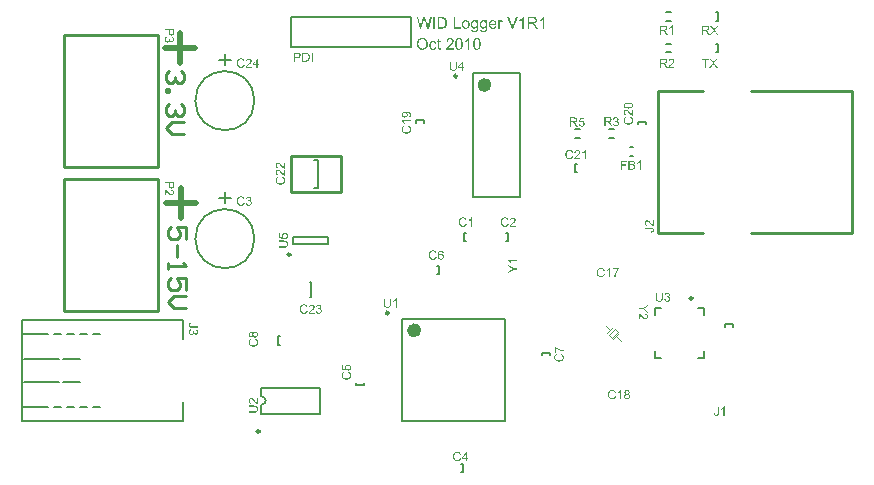
<source format=gto>
%FSLAX25Y25*%
%MOIN*%
G70*
G01*
G75*
G04 Layer_Color=65535*
%ADD10R,0.02362X0.08661*%
%ADD11R,0.02362X0.08661*%
%ADD12R,0.02362X0.02362*%
%ADD13R,0.03543X0.02953*%
%ADD14R,0.02953X0.03543*%
%ADD15O,0.02165X0.06890*%
%ADD16O,0.06890X0.02165*%
%ADD17R,0.04134X0.05906*%
%ADD18R,0.02362X0.04134*%
%ADD19R,0.03937X0.09843*%
%ADD20O,0.08268X0.01772*%
%ADD21R,0.02756X0.03543*%
%ADD22R,0.03150X0.03740*%
%ADD23R,0.04331X0.07480*%
%ADD24O,0.03150X0.01181*%
%ADD25O,0.01181X0.03150*%
%ADD26R,0.05906X0.17716*%
%ADD27R,0.04331X0.07480*%
%ADD28C,0.01200*%
%ADD29C,0.01000*%
%ADD30C,0.02000*%
%ADD31C,0.19685*%
%ADD32C,0.04921*%
%ADD33R,0.04921X0.04921*%
%ADD34R,0.09055X0.09055*%
%ADD35C,0.09055*%
G04:AMPARAMS|DCode=36|XSize=196.85mil|YSize=137.8mil|CornerRadius=0mil|HoleSize=0mil|Usage=FLASHONLY|Rotation=270.000|XOffset=0mil|YOffset=0mil|HoleType=Round|Shape=Octagon|*
%AMOCTAGOND36*
4,1,8,-0.03445,-0.09843,0.03445,-0.09843,0.06890,-0.06398,0.06890,0.06398,0.03445,0.09843,-0.03445,0.09843,-0.06890,0.06398,-0.06890,-0.06398,-0.03445,-0.09843,0.0*
%
%ADD36OCTAGOND36*%

G04:AMPARAMS|DCode=37|XSize=196.85mil|YSize=137.8mil|CornerRadius=0mil|HoleSize=0mil|Usage=FLASHONLY|Rotation=0.000|XOffset=0mil|YOffset=0mil|HoleType=Round|Shape=Octagon|*
%AMOCTAGOND37*
4,1,8,0.09843,-0.03445,0.09843,0.03445,0.06398,0.06890,-0.06398,0.06890,-0.09843,0.03445,-0.09843,-0.03445,-0.06398,-0.06890,0.06398,-0.06890,0.09843,-0.03445,0.0*
%
%ADD37OCTAGOND37*%

%ADD38R,0.05906X0.05906*%
%ADD39C,0.05906*%
%ADD40C,0.06000*%
%ADD41C,0.13780*%
%ADD42C,0.02400*%
%ADD43C,0.00984*%
%ADD44C,0.00787*%
%ADD45C,0.02362*%
%ADD46C,0.00800*%
%ADD47C,0.00700*%
%ADD48C,0.00500*%
%ADD49C,0.00492*%
%ADD50C,0.00591*%
G36*
X640393Y852674D02*
X639397D01*
Y850000D01*
X638996D01*
Y852674D01*
X638000D01*
Y853029D01*
X640393D01*
Y852674D01*
D02*
G37*
G36*
X534379Y771277D02*
Y771272D01*
Y771258D01*
Y771236D01*
Y771203D01*
X534374Y771162D01*
Y771120D01*
X534370Y771069D01*
X534365Y771014D01*
X534351Y770899D01*
X534333Y770779D01*
X534310Y770659D01*
X534273Y770553D01*
Y770549D01*
X534268Y770539D01*
X534264Y770526D01*
X534254Y770507D01*
X534227Y770461D01*
X534190Y770397D01*
X534139Y770327D01*
X534074Y770254D01*
X533991Y770184D01*
X533899Y770115D01*
X533895D01*
X533885Y770106D01*
X533872Y770101D01*
X533849Y770088D01*
X533826Y770078D01*
X533793Y770064D01*
X533752Y770046D01*
X533710Y770032D01*
X533664Y770018D01*
X533609Y770000D01*
X533554Y769986D01*
X533489Y769977D01*
X533351Y769958D01*
X533194Y769949D01*
X533152D01*
X533125Y769954D01*
X533088D01*
X533046Y769958D01*
X533000Y769963D01*
X532950Y769968D01*
X532839Y769986D01*
X532724Y770009D01*
X532604Y770046D01*
X532498Y770092D01*
X532493D01*
X532484Y770101D01*
X532475Y770106D01*
X532456Y770120D01*
X532406Y770152D01*
X532350Y770203D01*
X532286Y770263D01*
X532226Y770332D01*
X532166Y770420D01*
X532115Y770516D01*
Y770521D01*
X532111Y770530D01*
X532106Y770544D01*
X532097Y770567D01*
X532088Y770595D01*
X532078Y770632D01*
X532069Y770673D01*
X532060Y770719D01*
X532046Y770770D01*
X532037Y770825D01*
X532028Y770890D01*
X532018Y770954D01*
X532009Y771028D01*
X532005Y771106D01*
X532000Y771189D01*
Y771277D01*
Y773029D01*
X532401D01*
Y771277D01*
Y771272D01*
Y771258D01*
Y771240D01*
Y771212D01*
Y771180D01*
X532406Y771143D01*
X532410Y771056D01*
X532419Y770963D01*
X532429Y770867D01*
X532447Y770775D01*
X532456Y770733D01*
X532470Y770696D01*
X532475Y770687D01*
X532484Y770664D01*
X532503Y770632D01*
X532530Y770590D01*
X532562Y770544D01*
X532609Y770493D01*
X532659Y770447D01*
X532724Y770406D01*
X532733Y770401D01*
X532756Y770392D01*
X532793Y770373D01*
X532844Y770360D01*
X532908Y770341D01*
X532982Y770323D01*
X533065Y770314D01*
X533157Y770309D01*
X533199D01*
X533231Y770314D01*
X533268D01*
X533309Y770318D01*
X533401Y770332D01*
X533507Y770360D01*
X533609Y770392D01*
X533706Y770443D01*
X533752Y770470D01*
X533789Y770507D01*
Y770512D01*
X533798Y770516D01*
X533807Y770530D01*
X533816Y770549D01*
X533835Y770572D01*
X533849Y770599D01*
X533867Y770636D01*
X533885Y770678D01*
X533899Y770728D01*
X533918Y770784D01*
X533936Y770844D01*
X533950Y770917D01*
X533959Y770996D01*
X533968Y771079D01*
X533978Y771176D01*
Y771277D01*
Y773029D01*
X534379D01*
Y771277D01*
D02*
G37*
G36*
X536297Y770000D02*
X535923D01*
Y772369D01*
X535919Y772365D01*
X535900Y772346D01*
X535868Y772323D01*
X535826Y772291D01*
X535776Y772250D01*
X535716Y772208D01*
X535646Y772157D01*
X535568Y772111D01*
X535564D01*
X535559Y772107D01*
X535531Y772088D01*
X535490Y772065D01*
X535439Y772038D01*
X535379Y772005D01*
X535315Y771978D01*
X535245Y771945D01*
X535181Y771918D01*
Y772282D01*
X535185D01*
X535195Y772287D01*
X535213Y772296D01*
X535232Y772310D01*
X535259Y772323D01*
X535291Y772337D01*
X535365Y772379D01*
X535448Y772430D01*
X535540Y772489D01*
X535633Y772559D01*
X535720Y772632D01*
X535725Y772637D01*
X535730Y772642D01*
X535757Y772669D01*
X535799Y772711D01*
X535849Y772761D01*
X535905Y772826D01*
X535960Y772895D01*
X536011Y772969D01*
X536052Y773043D01*
X536297D01*
Y770000D01*
D02*
G37*
G36*
X642135Y851586D02*
X643274Y850000D01*
X642781D01*
X642015Y851079D01*
X642011Y851083D01*
X642006Y851093D01*
X641992Y851111D01*
X641974Y851139D01*
X641937Y851194D01*
X641891Y851263D01*
X641886Y851258D01*
X641872Y851240D01*
X641859Y851212D01*
X641835Y851175D01*
X641785Y851106D01*
X641762Y851074D01*
X641743Y851046D01*
X640978Y850000D01*
X640499D01*
X641670Y851567D01*
X640637Y853029D01*
X641112D01*
X641665Y852250D01*
Y852245D01*
X641674Y852240D01*
X641693Y852208D01*
X641725Y852167D01*
X641757Y852116D01*
X641799Y852056D01*
X641840Y851991D01*
X641872Y851936D01*
X641905Y851881D01*
X641909Y851890D01*
X641923Y851908D01*
X641946Y851941D01*
X641974Y851982D01*
X642006Y852033D01*
X642048Y852093D01*
X642094Y852153D01*
X642144Y852217D01*
X642753Y853029D01*
X643191D01*
X642135Y851586D01*
D02*
G37*
G36*
X595490Y833396D02*
X595527D01*
X595619Y833391D01*
X595716Y833382D01*
X595818Y833364D01*
X595914Y833345D01*
X595960Y833331D01*
X596002Y833317D01*
X596006D01*
X596011Y833313D01*
X596039Y833304D01*
X596076Y833281D01*
X596122Y833248D01*
X596177Y833211D01*
X596232Y833161D01*
X596288Y833101D01*
X596338Y833027D01*
X596343Y833018D01*
X596357Y832990D01*
X596380Y832949D01*
X596403Y832893D01*
X596426Y832824D01*
X596449Y832746D01*
X596463Y832663D01*
X596467Y832571D01*
Y832566D01*
Y832557D01*
Y832538D01*
X596463Y832515D01*
Y832488D01*
X596458Y832455D01*
X596440Y832382D01*
X596417Y832294D01*
X596380Y832206D01*
X596325Y832114D01*
X596292Y832068D01*
X596255Y832027D01*
X596246Y832017D01*
X596232Y832008D01*
X596219Y831990D01*
X596196Y831976D01*
X596168Y831953D01*
X596136Y831934D01*
X596099Y831911D01*
X596057Y831888D01*
X596006Y831865D01*
X595956Y831842D01*
X595896Y831819D01*
X595836Y831796D01*
X595767Y831778D01*
X595693Y831764D01*
X595615Y831750D01*
X595624Y831745D01*
X595642Y831736D01*
X595670Y831722D01*
X595702Y831704D01*
X595781Y831653D01*
X595822Y831626D01*
X595854Y831598D01*
X595864Y831589D01*
X595887Y831570D01*
X595919Y831533D01*
X595960Y831487D01*
X596011Y831427D01*
X596066Y831358D01*
X596126Y831280D01*
X596186Y831192D01*
X596712Y830372D01*
X596209D01*
X595808Y830999D01*
Y831003D01*
X595799Y831012D01*
X595790Y831026D01*
X595781Y831045D01*
X595748Y831091D01*
X595707Y831151D01*
X595661Y831220D01*
X595610Y831289D01*
X595564Y831354D01*
X595518Y831413D01*
X595513Y831418D01*
X595499Y831437D01*
X595476Y831464D01*
X595453Y831497D01*
X595384Y831561D01*
X595352Y831593D01*
X595315Y831616D01*
X595310Y831621D01*
X595301Y831626D01*
X595283Y831635D01*
X595260Y831649D01*
X595204Y831676D01*
X595135Y831699D01*
X595131D01*
X595121Y831704D01*
X595103D01*
X595080Y831709D01*
X595048Y831713D01*
X595011D01*
X594965Y831718D01*
X594448D01*
Y830372D01*
X594047D01*
Y833400D01*
X595453D01*
X595490Y833396D01*
D02*
G37*
G36*
X642375Y862586D02*
X643514Y861000D01*
X643020D01*
X642255Y862079D01*
X642250Y862083D01*
X642246Y862093D01*
X642232Y862111D01*
X642213Y862139D01*
X642177Y862194D01*
X642131Y862263D01*
X642126Y862259D01*
X642112Y862240D01*
X642098Y862212D01*
X642075Y862175D01*
X642025Y862106D01*
X642001Y862074D01*
X641983Y862047D01*
X641218Y861000D01*
X640738D01*
X641909Y862567D01*
X640877Y864029D01*
X641352D01*
X641905Y863250D01*
Y863245D01*
X641914Y863241D01*
X641932Y863208D01*
X641965Y863167D01*
X641997Y863116D01*
X642038Y863056D01*
X642080Y862992D01*
X642112Y862936D01*
X642144Y862881D01*
X642149Y862890D01*
X642163Y862908D01*
X642186Y862941D01*
X642213Y862982D01*
X642246Y863033D01*
X642287Y863093D01*
X642333Y863153D01*
X642384Y863217D01*
X642993Y864029D01*
X643431D01*
X642375Y862586D01*
D02*
G37*
G36*
X639443Y864024D02*
X639480D01*
X639572Y864019D01*
X639669Y864010D01*
X639770Y863992D01*
X639867Y863974D01*
X639913Y863960D01*
X639955Y863946D01*
X639959D01*
X639964Y863941D01*
X639992Y863932D01*
X640028Y863909D01*
X640074Y863877D01*
X640130Y863840D01*
X640185Y863789D01*
X640240Y863729D01*
X640291Y863655D01*
X640296Y863646D01*
X640310Y863618D01*
X640333Y863577D01*
X640356Y863522D01*
X640379Y863453D01*
X640402Y863374D01*
X640416Y863291D01*
X640420Y863199D01*
Y863194D01*
Y863185D01*
Y863167D01*
X640416Y863144D01*
Y863116D01*
X640411Y863084D01*
X640393Y863010D01*
X640370Y862922D01*
X640333Y862835D01*
X640277Y862743D01*
X640245Y862696D01*
X640208Y862655D01*
X640199Y862646D01*
X640185Y862636D01*
X640171Y862618D01*
X640148Y862604D01*
X640121Y862581D01*
X640088Y862563D01*
X640052Y862540D01*
X640010Y862517D01*
X639959Y862494D01*
X639909Y862471D01*
X639849Y862447D01*
X639789Y862424D01*
X639719Y862406D01*
X639646Y862392D01*
X639567Y862378D01*
X639577Y862374D01*
X639595Y862365D01*
X639623Y862351D01*
X639655Y862332D01*
X639733Y862282D01*
X639775Y862254D01*
X639807Y862226D01*
X639816Y862217D01*
X639839Y862199D01*
X639872Y862162D01*
X639913Y862116D01*
X639964Y862056D01*
X640019Y861987D01*
X640079Y861908D01*
X640139Y861821D01*
X640665Y861000D01*
X640162D01*
X639761Y861627D01*
Y861632D01*
X639752Y861641D01*
X639743Y861655D01*
X639733Y861673D01*
X639701Y861719D01*
X639660Y861779D01*
X639613Y861848D01*
X639563Y861917D01*
X639517Y861982D01*
X639471Y862042D01*
X639466Y862047D01*
X639452Y862065D01*
X639429Y862093D01*
X639406Y862125D01*
X639337Y862189D01*
X639305Y862222D01*
X639268Y862245D01*
X639263Y862249D01*
X639254Y862254D01*
X639235Y862263D01*
X639212Y862277D01*
X639157Y862305D01*
X639088Y862328D01*
X639083D01*
X639074Y862332D01*
X639056D01*
X639033Y862337D01*
X639000Y862341D01*
X638964D01*
X638917Y862346D01*
X638401D01*
Y861000D01*
X638000D01*
Y864029D01*
X639406D01*
X639443Y864024D01*
D02*
G37*
G36*
X499046Y794896D02*
X499083Y794891D01*
X499124Y794887D01*
X499170Y794882D01*
X499221Y794873D01*
X499332Y794840D01*
X499447Y794799D01*
X499511Y794771D01*
X499571Y794739D01*
X499631Y794702D01*
X499686Y794661D01*
X499691Y794656D01*
X499700Y794647D01*
X499719Y794628D01*
X499742Y794605D01*
X499769Y794578D01*
X499802Y794541D01*
X499834Y794499D01*
X499866Y794449D01*
X499903Y794398D01*
X499935Y794338D01*
X499968Y794269D01*
X499995Y794200D01*
X500018Y794121D01*
X500037Y794043D01*
X500046Y793955D01*
X500051Y793863D01*
Y793859D01*
Y793845D01*
Y793822D01*
X500046Y793794D01*
X500041Y793762D01*
X500037Y793720D01*
X500032Y793674D01*
X500023Y793623D01*
X499995Y793517D01*
X499954Y793407D01*
X499926Y793352D01*
X499894Y793296D01*
X499862Y793241D01*
X499820Y793190D01*
X499816Y793186D01*
X499811Y793181D01*
X499797Y793167D01*
X499779Y793149D01*
X499756Y793130D01*
X499728Y793107D01*
X499696Y793084D01*
X499659Y793056D01*
X499571Y793006D01*
X499465Y792955D01*
X499345Y792918D01*
X499276Y792904D01*
X499207Y792895D01*
X499179Y793287D01*
X499193D01*
X499207Y793292D01*
X499226Y793296D01*
X499276Y793310D01*
X499341Y793328D01*
X499410Y793352D01*
X499479Y793388D01*
X499548Y793430D01*
X499608Y793485D01*
X499613Y793494D01*
X499631Y793513D01*
X499650Y793545D01*
X499677Y793591D01*
X499700Y793646D01*
X499723Y793711D01*
X499742Y793785D01*
X499747Y793863D01*
Y793868D01*
Y793877D01*
Y793891D01*
X499742Y793909D01*
X499737Y793960D01*
X499723Y794025D01*
X499696Y794094D01*
X499663Y794172D01*
X499613Y794246D01*
X499585Y794283D01*
X499548Y794320D01*
X499544D01*
X499539Y794329D01*
X499511Y794347D01*
X499465Y794380D01*
X499405Y794412D01*
X499327Y794444D01*
X499235Y794476D01*
X499129Y794495D01*
X499009Y794504D01*
X498977D01*
X498958Y794499D01*
X498931D01*
X498898Y794495D01*
X498824Y794481D01*
X498746Y794462D01*
X498663Y794430D01*
X498580Y794384D01*
X498506Y794324D01*
X498497Y794315D01*
X498479Y794292D01*
X498446Y794255D01*
X498414Y794200D01*
X498382Y794135D01*
X498350Y794052D01*
X498331Y793960D01*
X498322Y793859D01*
Y793849D01*
Y793826D01*
X498327Y793794D01*
X498331Y793748D01*
X498345Y793697D01*
X498359Y793642D01*
X498382Y793587D01*
X498410Y793531D01*
X498414Y793527D01*
X498423Y793508D01*
X498442Y793481D01*
X498465Y793448D01*
X498497Y793416D01*
X498534Y793379D01*
X498575Y793342D01*
X498622Y793310D01*
X498571Y792960D01*
X497017Y793255D01*
Y794758D01*
X497372D01*
Y793550D01*
X498188Y793384D01*
X498184Y793388D01*
X498179Y793398D01*
X498170Y793411D01*
X498156Y793430D01*
X498142Y793458D01*
X498128Y793485D01*
X498092Y793559D01*
X498055Y793642D01*
X498027Y793739D01*
X498004Y793845D01*
X497995Y793955D01*
Y793960D01*
Y793974D01*
Y793992D01*
X497999Y794020D01*
X498004Y794057D01*
X498008Y794094D01*
X498018Y794140D01*
X498027Y794186D01*
X498064Y794292D01*
X498082Y794347D01*
X498110Y794403D01*
X498142Y794462D01*
X498179Y794518D01*
X498220Y794573D01*
X498271Y794624D01*
X498276Y794628D01*
X498285Y794638D01*
X498299Y794652D01*
X498322Y794665D01*
X498350Y794688D01*
X498382Y794711D01*
X498419Y794734D01*
X498460Y794762D01*
X498511Y794790D01*
X498562Y794813D01*
X498622Y794836D01*
X498681Y794859D01*
X498751Y794873D01*
X498820Y794887D01*
X498898Y794896D01*
X498977Y794900D01*
X499018D01*
X499046Y794896D01*
D02*
G37*
G36*
X498838Y792374D02*
X498880D01*
X498931Y792370D01*
X498986Y792365D01*
X499101Y792351D01*
X499221Y792333D01*
X499341Y792310D01*
X499447Y792273D01*
X499451D01*
X499461Y792268D01*
X499474Y792264D01*
X499493Y792254D01*
X499539Y792227D01*
X499604Y792190D01*
X499673Y792139D01*
X499747Y792074D01*
X499816Y791992D01*
X499885Y791899D01*
Y791895D01*
X499894Y791886D01*
X499899Y791872D01*
X499912Y791849D01*
X499922Y791826D01*
X499935Y791793D01*
X499954Y791752D01*
X499968Y791710D01*
X499982Y791664D01*
X500000Y791609D01*
X500014Y791554D01*
X500023Y791489D01*
X500041Y791351D01*
X500051Y791194D01*
Y791189D01*
Y791176D01*
Y791152D01*
X500046Y791125D01*
Y791088D01*
X500041Y791046D01*
X500037Y791000D01*
X500032Y790950D01*
X500014Y790839D01*
X499991Y790724D01*
X499954Y790604D01*
X499908Y790498D01*
Y790493D01*
X499899Y790484D01*
X499894Y790475D01*
X499880Y790456D01*
X499848Y790406D01*
X499797Y790350D01*
X499737Y790286D01*
X499668Y790226D01*
X499580Y790166D01*
X499484Y790115D01*
X499479D01*
X499470Y790111D01*
X499456Y790106D01*
X499433Y790097D01*
X499405Y790088D01*
X499368Y790078D01*
X499327Y790069D01*
X499281Y790060D01*
X499230Y790046D01*
X499175Y790037D01*
X499110Y790028D01*
X499046Y790018D01*
X498972Y790009D01*
X498894Y790005D01*
X498811Y790000D01*
X496971D01*
Y790401D01*
X498820D01*
X498857Y790406D01*
X498944Y790410D01*
X499037Y790419D01*
X499133Y790429D01*
X499226Y790447D01*
X499267Y790456D01*
X499304Y790470D01*
X499313Y790475D01*
X499336Y790484D01*
X499368Y790503D01*
X499410Y790530D01*
X499456Y790562D01*
X499507Y790609D01*
X499553Y790659D01*
X499594Y790724D01*
X499599Y790733D01*
X499608Y790756D01*
X499627Y790793D01*
X499640Y790844D01*
X499659Y790908D01*
X499677Y790982D01*
X499686Y791065D01*
X499691Y791157D01*
Y791162D01*
Y791176D01*
Y791199D01*
X499686Y791231D01*
Y791268D01*
X499682Y791309D01*
X499668Y791401D01*
X499640Y791507D01*
X499608Y791609D01*
X499557Y791706D01*
X499530Y791752D01*
X499493Y791789D01*
X499488D01*
X499484Y791798D01*
X499470Y791807D01*
X499451Y791816D01*
X499428Y791835D01*
X499401Y791849D01*
X499364Y791867D01*
X499322Y791886D01*
X499272Y791899D01*
X499216Y791918D01*
X499156Y791936D01*
X499083Y791950D01*
X499004Y791959D01*
X498921Y791968D01*
X498824Y791978D01*
X496971D01*
Y792379D01*
X498797D01*
X498838Y792374D01*
D02*
G37*
G36*
X576537Y785548D02*
X574167D01*
X574172Y785543D01*
X574191Y785525D01*
X574214Y785492D01*
X574246Y785451D01*
X574287Y785400D01*
X574329Y785340D01*
X574379Y785271D01*
X574426Y785193D01*
Y785188D01*
X574430Y785183D01*
X574449Y785156D01*
X574472Y785114D01*
X574499Y785064D01*
X574532Y785004D01*
X574559Y784939D01*
X574591Y784870D01*
X574619Y784805D01*
X574255D01*
Y784810D01*
X574250Y784819D01*
X574241Y784838D01*
X574227Y784856D01*
X574214Y784884D01*
X574200Y784916D01*
X574158Y784990D01*
X574108Y785073D01*
X574048Y785165D01*
X573978Y785257D01*
X573905Y785345D01*
X573900Y785349D01*
X573895Y785354D01*
X573868Y785382D01*
X573826Y785423D01*
X573776Y785474D01*
X573711Y785529D01*
X573642Y785584D01*
X573568Y785635D01*
X573494Y785677D01*
Y785921D01*
X576537D01*
Y785548D01*
D02*
G37*
G36*
X558458Y850065D02*
X558868D01*
Y849724D01*
X558458D01*
Y849000D01*
X558084D01*
Y849724D01*
X556771D01*
Y850065D01*
X558154Y852024D01*
X558458D01*
Y850065D01*
D02*
G37*
G36*
X626558Y775038D02*
X626618Y775029D01*
X626687Y775015D01*
X626766Y774997D01*
X626844Y774969D01*
X626923Y774932D01*
X626927D01*
X626932Y774927D01*
X626959Y774914D01*
X626996Y774891D01*
X627042Y774858D01*
X627093Y774817D01*
X627148Y774766D01*
X627199Y774706D01*
X627245Y774642D01*
X627250Y774632D01*
X627264Y774609D01*
X627282Y774572D01*
X627301Y774526D01*
X627319Y774466D01*
X627337Y774402D01*
X627351Y774333D01*
X627356Y774254D01*
Y774245D01*
Y774222D01*
X627351Y774185D01*
X627342Y774139D01*
X627328Y774084D01*
X627310Y774024D01*
X627287Y773959D01*
X627250Y773899D01*
X627245Y773890D01*
X627231Y773872D01*
X627204Y773844D01*
X627172Y773807D01*
X627125Y773766D01*
X627075Y773724D01*
X627010Y773678D01*
X626936Y773641D01*
X626941D01*
X626950Y773636D01*
X626964D01*
X626982Y773627D01*
X627029Y773614D01*
X627088Y773586D01*
X627153Y773554D01*
X627222Y773507D01*
X627291Y773452D01*
X627351Y773383D01*
X627356Y773374D01*
X627374Y773346D01*
X627397Y773305D01*
X627430Y773249D01*
X627457Y773180D01*
X627480Y773097D01*
X627499Y773000D01*
X627503Y772894D01*
Y772890D01*
Y772876D01*
Y772858D01*
X627499Y772830D01*
X627494Y772793D01*
X627490Y772756D01*
X627480Y772710D01*
X627466Y772664D01*
X627434Y772558D01*
X627411Y772498D01*
X627379Y772443D01*
X627347Y772387D01*
X627310Y772332D01*
X627264Y772277D01*
X627213Y772221D01*
X627208Y772217D01*
X627199Y772207D01*
X627185Y772198D01*
X627162Y772180D01*
X627135Y772157D01*
X627098Y772134D01*
X627056Y772111D01*
X627015Y772088D01*
X626964Y772060D01*
X626909Y772037D01*
X626849Y772014D01*
X626784Y771991D01*
X626715Y771972D01*
X626641Y771963D01*
X626563Y771954D01*
X626485Y771949D01*
X626448D01*
X626420Y771954D01*
X626383Y771958D01*
X626346Y771963D01*
X626300Y771968D01*
X626254Y771977D01*
X626148Y772005D01*
X626037Y772051D01*
X625982Y772074D01*
X625931Y772106D01*
X625876Y772143D01*
X625825Y772184D01*
X625821Y772189D01*
X625816Y772194D01*
X625802Y772207D01*
X625784Y772226D01*
X625765Y772254D01*
X625742Y772281D01*
X625715Y772313D01*
X625692Y772350D01*
X625636Y772443D01*
X625590Y772549D01*
X625549Y772669D01*
X625535Y772733D01*
X625526Y772802D01*
X625899Y772853D01*
Y772848D01*
X625904Y772839D01*
Y772821D01*
X625913Y772802D01*
X625927Y772747D01*
X625950Y772678D01*
X625978Y772604D01*
X626014Y772526D01*
X626060Y772456D01*
X626111Y772397D01*
X626120Y772392D01*
X626139Y772373D01*
X626171Y772355D01*
X626217Y772327D01*
X626268Y772304D01*
X626332Y772281D01*
X626406Y772263D01*
X626485Y772258D01*
X626512D01*
X626531Y772263D01*
X626577Y772267D01*
X626637Y772281D01*
X626711Y772304D01*
X626784Y772332D01*
X626858Y772378D01*
X626927Y772438D01*
X626936Y772447D01*
X626955Y772470D01*
X626982Y772507D01*
X627019Y772562D01*
X627052Y772627D01*
X627079Y772705D01*
X627098Y772793D01*
X627107Y772890D01*
Y772894D01*
Y772899D01*
Y772913D01*
X627102Y772931D01*
X627098Y772977D01*
X627084Y773037D01*
X627065Y773102D01*
X627033Y773176D01*
X626992Y773245D01*
X626936Y773309D01*
X626927Y773318D01*
X626909Y773337D01*
X626872Y773360D01*
X626821Y773392D01*
X626761Y773424D01*
X626687Y773448D01*
X626609Y773466D01*
X626517Y773475D01*
X626475D01*
X626443Y773471D01*
X626406Y773466D01*
X626360Y773461D01*
X626309Y773452D01*
X626254Y773438D01*
X626296Y773766D01*
X626319D01*
X626337Y773761D01*
X626397D01*
X626439Y773766D01*
X626498Y773775D01*
X626563Y773789D01*
X626632Y773812D01*
X626706Y773839D01*
X626780Y773881D01*
X626789Y773885D01*
X626812Y773904D01*
X626839Y773936D01*
X626876Y773978D01*
X626913Y774028D01*
X626941Y774093D01*
X626964Y774171D01*
X626973Y774263D01*
Y774268D01*
Y774273D01*
Y774296D01*
X626964Y774333D01*
X626955Y774383D01*
X626941Y774434D01*
X626913Y774489D01*
X626881Y774549D01*
X626835Y774600D01*
X626830Y774605D01*
X626812Y774623D01*
X626780Y774646D01*
X626738Y774669D01*
X626687Y774697D01*
X626627Y774715D01*
X626558Y774734D01*
X626480Y774738D01*
X626443D01*
X626402Y774729D01*
X626356Y774720D01*
X626296Y774706D01*
X626236Y774678D01*
X626176Y774646D01*
X626116Y774600D01*
X626111Y774595D01*
X626093Y774577D01*
X626070Y774545D01*
X626042Y774499D01*
X626010Y774443D01*
X625982Y774374D01*
X625954Y774291D01*
X625936Y774194D01*
X625563Y774259D01*
Y774263D01*
X625567Y774277D01*
X625572Y774296D01*
X625576Y774319D01*
X625586Y774351D01*
X625595Y774388D01*
X625627Y774471D01*
X625664Y774563D01*
X625719Y774660D01*
X625784Y774752D01*
X625867Y774835D01*
X625871Y774840D01*
X625876Y774844D01*
X625890Y774854D01*
X625913Y774867D01*
X625936Y774881D01*
X625964Y774900D01*
X626033Y774941D01*
X626120Y774978D01*
X626226Y775010D01*
X626342Y775033D01*
X626406Y775043D01*
X626512D01*
X626558Y775038D01*
D02*
G37*
G36*
X625005Y773277D02*
Y773272D01*
Y773258D01*
Y773236D01*
Y773203D01*
X625000Y773162D01*
Y773120D01*
X624996Y773069D01*
X624991Y773014D01*
X624977Y772899D01*
X624959Y772779D01*
X624936Y772659D01*
X624899Y772553D01*
Y772549D01*
X624894Y772539D01*
X624890Y772526D01*
X624880Y772507D01*
X624853Y772461D01*
X624816Y772397D01*
X624765Y772327D01*
X624700Y772254D01*
X624617Y772184D01*
X624525Y772115D01*
X624521D01*
X624511Y772106D01*
X624498Y772101D01*
X624475Y772088D01*
X624452Y772078D01*
X624419Y772064D01*
X624378Y772046D01*
X624336Y772032D01*
X624290Y772018D01*
X624235Y772000D01*
X624180Y771986D01*
X624115Y771977D01*
X623977Y771958D01*
X623820Y771949D01*
X623778D01*
X623751Y771954D01*
X623714D01*
X623672Y771958D01*
X623626Y771963D01*
X623576Y771968D01*
X623465Y771986D01*
X623350Y772009D01*
X623230Y772046D01*
X623124Y772092D01*
X623119D01*
X623110Y772101D01*
X623101Y772106D01*
X623082Y772120D01*
X623032Y772152D01*
X622976Y772203D01*
X622912Y772263D01*
X622852Y772332D01*
X622792Y772420D01*
X622741Y772516D01*
Y772521D01*
X622737Y772530D01*
X622732Y772544D01*
X622723Y772567D01*
X622714Y772595D01*
X622704Y772632D01*
X622695Y772673D01*
X622686Y772719D01*
X622672Y772770D01*
X622663Y772825D01*
X622654Y772890D01*
X622644Y772954D01*
X622635Y773028D01*
X622631Y773106D01*
X622626Y773189D01*
Y773277D01*
Y775029D01*
X623027D01*
Y773277D01*
Y773272D01*
Y773258D01*
Y773240D01*
Y773212D01*
Y773180D01*
X623032Y773143D01*
X623036Y773056D01*
X623045Y772963D01*
X623055Y772867D01*
X623073Y772775D01*
X623082Y772733D01*
X623096Y772696D01*
X623101Y772687D01*
X623110Y772664D01*
X623129Y772632D01*
X623156Y772590D01*
X623188Y772544D01*
X623235Y772493D01*
X623285Y772447D01*
X623350Y772406D01*
X623359Y772401D01*
X623382Y772392D01*
X623419Y772373D01*
X623470Y772360D01*
X623534Y772341D01*
X623608Y772323D01*
X623691Y772313D01*
X623783Y772309D01*
X623825D01*
X623857Y772313D01*
X623894D01*
X623935Y772318D01*
X624027Y772332D01*
X624133Y772360D01*
X624235Y772392D01*
X624332Y772443D01*
X624378Y772470D01*
X624415Y772507D01*
Y772512D01*
X624424Y772516D01*
X624433Y772530D01*
X624442Y772549D01*
X624461Y772572D01*
X624475Y772599D01*
X624493Y772636D01*
X624511Y772678D01*
X624525Y772728D01*
X624544Y772784D01*
X624562Y772844D01*
X624576Y772917D01*
X624585Y772996D01*
X624594Y773079D01*
X624604Y773176D01*
Y773277D01*
Y775029D01*
X625005D01*
Y773277D01*
D02*
G37*
G36*
X556379Y850277D02*
Y850272D01*
Y850259D01*
Y850235D01*
Y850203D01*
X556374Y850162D01*
Y850120D01*
X556369Y850070D01*
X556365Y850014D01*
X556351Y849899D01*
X556333Y849779D01*
X556310Y849659D01*
X556273Y849553D01*
Y849549D01*
X556268Y849539D01*
X556263Y849526D01*
X556254Y849507D01*
X556227Y849461D01*
X556190Y849397D01*
X556139Y849327D01*
X556074Y849253D01*
X555992Y849184D01*
X555899Y849115D01*
X555895D01*
X555886Y849106D01*
X555872Y849101D01*
X555849Y849088D01*
X555826Y849078D01*
X555793Y849065D01*
X555752Y849046D01*
X555710Y849032D01*
X555664Y849018D01*
X555609Y849000D01*
X555554Y848986D01*
X555489Y848977D01*
X555351Y848958D01*
X555194Y848949D01*
X555153D01*
X555125Y848954D01*
X555088D01*
X555047Y848958D01*
X555000Y848963D01*
X554950Y848968D01*
X554839Y848986D01*
X554724Y849009D01*
X554604Y849046D01*
X554498Y849092D01*
X554493D01*
X554484Y849101D01*
X554475Y849106D01*
X554456Y849120D01*
X554406Y849152D01*
X554350Y849203D01*
X554286Y849263D01*
X554226Y849332D01*
X554166Y849419D01*
X554115Y849516D01*
Y849521D01*
X554111Y849530D01*
X554106Y849544D01*
X554097Y849567D01*
X554088Y849595D01*
X554078Y849632D01*
X554069Y849673D01*
X554060Y849719D01*
X554046Y849770D01*
X554037Y849825D01*
X554028Y849890D01*
X554018Y849954D01*
X554009Y850028D01*
X554005Y850106D01*
X554000Y850189D01*
Y850277D01*
Y852029D01*
X554401D01*
Y850277D01*
Y850272D01*
Y850259D01*
Y850240D01*
Y850212D01*
Y850180D01*
X554406Y850143D01*
X554410Y850056D01*
X554420Y849963D01*
X554429Y849867D01*
X554447Y849774D01*
X554456Y849733D01*
X554470Y849696D01*
X554475Y849687D01*
X554484Y849664D01*
X554502Y849632D01*
X554530Y849590D01*
X554562Y849544D01*
X554608Y849493D01*
X554659Y849447D01*
X554724Y849406D01*
X554733Y849401D01*
X554756Y849392D01*
X554793Y849373D01*
X554844Y849360D01*
X554908Y849341D01*
X554982Y849323D01*
X555065Y849314D01*
X555157Y849309D01*
X555199D01*
X555231Y849314D01*
X555268D01*
X555309Y849318D01*
X555401Y849332D01*
X555508Y849360D01*
X555609Y849392D01*
X555706Y849443D01*
X555752Y849470D01*
X555789Y849507D01*
Y849512D01*
X555798Y849516D01*
X555807Y849530D01*
X555816Y849549D01*
X555835Y849572D01*
X555849Y849599D01*
X555867Y849636D01*
X555886Y849678D01*
X555899Y849728D01*
X555918Y849784D01*
X555936Y849844D01*
X555950Y849917D01*
X555959Y849996D01*
X555969Y850079D01*
X555978Y850175D01*
Y850277D01*
Y852029D01*
X556379D01*
Y850277D01*
D02*
G37*
G36*
X459083Y809377D02*
X459120Y809372D01*
X459161Y809368D01*
X459207Y809354D01*
X459254Y809340D01*
X459258D01*
X459263Y809335D01*
X459290Y809326D01*
X459327Y809308D01*
X459383Y809280D01*
X459443Y809248D01*
X459512Y809202D01*
X459581Y809156D01*
X459655Y809096D01*
X459659D01*
X459664Y809087D01*
X459691Y809063D01*
X459733Y809027D01*
X459788Y808971D01*
X459853Y808902D01*
X459931Y808819D01*
X460019Y808718D01*
X460116Y808607D01*
X460120Y808602D01*
X460134Y808584D01*
X460152Y808561D01*
X460185Y808529D01*
X460217Y808487D01*
X460258Y808441D01*
X460346Y808340D01*
X460452Y808229D01*
X460558Y808118D01*
X460609Y808063D01*
X460660Y808017D01*
X460710Y807975D01*
X460756Y807939D01*
X460761D01*
X460766Y807929D01*
X460779Y807920D01*
X460798Y807911D01*
X460844Y807883D01*
X460904Y807851D01*
X460973Y807819D01*
X461047Y807791D01*
X461130Y807773D01*
X461208Y807763D01*
X461217D01*
X461245Y807768D01*
X461287Y807773D01*
X461337Y807782D01*
X461397Y807805D01*
X461457Y807833D01*
X461522Y807869D01*
X461582Y807925D01*
X461586Y807934D01*
X461605Y807952D01*
X461628Y807989D01*
X461660Y808035D01*
X461688Y808095D01*
X461711Y808165D01*
X461729Y808247D01*
X461734Y808340D01*
Y808344D01*
Y808354D01*
Y808367D01*
X461729Y808386D01*
X461725Y808432D01*
X461715Y808492D01*
X461692Y808561D01*
X461665Y808635D01*
X461623Y808704D01*
X461568Y808768D01*
X461559Y808773D01*
X461540Y808791D01*
X461503Y808819D01*
X461452Y808847D01*
X461388Y808879D01*
X461314Y808902D01*
X461227Y808920D01*
X461125Y808930D01*
X461167Y809312D01*
X461185D01*
X461208Y809308D01*
X461236Y809303D01*
X461273Y809294D01*
X461314Y809289D01*
X461406Y809262D01*
X461512Y809225D01*
X461619Y809174D01*
X461725Y809105D01*
X461771Y809068D01*
X461817Y809022D01*
X461821Y809017D01*
X461826Y809008D01*
X461840Y808994D01*
X461854Y808976D01*
X461867Y808948D01*
X461891Y808916D01*
X461909Y808879D01*
X461932Y808838D01*
X461950Y808791D01*
X461973Y808741D01*
X461992Y808681D01*
X462006Y808621D01*
X462033Y808483D01*
X462038Y808409D01*
X462043Y808330D01*
Y808326D01*
Y808312D01*
Y808289D01*
X462038Y808257D01*
X462033Y808220D01*
X462029Y808178D01*
X462024Y808132D01*
X462010Y808082D01*
X461983Y807971D01*
X461941Y807856D01*
X461913Y807796D01*
X461881Y807740D01*
X461840Y807690D01*
X461798Y807639D01*
X461794Y807634D01*
X461789Y807630D01*
X461775Y807616D01*
X461757Y807598D01*
X461729Y807579D01*
X461701Y807556D01*
X461632Y807510D01*
X461545Y807464D01*
X461443Y807422D01*
X461328Y807390D01*
X461264Y807385D01*
X461199Y807381D01*
X461167D01*
X461130Y807385D01*
X461084Y807390D01*
X461028Y807399D01*
X460968Y807413D01*
X460904Y807432D01*
X460839Y807459D01*
X460830Y807464D01*
X460807Y807473D01*
X460775Y807491D01*
X460729Y807519D01*
X460673Y807551D01*
X460609Y807593D01*
X460544Y807648D01*
X460471Y807708D01*
X460461Y807717D01*
X460434Y807740D01*
X460392Y807782D01*
X460365Y807810D01*
X460332Y807842D01*
X460295Y807879D01*
X460254Y807925D01*
X460212Y807971D01*
X460162Y808022D01*
X460111Y808077D01*
X460056Y808141D01*
X460000Y808206D01*
X459936Y808280D01*
X459931Y808284D01*
X459922Y808294D01*
X459908Y808312D01*
X459890Y808335D01*
X459844Y808390D01*
X459784Y808459D01*
X459719Y808529D01*
X459655Y808602D01*
X459599Y808662D01*
X459576Y808685D01*
X459553Y808708D01*
X459549Y808713D01*
X459535Y808722D01*
X459516Y808741D01*
X459489Y808764D01*
X459429Y808815D01*
X459355Y808865D01*
Y807376D01*
X459000D01*
Y809381D01*
X459051D01*
X459083Y809377D01*
D02*
G37*
G36*
X462029Y861861D02*
Y861857D01*
Y861847D01*
Y861834D01*
Y861811D01*
Y861760D01*
X462024Y861691D01*
X462019Y861617D01*
X462015Y861539D01*
X462006Y861465D01*
X461997Y861400D01*
Y861396D01*
Y861391D01*
X461987Y861364D01*
X461978Y861322D01*
X461964Y861271D01*
X461946Y861211D01*
X461923Y861151D01*
X461891Y861087D01*
X461854Y861027D01*
X461849Y861022D01*
X461835Y860999D01*
X461812Y860972D01*
X461780Y860939D01*
X461738Y860902D01*
X461688Y860861D01*
X461632Y860820D01*
X461563Y860783D01*
X461554Y860778D01*
X461531Y860769D01*
X461494Y860755D01*
X461443Y860736D01*
X461383Y860718D01*
X461314Y860704D01*
X461236Y860695D01*
X461153Y860690D01*
X461116D01*
X461088Y860695D01*
X461056Y860700D01*
X461015Y860704D01*
X460973Y860709D01*
X460927Y860723D01*
X460821Y860750D01*
X460715Y860796D01*
X460660Y860824D01*
X460604Y860856D01*
X460549Y860893D01*
X460498Y860939D01*
X460494Y860944D01*
X460489Y860953D01*
X460475Y860967D01*
X460457Y860985D01*
X460438Y861018D01*
X460415Y861050D01*
X460392Y861092D01*
X460369Y861142D01*
X460342Y861197D01*
X460319Y861262D01*
X460295Y861336D01*
X460277Y861414D01*
X460258Y861506D01*
X460245Y861603D01*
X460240Y861709D01*
X460236Y861825D01*
Y862599D01*
X459000D01*
Y863000D01*
X462029D01*
Y861861D01*
D02*
G37*
G36*
X459853Y859953D02*
X459848D01*
X459839Y859948D01*
X459821D01*
X459802Y859939D01*
X459747Y859925D01*
X459678Y859902D01*
X459604Y859874D01*
X459525Y859838D01*
X459456Y859791D01*
X459397Y859741D01*
X459392Y859731D01*
X459373Y859713D01*
X459355Y859681D01*
X459327Y859635D01*
X459304Y859584D01*
X459281Y859519D01*
X459263Y859446D01*
X459258Y859367D01*
Y859363D01*
Y859354D01*
Y859340D01*
X459263Y859321D01*
X459267Y859275D01*
X459281Y859215D01*
X459304Y859141D01*
X459332Y859068D01*
X459378Y858994D01*
X459438Y858925D01*
X459447Y858916D01*
X459470Y858897D01*
X459507Y858869D01*
X459562Y858833D01*
X459627Y858800D01*
X459705Y858773D01*
X459793Y858754D01*
X459890Y858745D01*
X459913D01*
X459931Y858750D01*
X459977Y858754D01*
X460037Y858768D01*
X460102Y858786D01*
X460176Y858819D01*
X460245Y858860D01*
X460309Y858916D01*
X460319Y858925D01*
X460337Y858943D01*
X460360Y858980D01*
X460392Y859031D01*
X460425Y859091D01*
X460448Y859165D01*
X460466Y859243D01*
X460475Y859335D01*
Y859340D01*
Y859354D01*
Y859377D01*
X460471Y859409D01*
X460466Y859446D01*
X460461Y859492D01*
X460452Y859542D01*
X460438Y859598D01*
X460766Y859556D01*
Y859552D01*
Y859533D01*
X460761Y859515D01*
Y859496D01*
Y859492D01*
Y859487D01*
Y859473D01*
Y859455D01*
X460766Y859413D01*
X460775Y859354D01*
X460789Y859289D01*
X460812Y859220D01*
X460839Y859146D01*
X460881Y859072D01*
X460885Y859063D01*
X460904Y859040D01*
X460936Y859012D01*
X460978Y858976D01*
X461028Y858939D01*
X461093Y858911D01*
X461171Y858888D01*
X461264Y858879D01*
X461296D01*
X461333Y858888D01*
X461383Y858897D01*
X461434Y858911D01*
X461489Y858939D01*
X461549Y858971D01*
X461600Y859017D01*
X461605Y859022D01*
X461623Y859040D01*
X461646Y859072D01*
X461669Y859114D01*
X461697Y859165D01*
X461715Y859224D01*
X461734Y859294D01*
X461738Y859372D01*
Y859377D01*
Y859381D01*
Y859409D01*
X461729Y859450D01*
X461720Y859496D01*
X461706Y859556D01*
X461678Y859616D01*
X461646Y859676D01*
X461600Y859736D01*
X461595Y859741D01*
X461577Y859759D01*
X461545Y859782D01*
X461499Y859810D01*
X461443Y859842D01*
X461374Y859870D01*
X461291Y859898D01*
X461194Y859916D01*
X461259Y860289D01*
X461264D01*
X461277Y860285D01*
X461296Y860280D01*
X461319Y860275D01*
X461351Y860266D01*
X461388Y860257D01*
X461471Y860225D01*
X461563Y860188D01*
X461660Y860133D01*
X461752Y860068D01*
X461835Y859985D01*
X461840Y859980D01*
X461844Y859976D01*
X461854Y859962D01*
X461867Y859939D01*
X461881Y859916D01*
X461900Y859888D01*
X461941Y859819D01*
X461978Y859731D01*
X462010Y859626D01*
X462033Y859510D01*
X462043Y859446D01*
Y859381D01*
Y859377D01*
Y859372D01*
Y859358D01*
Y859340D01*
X462038Y859294D01*
X462029Y859234D01*
X462015Y859165D01*
X461997Y859086D01*
X461969Y859008D01*
X461932Y858929D01*
Y858925D01*
X461927Y858920D01*
X461913Y858893D01*
X461891Y858856D01*
X461858Y858809D01*
X461817Y858759D01*
X461766Y858704D01*
X461706Y858653D01*
X461642Y858607D01*
X461632Y858602D01*
X461609Y858588D01*
X461572Y858570D01*
X461526Y858551D01*
X461466Y858533D01*
X461402Y858514D01*
X461333Y858501D01*
X461254Y858496D01*
X461222D01*
X461185Y858501D01*
X461139Y858510D01*
X461084Y858524D01*
X461024Y858542D01*
X460959Y858565D01*
X460899Y858602D01*
X460890Y858607D01*
X460872Y858620D01*
X460844Y858648D01*
X460807Y858680D01*
X460766Y858727D01*
X460724Y858777D01*
X460678Y858842D01*
X460641Y858916D01*
Y858911D01*
X460637Y858902D01*
Y858888D01*
X460627Y858869D01*
X460613Y858823D01*
X460586Y858763D01*
X460554Y858699D01*
X460507Y858630D01*
X460452Y858561D01*
X460383Y858501D01*
X460374Y858496D01*
X460346Y858478D01*
X460305Y858455D01*
X460249Y858422D01*
X460180Y858395D01*
X460097Y858372D01*
X460000Y858353D01*
X459894Y858348D01*
X459858D01*
X459830Y858353D01*
X459793Y858358D01*
X459756Y858362D01*
X459710Y858372D01*
X459664Y858385D01*
X459558Y858418D01*
X459498Y858441D01*
X459443Y858473D01*
X459387Y858505D01*
X459332Y858542D01*
X459277Y858588D01*
X459221Y858639D01*
X459217Y858644D01*
X459207Y858653D01*
X459198Y858667D01*
X459180Y858690D01*
X459157Y858717D01*
X459134Y858754D01*
X459111Y858796D01*
X459088Y858837D01*
X459060Y858888D01*
X459037Y858943D01*
X459014Y859003D01*
X458991Y859068D01*
X458972Y859137D01*
X458963Y859211D01*
X458954Y859289D01*
X458949Y859367D01*
Y859372D01*
Y859386D01*
Y859404D01*
X458954Y859432D01*
X458958Y859469D01*
X458963Y859506D01*
X458968Y859552D01*
X458977Y859598D01*
X459005Y859704D01*
X459051Y859814D01*
X459074Y859870D01*
X459106Y859921D01*
X459143Y859976D01*
X459184Y860026D01*
X459189Y860031D01*
X459194Y860036D01*
X459207Y860050D01*
X459226Y860068D01*
X459254Y860087D01*
X459281Y860110D01*
X459313Y860137D01*
X459350Y860160D01*
X459443Y860216D01*
X459549Y860262D01*
X459668Y860303D01*
X459733Y860317D01*
X459802Y860326D01*
X459853Y859953D01*
D02*
G37*
G36*
X462029Y810861D02*
Y810857D01*
Y810847D01*
Y810834D01*
Y810811D01*
Y810760D01*
X462024Y810691D01*
X462019Y810617D01*
X462015Y810539D01*
X462006Y810465D01*
X461997Y810400D01*
Y810396D01*
Y810391D01*
X461987Y810363D01*
X461978Y810322D01*
X461964Y810271D01*
X461946Y810211D01*
X461923Y810151D01*
X461891Y810087D01*
X461854Y810027D01*
X461849Y810022D01*
X461835Y809999D01*
X461812Y809972D01*
X461780Y809939D01*
X461738Y809902D01*
X461688Y809861D01*
X461632Y809820D01*
X461563Y809783D01*
X461554Y809778D01*
X461531Y809769D01*
X461494Y809755D01*
X461443Y809737D01*
X461383Y809718D01*
X461314Y809704D01*
X461236Y809695D01*
X461153Y809690D01*
X461116D01*
X461088Y809695D01*
X461056Y809700D01*
X461015Y809704D01*
X460973Y809709D01*
X460927Y809723D01*
X460821Y809750D01*
X460715Y809796D01*
X460660Y809824D01*
X460604Y809856D01*
X460549Y809893D01*
X460498Y809939D01*
X460494Y809944D01*
X460489Y809953D01*
X460475Y809967D01*
X460457Y809985D01*
X460438Y810018D01*
X460415Y810050D01*
X460392Y810091D01*
X460369Y810142D01*
X460342Y810198D01*
X460319Y810262D01*
X460295Y810336D01*
X460277Y810414D01*
X460258Y810506D01*
X460245Y810603D01*
X460240Y810709D01*
X460236Y810824D01*
Y811599D01*
X459000D01*
Y812000D01*
X462029D01*
Y810861D01*
D02*
G37*
G36*
X508343Y852000D02*
X507942D01*
Y855029D01*
X508343D01*
Y852000D01*
D02*
G37*
G36*
X506061Y855024D02*
X506144Y855019D01*
X506237Y855010D01*
X506324Y854996D01*
X506398Y854983D01*
X506402D01*
X506412Y854978D01*
X506421D01*
X506439Y854969D01*
X506490Y854955D01*
X506550Y854932D01*
X506619Y854904D01*
X506693Y854867D01*
X506767Y854821D01*
X506841Y854766D01*
X506845D01*
X506850Y854757D01*
X506882Y854729D01*
X506923Y854683D01*
X506974Y854623D01*
X507034Y854549D01*
X507094Y854462D01*
X507149Y854360D01*
X507200Y854245D01*
Y854241D01*
X507205Y854231D01*
X507209Y854213D01*
X507219Y854190D01*
X507228Y854162D01*
X507237Y854125D01*
X507251Y854084D01*
X507260Y854038D01*
X507269Y853987D01*
X507283Y853932D01*
X507302Y853812D01*
X507315Y853678D01*
X507320Y853531D01*
Y853526D01*
Y853517D01*
Y853498D01*
Y853471D01*
X507315Y853443D01*
Y853406D01*
X507311Y853323D01*
X507302Y853231D01*
X507283Y853125D01*
X507265Y853019D01*
X507237Y852917D01*
Y852913D01*
X507232Y852904D01*
X507228Y852890D01*
X507223Y852871D01*
X507205Y852825D01*
X507182Y852761D01*
X507154Y852691D01*
X507117Y852618D01*
X507076Y852544D01*
X507029Y852475D01*
X507025Y852466D01*
X507007Y852447D01*
X506983Y852415D01*
X506947Y852373D01*
X506910Y852332D01*
X506859Y852286D01*
X506808Y852240D01*
X506753Y852198D01*
X506748Y852194D01*
X506725Y852184D01*
X506693Y852166D01*
X506651Y852143D01*
X506601Y852120D01*
X506541Y852097D01*
X506472Y852074D01*
X506393Y852051D01*
X506384D01*
X506356Y852042D01*
X506315Y852037D01*
X506255Y852028D01*
X506186Y852018D01*
X506103Y852009D01*
X506011Y852005D01*
X505909Y852000D01*
X504821D01*
Y855029D01*
X505983D01*
X506061Y855024D01*
D02*
G37*
G36*
X503309D02*
X503383Y855019D01*
X503461Y855015D01*
X503535Y855006D01*
X503600Y854996D01*
X503609D01*
X503637Y854987D01*
X503678Y854978D01*
X503729Y854964D01*
X503789Y854946D01*
X503849Y854923D01*
X503913Y854891D01*
X503973Y854854D01*
X503978Y854849D01*
X504001Y854835D01*
X504028Y854812D01*
X504061Y854780D01*
X504098Y854738D01*
X504139Y854688D01*
X504180Y854632D01*
X504217Y854563D01*
X504222Y854554D01*
X504231Y854531D01*
X504245Y854494D01*
X504263Y854443D01*
X504282Y854383D01*
X504296Y854314D01*
X504305Y854236D01*
X504310Y854153D01*
Y854148D01*
Y854134D01*
Y854116D01*
X504305Y854088D01*
X504300Y854056D01*
X504296Y854015D01*
X504291Y853973D01*
X504277Y853927D01*
X504250Y853821D01*
X504204Y853715D01*
X504176Y853660D01*
X504144Y853604D01*
X504107Y853549D01*
X504061Y853498D01*
X504056Y853494D01*
X504047Y853489D01*
X504033Y853475D01*
X504015Y853457D01*
X503982Y853438D01*
X503950Y853415D01*
X503908Y853392D01*
X503858Y853369D01*
X503802Y853341D01*
X503738Y853319D01*
X503664Y853295D01*
X503586Y853277D01*
X503494Y853259D01*
X503397Y853245D01*
X503291Y853240D01*
X503176Y853236D01*
X502401D01*
Y852000D01*
X502000D01*
Y855029D01*
X503240D01*
X503309Y855024D01*
D02*
G37*
G36*
X609432Y833538D02*
X609492Y833529D01*
X609561Y833515D01*
X609640Y833496D01*
X609718Y833469D01*
X609796Y833432D01*
X609801D01*
X609806Y833427D01*
X609833Y833414D01*
X609870Y833391D01*
X609916Y833358D01*
X609967Y833317D01*
X610022Y833266D01*
X610073Y833206D01*
X610119Y833142D01*
X610124Y833132D01*
X610138Y833109D01*
X610156Y833072D01*
X610175Y833026D01*
X610193Y832966D01*
X610211Y832902D01*
X610225Y832833D01*
X610230Y832754D01*
Y832745D01*
Y832722D01*
X610225Y832685D01*
X610216Y832639D01*
X610202Y832584D01*
X610184Y832524D01*
X610161Y832459D01*
X610124Y832399D01*
X610119Y832390D01*
X610105Y832372D01*
X610078Y832344D01*
X610045Y832307D01*
X609999Y832266D01*
X609949Y832224D01*
X609884Y832178D01*
X609810Y832141D01*
X609815D01*
X609824Y832137D01*
X609838D01*
X609857Y832127D01*
X609902Y832113D01*
X609963Y832086D01*
X610027Y832054D01*
X610096Y832008D01*
X610165Y831952D01*
X610225Y831883D01*
X610230Y831874D01*
X610248Y831846D01*
X610271Y831805D01*
X610304Y831749D01*
X610331Y831680D01*
X610354Y831597D01*
X610373Y831500D01*
X610377Y831394D01*
Y831390D01*
Y831376D01*
Y831357D01*
X610373Y831330D01*
X610368Y831293D01*
X610364Y831256D01*
X610354Y831210D01*
X610340Y831164D01*
X610308Y831058D01*
X610285Y830998D01*
X610253Y830943D01*
X610221Y830887D01*
X610184Y830832D01*
X610138Y830777D01*
X610087Y830721D01*
X610082Y830717D01*
X610073Y830707D01*
X610059Y830698D01*
X610036Y830680D01*
X610009Y830657D01*
X609972Y830634D01*
X609930Y830611D01*
X609889Y830588D01*
X609838Y830560D01*
X609783Y830537D01*
X609723Y830514D01*
X609658Y830491D01*
X609589Y830472D01*
X609515Y830463D01*
X609437Y830454D01*
X609359Y830449D01*
X609322D01*
X609294Y830454D01*
X609257Y830459D01*
X609220Y830463D01*
X609174Y830468D01*
X609128Y830477D01*
X609022Y830505D01*
X608911Y830551D01*
X608856Y830574D01*
X608805Y830606D01*
X608750Y830643D01*
X608699Y830684D01*
X608695Y830689D01*
X608690Y830694D01*
X608676Y830707D01*
X608658Y830726D01*
X608639Y830754D01*
X608616Y830781D01*
X608589Y830814D01*
X608566Y830850D01*
X608510Y830943D01*
X608464Y831049D01*
X608423Y831168D01*
X608409Y831233D01*
X608400Y831302D01*
X608773Y831353D01*
Y831348D01*
X608778Y831339D01*
Y831321D01*
X608787Y831302D01*
X608801Y831247D01*
X608824Y831178D01*
X608851Y831104D01*
X608888Y831026D01*
X608934Y830956D01*
X608985Y830896D01*
X608994Y830892D01*
X609013Y830873D01*
X609045Y830855D01*
X609091Y830827D01*
X609142Y830804D01*
X609206Y830781D01*
X609280Y830763D01*
X609359Y830758D01*
X609386D01*
X609405Y830763D01*
X609451Y830767D01*
X609511Y830781D01*
X609585Y830804D01*
X609658Y830832D01*
X609732Y830878D01*
X609801Y830938D01*
X609810Y830947D01*
X609829Y830970D01*
X609857Y831007D01*
X609893Y831062D01*
X609926Y831127D01*
X609953Y831205D01*
X609972Y831293D01*
X609981Y831390D01*
Y831394D01*
Y831399D01*
Y831413D01*
X609976Y831431D01*
X609972Y831477D01*
X609958Y831537D01*
X609939Y831602D01*
X609907Y831676D01*
X609866Y831745D01*
X609810Y831809D01*
X609801Y831818D01*
X609783Y831837D01*
X609746Y831860D01*
X609695Y831892D01*
X609635Y831925D01*
X609561Y831948D01*
X609483Y831966D01*
X609391Y831975D01*
X609349D01*
X609317Y831971D01*
X609280Y831966D01*
X609234Y831961D01*
X609183Y831952D01*
X609128Y831938D01*
X609170Y832266D01*
X609193D01*
X609211Y832261D01*
X609271D01*
X609312Y832266D01*
X609372Y832275D01*
X609437Y832289D01*
X609506Y832312D01*
X609580Y832339D01*
X609654Y832381D01*
X609663Y832386D01*
X609686Y832404D01*
X609714Y832436D01*
X609750Y832478D01*
X609787Y832528D01*
X609815Y832593D01*
X609838Y832671D01*
X609847Y832763D01*
Y832768D01*
Y832773D01*
Y832796D01*
X609838Y832833D01*
X609829Y832883D01*
X609815Y832934D01*
X609787Y832989D01*
X609755Y833049D01*
X609709Y833100D01*
X609704Y833105D01*
X609686Y833123D01*
X609654Y833146D01*
X609612Y833169D01*
X609561Y833197D01*
X609502Y833215D01*
X609432Y833234D01*
X609354Y833238D01*
X609317D01*
X609276Y833229D01*
X609230Y833220D01*
X609170Y833206D01*
X609110Y833178D01*
X609050Y833146D01*
X608990Y833100D01*
X608985Y833095D01*
X608967Y833077D01*
X608944Y833045D01*
X608916Y832999D01*
X608884Y832943D01*
X608856Y832874D01*
X608828Y832791D01*
X608810Y832694D01*
X608437Y832759D01*
Y832763D01*
X608441Y832777D01*
X608446Y832796D01*
X608450Y832819D01*
X608460Y832851D01*
X608469Y832888D01*
X608501Y832971D01*
X608538Y833063D01*
X608593Y833160D01*
X608658Y833252D01*
X608741Y833335D01*
X608745Y833340D01*
X608750Y833344D01*
X608764Y833354D01*
X608787Y833367D01*
X608810Y833381D01*
X608838Y833400D01*
X608907Y833441D01*
X608994Y833478D01*
X609100Y833510D01*
X609216Y833533D01*
X609280Y833543D01*
X609386D01*
X609432Y833538D01*
D02*
G37*
G36*
X606943Y833524D02*
X606980D01*
X607072Y833519D01*
X607169Y833510D01*
X607270Y833492D01*
X607367Y833473D01*
X607413Y833460D01*
X607455Y833446D01*
X607459D01*
X607464Y833441D01*
X607491Y833432D01*
X607528Y833409D01*
X607575Y833377D01*
X607630Y833340D01*
X607685Y833289D01*
X607740Y833229D01*
X607791Y833155D01*
X607796Y833146D01*
X607810Y833119D01*
X607833Y833077D01*
X607856Y833022D01*
X607879Y832952D01*
X607902Y832874D01*
X607916Y832791D01*
X607920Y832699D01*
Y832694D01*
Y832685D01*
Y832667D01*
X607916Y832644D01*
Y832616D01*
X607911Y832584D01*
X607893Y832510D01*
X607869Y832422D01*
X607833Y832335D01*
X607777Y832243D01*
X607745Y832197D01*
X607708Y832155D01*
X607699Y832146D01*
X607685Y832137D01*
X607671Y832118D01*
X607648Y832104D01*
X607621Y832081D01*
X607588Y832063D01*
X607551Y832040D01*
X607510Y832017D01*
X607459Y831994D01*
X607409Y831971D01*
X607349Y831948D01*
X607289Y831925D01*
X607220Y831906D01*
X607146Y831892D01*
X607067Y831878D01*
X607077Y831874D01*
X607095Y831865D01*
X607123Y831851D01*
X607155Y831832D01*
X607233Y831782D01*
X607275Y831754D01*
X607307Y831726D01*
X607316Y831717D01*
X607339Y831699D01*
X607372Y831662D01*
X607413Y831616D01*
X607464Y831556D01*
X607519Y831487D01*
X607579Y831408D01*
X607639Y831321D01*
X608165Y830500D01*
X607662D01*
X607261Y831127D01*
Y831132D01*
X607252Y831141D01*
X607243Y831155D01*
X607233Y831173D01*
X607201Y831219D01*
X607160Y831279D01*
X607114Y831348D01*
X607063Y831417D01*
X607017Y831482D01*
X606971Y831542D01*
X606966Y831546D01*
X606952Y831565D01*
X606929Y831593D01*
X606906Y831625D01*
X606837Y831689D01*
X606805Y831722D01*
X606768Y831745D01*
X606763Y831749D01*
X606754Y831754D01*
X606736Y831763D01*
X606712Y831777D01*
X606657Y831805D01*
X606588Y831828D01*
X606583D01*
X606574Y831832D01*
X606556D01*
X606533Y831837D01*
X606500Y831841D01*
X606463D01*
X606417Y831846D01*
X605901D01*
Y830500D01*
X605500D01*
Y833529D01*
X606906D01*
X606943Y833524D01*
D02*
G37*
G36*
X598805Y832999D02*
X597597D01*
X597431Y832183D01*
X597436Y832188D01*
X597445Y832193D01*
X597459Y832202D01*
X597477Y832216D01*
X597505Y832230D01*
X597532Y832243D01*
X597606Y832280D01*
X597689Y832317D01*
X597786Y832345D01*
X597892Y832368D01*
X598003Y832377D01*
X598039D01*
X598067Y832372D01*
X598104Y832368D01*
X598141Y832363D01*
X598187Y832354D01*
X598233Y832345D01*
X598339Y832308D01*
X598394Y832289D01*
X598450Y832262D01*
X598510Y832230D01*
X598565Y832193D01*
X598620Y832151D01*
X598671Y832100D01*
X598676Y832096D01*
X598685Y832087D01*
X598699Y832073D01*
X598713Y832050D01*
X598736Y832022D01*
X598759Y831990D01*
X598782Y831953D01*
X598809Y831911D01*
X598837Y831861D01*
X598860Y831810D01*
X598883Y831750D01*
X598906Y831690D01*
X598920Y831621D01*
X598934Y831552D01*
X598943Y831474D01*
X598948Y831395D01*
Y831390D01*
Y831377D01*
Y831354D01*
X598943Y831326D01*
X598939Y831289D01*
X598934Y831248D01*
X598929Y831201D01*
X598920Y831151D01*
X598888Y831040D01*
X598846Y830925D01*
X598819Y830860D01*
X598786Y830800D01*
X598749Y830741D01*
X598708Y830685D01*
X598703Y830680D01*
X598694Y830671D01*
X598676Y830653D01*
X598653Y830630D01*
X598625Y830602D01*
X598588Y830570D01*
X598547Y830538D01*
X598496Y830505D01*
X598445Y830468D01*
X598385Y830436D01*
X598316Y830404D01*
X598247Y830376D01*
X598169Y830353D01*
X598090Y830335D01*
X598003Y830326D01*
X597910Y830321D01*
X597869D01*
X597841Y830326D01*
X597809Y830330D01*
X597767Y830335D01*
X597721Y830339D01*
X597671Y830349D01*
X597565Y830376D01*
X597454Y830418D01*
X597399Y830445D01*
X597343Y830478D01*
X597288Y830510D01*
X597237Y830551D01*
X597233Y830556D01*
X597228Y830561D01*
X597214Y830575D01*
X597196Y830593D01*
X597177Y830616D01*
X597154Y830644D01*
X597131Y830676D01*
X597104Y830713D01*
X597053Y830800D01*
X597002Y830906D01*
X596965Y831026D01*
X596952Y831095D01*
X596942Y831165D01*
X597334Y831192D01*
Y831188D01*
Y831178D01*
X597339Y831165D01*
X597343Y831146D01*
X597357Y831095D01*
X597376Y831031D01*
X597399Y830962D01*
X597436Y830893D01*
X597477Y830823D01*
X597532Y830764D01*
X597542Y830759D01*
X597560Y830741D01*
X597592Y830722D01*
X597638Y830694D01*
X597694Y830671D01*
X597758Y830648D01*
X597832Y830630D01*
X597910Y830625D01*
X597938D01*
X597957Y830630D01*
X598007Y830634D01*
X598072Y830648D01*
X598141Y830676D01*
X598219Y830708D01*
X598293Y830759D01*
X598330Y830787D01*
X598367Y830823D01*
Y830828D01*
X598376Y830833D01*
X598394Y830860D01*
X598427Y830906D01*
X598459Y830966D01*
X598491Y831045D01*
X598524Y831137D01*
X598542Y831243D01*
X598551Y831363D01*
Y831367D01*
Y831377D01*
Y831395D01*
X598547Y831413D01*
Y831441D01*
X598542Y831474D01*
X598528Y831547D01*
X598510Y831626D01*
X598478Y831709D01*
X598431Y831791D01*
X598371Y831865D01*
X598362Y831874D01*
X598339Y831893D01*
X598302Y831925D01*
X598247Y831958D01*
X598182Y831990D01*
X598099Y832022D01*
X598007Y832041D01*
X597906Y832050D01*
X597873D01*
X597841Y832045D01*
X597795Y832041D01*
X597745Y832027D01*
X597689Y832013D01*
X597634Y831990D01*
X597578Y831962D01*
X597574Y831958D01*
X597555Y831948D01*
X597528Y831930D01*
X597496Y831907D01*
X597463Y831874D01*
X597426Y831838D01*
X597390Y831796D01*
X597357Y831750D01*
X597007Y831801D01*
X597302Y833354D01*
X598805D01*
Y832999D01*
D02*
G37*
G36*
X625443Y853024D02*
X625480D01*
X625572Y853020D01*
X625669Y853010D01*
X625770Y852992D01*
X625867Y852973D01*
X625913Y852960D01*
X625955Y852946D01*
X625959D01*
X625964Y852941D01*
X625991Y852932D01*
X626028Y852909D01*
X626075Y852877D01*
X626130Y852840D01*
X626185Y852789D01*
X626240Y852729D01*
X626291Y852655D01*
X626296Y852646D01*
X626310Y852619D01*
X626333Y852577D01*
X626356Y852522D01*
X626379Y852452D01*
X626402Y852374D01*
X626416Y852291D01*
X626420Y852199D01*
Y852194D01*
Y852185D01*
Y852167D01*
X626416Y852144D01*
Y852116D01*
X626411Y852084D01*
X626393Y852010D01*
X626369Y851922D01*
X626333Y851835D01*
X626277Y851743D01*
X626245Y851696D01*
X626208Y851655D01*
X626199Y851646D01*
X626185Y851637D01*
X626171Y851618D01*
X626148Y851604D01*
X626121Y851581D01*
X626088Y851563D01*
X626052Y851540D01*
X626010Y851517D01*
X625959Y851494D01*
X625909Y851471D01*
X625849Y851447D01*
X625789Y851425D01*
X625719Y851406D01*
X625646Y851392D01*
X625567Y851378D01*
X625577Y851374D01*
X625595Y851365D01*
X625623Y851351D01*
X625655Y851332D01*
X625733Y851282D01*
X625775Y851254D01*
X625807Y851226D01*
X625816Y851217D01*
X625839Y851199D01*
X625872Y851162D01*
X625913Y851116D01*
X625964Y851056D01*
X626019Y850986D01*
X626079Y850908D01*
X626139Y850821D01*
X626665Y850000D01*
X626162D01*
X625761Y850627D01*
Y850632D01*
X625752Y850641D01*
X625743Y850655D01*
X625733Y850673D01*
X625701Y850719D01*
X625660Y850779D01*
X625613Y850848D01*
X625563Y850917D01*
X625517Y850982D01*
X625471Y851042D01*
X625466Y851046D01*
X625452Y851065D01*
X625429Y851093D01*
X625406Y851125D01*
X625337Y851189D01*
X625305Y851222D01*
X625268Y851245D01*
X625263Y851249D01*
X625254Y851254D01*
X625236Y851263D01*
X625212Y851277D01*
X625157Y851305D01*
X625088Y851328D01*
X625083D01*
X625074Y851332D01*
X625056D01*
X625033Y851337D01*
X625000Y851342D01*
X624964D01*
X624917Y851346D01*
X624401D01*
Y850000D01*
X624000D01*
Y853029D01*
X625406D01*
X625443Y853024D01*
D02*
G37*
G36*
X628297Y861000D02*
X627923D01*
Y863369D01*
X627918Y863365D01*
X627900Y863346D01*
X627868Y863323D01*
X627826Y863291D01*
X627776Y863250D01*
X627716Y863208D01*
X627646Y863157D01*
X627568Y863111D01*
X627563D01*
X627559Y863107D01*
X627531Y863088D01*
X627490Y863065D01*
X627439Y863038D01*
X627379Y863005D01*
X627315Y862978D01*
X627245Y862945D01*
X627181Y862918D01*
Y863282D01*
X627185D01*
X627195Y863287D01*
X627213Y863296D01*
X627232Y863310D01*
X627259Y863323D01*
X627291Y863337D01*
X627365Y863379D01*
X627448Y863430D01*
X627540Y863489D01*
X627633Y863558D01*
X627720Y863632D01*
X627725Y863637D01*
X627730Y863641D01*
X627757Y863669D01*
X627799Y863711D01*
X627849Y863761D01*
X627905Y863826D01*
X627960Y863895D01*
X628011Y863969D01*
X628052Y864043D01*
X628297D01*
Y861000D01*
D02*
G37*
G36*
X625443Y864024D02*
X625480D01*
X625572Y864019D01*
X625669Y864010D01*
X625770Y863992D01*
X625867Y863974D01*
X625913Y863960D01*
X625955Y863946D01*
X625959D01*
X625964Y863941D01*
X625991Y863932D01*
X626028Y863909D01*
X626075Y863877D01*
X626130Y863840D01*
X626185Y863789D01*
X626240Y863729D01*
X626291Y863655D01*
X626296Y863646D01*
X626310Y863618D01*
X626333Y863577D01*
X626356Y863522D01*
X626379Y863453D01*
X626402Y863374D01*
X626416Y863291D01*
X626420Y863199D01*
Y863194D01*
Y863185D01*
Y863167D01*
X626416Y863144D01*
Y863116D01*
X626411Y863084D01*
X626393Y863010D01*
X626369Y862922D01*
X626333Y862835D01*
X626277Y862743D01*
X626245Y862696D01*
X626208Y862655D01*
X626199Y862646D01*
X626185Y862636D01*
X626171Y862618D01*
X626148Y862604D01*
X626121Y862581D01*
X626088Y862563D01*
X626052Y862540D01*
X626010Y862517D01*
X625959Y862494D01*
X625909Y862471D01*
X625849Y862447D01*
X625789Y862424D01*
X625719Y862406D01*
X625646Y862392D01*
X625567Y862378D01*
X625577Y862374D01*
X625595Y862365D01*
X625623Y862351D01*
X625655Y862332D01*
X625733Y862282D01*
X625775Y862254D01*
X625807Y862226D01*
X625816Y862217D01*
X625839Y862199D01*
X625872Y862162D01*
X625913Y862116D01*
X625964Y862056D01*
X626019Y861987D01*
X626079Y861908D01*
X626139Y861821D01*
X626665Y861000D01*
X626162D01*
X625761Y861627D01*
Y861632D01*
X625752Y861641D01*
X625743Y861655D01*
X625733Y861673D01*
X625701Y861719D01*
X625660Y861779D01*
X625613Y861848D01*
X625563Y861917D01*
X625517Y861982D01*
X625471Y862042D01*
X625466Y862047D01*
X625452Y862065D01*
X625429Y862093D01*
X625406Y862125D01*
X625337Y862189D01*
X625305Y862222D01*
X625268Y862245D01*
X625263Y862249D01*
X625254Y862254D01*
X625236Y862263D01*
X625212Y862277D01*
X625157Y862305D01*
X625088Y862328D01*
X625083D01*
X625074Y862332D01*
X625056D01*
X625033Y862337D01*
X625000Y862341D01*
X624964D01*
X624917Y862346D01*
X624401D01*
Y861000D01*
X624000D01*
Y864029D01*
X625406D01*
X625443Y864024D01*
D02*
G37*
G36*
X627969Y853038D02*
X628006Y853033D01*
X628048Y853029D01*
X628094Y853024D01*
X628144Y853010D01*
X628255Y852983D01*
X628370Y852941D01*
X628430Y852913D01*
X628485Y852881D01*
X628536Y852840D01*
X628587Y852798D01*
X628592Y852794D01*
X628596Y852789D01*
X628610Y852775D01*
X628628Y852757D01*
X628647Y852729D01*
X628670Y852701D01*
X628716Y852632D01*
X628762Y852545D01*
X628804Y852443D01*
X628836Y852328D01*
X628840Y852264D01*
X628845Y852199D01*
Y852190D01*
Y852167D01*
X628840Y852130D01*
X628836Y852084D01*
X628827Y852028D01*
X628813Y851968D01*
X628794Y851904D01*
X628767Y851839D01*
X628762Y851830D01*
X628753Y851807D01*
X628734Y851775D01*
X628707Y851729D01*
X628675Y851673D01*
X628633Y851609D01*
X628578Y851544D01*
X628518Y851471D01*
X628509Y851461D01*
X628485Y851434D01*
X628444Y851392D01*
X628416Y851365D01*
X628384Y851332D01*
X628347Y851295D01*
X628301Y851254D01*
X628255Y851212D01*
X628204Y851162D01*
X628149Y851111D01*
X628085Y851056D01*
X628020Y851000D01*
X627946Y850936D01*
X627942Y850931D01*
X627932Y850922D01*
X627914Y850908D01*
X627891Y850890D01*
X627836Y850844D01*
X627766Y850784D01*
X627697Y850719D01*
X627624Y850655D01*
X627563Y850599D01*
X627540Y850576D01*
X627517Y850553D01*
X627513Y850549D01*
X627504Y850535D01*
X627485Y850516D01*
X627462Y850489D01*
X627411Y850429D01*
X627361Y850355D01*
X628850D01*
Y850000D01*
X626844D01*
Y850005D01*
Y850023D01*
Y850051D01*
X626849Y850083D01*
X626854Y850120D01*
X626858Y850161D01*
X626872Y850208D01*
X626886Y850253D01*
Y850258D01*
X626891Y850263D01*
X626900Y850290D01*
X626918Y850327D01*
X626946Y850383D01*
X626978Y850443D01*
X627024Y850512D01*
X627070Y850581D01*
X627130Y850655D01*
Y850659D01*
X627139Y850664D01*
X627163Y850692D01*
X627199Y850733D01*
X627255Y850788D01*
X627324Y850853D01*
X627407Y850931D01*
X627508Y851019D01*
X627619Y851116D01*
X627624Y851120D01*
X627642Y851134D01*
X627665Y851153D01*
X627697Y851185D01*
X627739Y851217D01*
X627785Y851258D01*
X627886Y851346D01*
X627997Y851452D01*
X628108Y851558D01*
X628163Y851609D01*
X628209Y851660D01*
X628250Y851710D01*
X628287Y851756D01*
Y851761D01*
X628297Y851766D01*
X628306Y851779D01*
X628315Y851798D01*
X628343Y851844D01*
X628375Y851904D01*
X628407Y851973D01*
X628435Y852047D01*
X628453Y852130D01*
X628463Y852208D01*
Y852213D01*
Y852217D01*
X628458Y852245D01*
X628453Y852287D01*
X628444Y852337D01*
X628421Y852397D01*
X628393Y852457D01*
X628357Y852522D01*
X628301Y852582D01*
X628292Y852586D01*
X628273Y852605D01*
X628237Y852628D01*
X628191Y852660D01*
X628131Y852688D01*
X628061Y852711D01*
X627978Y852729D01*
X627886Y852734D01*
X627859D01*
X627840Y852729D01*
X627794Y852724D01*
X627734Y852715D01*
X627665Y852692D01*
X627591Y852665D01*
X627522Y852623D01*
X627458Y852568D01*
X627453Y852559D01*
X627434Y852540D01*
X627407Y852503D01*
X627379Y852452D01*
X627347Y852388D01*
X627324Y852314D01*
X627305Y852227D01*
X627296Y852125D01*
X626913Y852167D01*
Y852171D01*
Y852185D01*
X626918Y852208D01*
X626923Y852236D01*
X626932Y852273D01*
X626937Y852314D01*
X626964Y852406D01*
X627001Y852512D01*
X627052Y852619D01*
X627121Y852724D01*
X627158Y852771D01*
X627204Y852817D01*
X627209Y852821D01*
X627218Y852826D01*
X627232Y852840D01*
X627250Y852854D01*
X627278Y852867D01*
X627310Y852890D01*
X627347Y852909D01*
X627388Y852932D01*
X627434Y852950D01*
X627485Y852973D01*
X627545Y852992D01*
X627605Y853006D01*
X627743Y853033D01*
X627817Y853038D01*
X627895Y853043D01*
X627937D01*
X627969Y853038D01*
D02*
G37*
G36*
X559415Y865843D02*
X559468Y865837D01*
X559520Y865831D01*
X559585Y865820D01*
X559655Y865802D01*
X559801Y865755D01*
X559877Y865726D01*
X559959Y865691D01*
X560035Y865644D01*
X560111Y865592D01*
X560187Y865533D01*
X560257Y865469D01*
X560263Y865463D01*
X560275Y865451D01*
X560293Y865428D01*
X560316Y865399D01*
X560345Y865363D01*
X560374Y865317D01*
X560410Y865258D01*
X560445Y865200D01*
X560474Y865129D01*
X560509Y865047D01*
X560538Y864966D01*
X560568Y864872D01*
X560591Y864773D01*
X560608Y864661D01*
X560620Y864550D01*
X560626Y864427D01*
Y864422D01*
Y864404D01*
Y864375D01*
Y864340D01*
X560620Y864293D01*
Y864240D01*
X560614Y864182D01*
X560608Y864117D01*
X560585Y863983D01*
X560556Y863842D01*
X560515Y863702D01*
X560462Y863579D01*
Y863573D01*
X560456Y863567D01*
X560433Y863527D01*
X560392Y863474D01*
X560339Y863404D01*
X560275Y863328D01*
X560193Y863251D01*
X560100Y863175D01*
X559988Y863105D01*
X559982D01*
X559977Y863099D01*
X559959Y863088D01*
X559936Y863082D01*
X559871Y863053D01*
X559790Y863023D01*
X559690Y862988D01*
X559579Y862965D01*
X559456Y862941D01*
X559321Y862936D01*
X559263D01*
X559222Y862941D01*
X559175Y862947D01*
X559117Y862953D01*
X559052Y862965D01*
X558982Y862982D01*
X558836Y863029D01*
X558754Y863058D01*
X558678Y863094D01*
X558596Y863134D01*
X558520Y863187D01*
X558444Y863246D01*
X558374Y863310D01*
X558368Y863316D01*
X558356Y863328D01*
X558339Y863351D01*
X558321Y863380D01*
X558292Y863421D01*
X558263Y863468D01*
X558227Y863521D01*
X558198Y863585D01*
X558163Y863661D01*
X558128Y863737D01*
X558099Y863831D01*
X558076Y863924D01*
X558052Y864030D01*
X558035Y864141D01*
X558023Y864264D01*
X558017Y864392D01*
Y864404D01*
Y864427D01*
X558023Y864468D01*
Y864521D01*
X558029Y864585D01*
X558040Y864656D01*
X558052Y864737D01*
X558070Y864825D01*
X558093Y864919D01*
X558122Y865012D01*
X558157Y865106D01*
X558198Y865200D01*
X558245Y865293D01*
X558304Y865381D01*
X558368Y865463D01*
X558444Y865539D01*
X558450Y865545D01*
X558462Y865551D01*
X558479Y865568D01*
X558508Y865586D01*
X558543Y865609D01*
X558584Y865638D01*
X558631Y865668D01*
X558690Y865697D01*
X558748Y865720D01*
X558813Y865749D01*
X558965Y865802D01*
X559134Y865837D01*
X559228Y865843D01*
X559321Y865849D01*
X559374D01*
X559415Y865843D01*
D02*
G37*
G36*
X565265D02*
X565306Y865837D01*
X565359Y865825D01*
X565470Y865796D01*
X565534Y865779D01*
X565598Y865749D01*
X565669Y865720D01*
X565739Y865679D01*
X565803Y865633D01*
X565873Y865580D01*
X565938Y865516D01*
X565996Y865445D01*
Y865785D01*
X566429D01*
Y863374D01*
Y863369D01*
Y863345D01*
Y863316D01*
Y863269D01*
X566423Y863216D01*
Y863158D01*
X566418Y863088D01*
X566412Y863017D01*
X566394Y862871D01*
X566371Y862719D01*
X566341Y862579D01*
X566318Y862514D01*
X566295Y862462D01*
Y862456D01*
X566289Y862450D01*
X566271Y862415D01*
X566236Y862368D01*
X566195Y862304D01*
X566137Y862234D01*
X566067Y862164D01*
X565979Y862093D01*
X565879Y862029D01*
X565873D01*
X565868Y862023D01*
X565850Y862017D01*
X565827Y862006D01*
X565768Y861976D01*
X565686Y861953D01*
X565581Y861924D01*
X565458Y861894D01*
X565324Y861877D01*
X565171Y861871D01*
X565125D01*
X565090Y861877D01*
X565049D01*
X564996Y861883D01*
X564885Y861900D01*
X564756Y861929D01*
X564622Y861965D01*
X564487Y862023D01*
X564364Y862099D01*
X564358D01*
X564353Y862111D01*
X564317Y862140D01*
X564271Y862193D01*
X564212Y862269D01*
X564159Y862362D01*
X564113Y862479D01*
X564083Y862614D01*
X564072Y862690D01*
Y862772D01*
X564528Y862708D01*
Y862696D01*
X564534Y862672D01*
X564546Y862637D01*
X564557Y862591D01*
X564581Y862538D01*
X564610Y862485D01*
X564645Y862438D01*
X564692Y862397D01*
X564698Y862392D01*
X564727Y862374D01*
X564762Y862356D01*
X564820Y862333D01*
X564885Y862304D01*
X564967Y862286D01*
X565066Y862269D01*
X565171Y862263D01*
X565224D01*
X565283Y862269D01*
X565359Y862280D01*
X565441Y862298D01*
X565522Y862321D01*
X565604Y862351D01*
X565675Y862397D01*
X565681Y862403D01*
X565704Y862421D01*
X565733Y862450D01*
X565774Y862491D01*
X565815Y862544D01*
X565850Y862602D01*
X565885Y862678D01*
X565914Y862760D01*
Y862766D01*
X565920Y862789D01*
X565926Y862830D01*
X565932Y862889D01*
X565944Y862971D01*
Y863023D01*
X565949Y863076D01*
Y863140D01*
Y863205D01*
Y863281D01*
Y863363D01*
X565944Y863357D01*
X565938Y863345D01*
X565920Y863328D01*
X565897Y863304D01*
X565862Y863281D01*
X565827Y863246D01*
X565739Y863181D01*
X565628Y863117D01*
X565493Y863058D01*
X565423Y863035D01*
X565347Y863017D01*
X565265Y863006D01*
X565183Y863000D01*
X565131D01*
X565090Y863006D01*
X565043Y863012D01*
X564984Y863023D01*
X564926Y863035D01*
X564856Y863053D01*
X564785Y863070D01*
X564715Y863099D01*
X564639Y863134D01*
X564569Y863175D01*
X564493Y863222D01*
X564423Y863275D01*
X564358Y863339D01*
X564294Y863410D01*
X564288Y863415D01*
X564282Y863427D01*
X564265Y863450D01*
X564247Y863486D01*
X564224Y863527D01*
X564194Y863573D01*
X564165Y863626D01*
X564136Y863690D01*
X564107Y863760D01*
X564078Y863836D01*
X564054Y863918D01*
X564025Y864006D01*
X563990Y864193D01*
X563984Y864299D01*
X563978Y864404D01*
Y864410D01*
Y864422D01*
Y864445D01*
Y864474D01*
X563984Y864509D01*
Y864550D01*
X563996Y864644D01*
X564013Y864761D01*
X564037Y864884D01*
X564072Y865012D01*
X564118Y865141D01*
Y865147D01*
X564124Y865159D01*
X564136Y865176D01*
X564148Y865200D01*
X564177Y865258D01*
X564224Y865334D01*
X564288Y865416D01*
X564358Y865504D01*
X564440Y865586D01*
X564540Y865662D01*
X564546D01*
X564551Y865668D01*
X564569Y865679D01*
X564586Y865691D01*
X564645Y865720D01*
X564721Y865755D01*
X564820Y865790D01*
X564926Y865820D01*
X565049Y865843D01*
X565183Y865849D01*
X565230D01*
X565265Y865843D01*
D02*
G37*
G36*
X562282D02*
X562323Y865837D01*
X562375Y865825D01*
X562486Y865796D01*
X562551Y865779D01*
X562615Y865749D01*
X562685Y865720D01*
X562755Y865679D01*
X562820Y865633D01*
X562890Y865580D01*
X562954Y865516D01*
X563013Y865445D01*
Y865785D01*
X563446D01*
Y863374D01*
Y863369D01*
Y863345D01*
Y863316D01*
Y863269D01*
X563440Y863216D01*
Y863158D01*
X563434Y863088D01*
X563428Y863017D01*
X563411Y862871D01*
X563387Y862719D01*
X563358Y862579D01*
X563335Y862514D01*
X563311Y862462D01*
Y862456D01*
X563305Y862450D01*
X563288Y862415D01*
X563253Y862368D01*
X563212Y862304D01*
X563153Y862234D01*
X563083Y862164D01*
X562995Y862093D01*
X562896Y862029D01*
X562890D01*
X562884Y862023D01*
X562867Y862017D01*
X562843Y862006D01*
X562785Y861976D01*
X562703Y861953D01*
X562598Y861924D01*
X562475Y861894D01*
X562340Y861877D01*
X562188Y861871D01*
X562141D01*
X562106Y861877D01*
X562065D01*
X562012Y861883D01*
X561901Y861900D01*
X561773Y861929D01*
X561638Y861965D01*
X561504Y862023D01*
X561381Y862099D01*
X561375D01*
X561369Y862111D01*
X561334Y862140D01*
X561287Y862193D01*
X561229Y862269D01*
X561176Y862362D01*
X561129Y862479D01*
X561100Y862614D01*
X561088Y862690D01*
Y862772D01*
X561545Y862708D01*
Y862696D01*
X561550Y862672D01*
X561562Y862637D01*
X561574Y862591D01*
X561597Y862538D01*
X561626Y862485D01*
X561661Y862438D01*
X561708Y862397D01*
X561714Y862392D01*
X561743Y862374D01*
X561778Y862356D01*
X561837Y862333D01*
X561901Y862304D01*
X561983Y862286D01*
X562083Y862269D01*
X562188Y862263D01*
X562241D01*
X562299Y862269D01*
X562375Y862280D01*
X562457Y862298D01*
X562539Y862321D01*
X562621Y862351D01*
X562691Y862397D01*
X562697Y862403D01*
X562720Y862421D01*
X562750Y862450D01*
X562790Y862491D01*
X562831Y862544D01*
X562867Y862602D01*
X562902Y862678D01*
X562931Y862760D01*
Y862766D01*
X562937Y862789D01*
X562943Y862830D01*
X562949Y862889D01*
X562960Y862971D01*
Y863023D01*
X562966Y863076D01*
Y863140D01*
Y863205D01*
Y863281D01*
Y863363D01*
X562960Y863357D01*
X562954Y863345D01*
X562937Y863328D01*
X562913Y863304D01*
X562878Y863281D01*
X562843Y863246D01*
X562755Y863181D01*
X562644Y863117D01*
X562510Y863058D01*
X562439Y863035D01*
X562363Y863017D01*
X562282Y863006D01*
X562200Y863000D01*
X562147D01*
X562106Y863006D01*
X562059Y863012D01*
X562001Y863023D01*
X561942Y863035D01*
X561872Y863053D01*
X561802Y863070D01*
X561732Y863099D01*
X561656Y863134D01*
X561586Y863175D01*
X561509Y863222D01*
X561439Y863275D01*
X561375Y863339D01*
X561310Y863410D01*
X561305Y863415D01*
X561299Y863427D01*
X561281Y863450D01*
X561264Y863486D01*
X561240Y863527D01*
X561211Y863573D01*
X561182Y863626D01*
X561153Y863690D01*
X561123Y863760D01*
X561094Y863836D01*
X561071Y863918D01*
X561041Y864006D01*
X561006Y864193D01*
X561000Y864299D01*
X560995Y864404D01*
Y864410D01*
Y864422D01*
Y864445D01*
Y864474D01*
X561000Y864509D01*
Y864550D01*
X561012Y864644D01*
X561030Y864761D01*
X561053Y864884D01*
X561088Y865012D01*
X561135Y865141D01*
Y865147D01*
X561141Y865159D01*
X561153Y865176D01*
X561164Y865200D01*
X561194Y865258D01*
X561240Y865334D01*
X561305Y865416D01*
X561375Y865504D01*
X561457Y865586D01*
X561556Y865662D01*
X561562D01*
X561568Y865668D01*
X561586Y865679D01*
X561603Y865691D01*
X561661Y865720D01*
X561738Y865755D01*
X561837Y865790D01*
X561942Y865820D01*
X562065Y865843D01*
X562200Y865849D01*
X562247D01*
X562282Y865843D01*
D02*
G37*
G36*
X568377D02*
X568424Y865837D01*
X568483Y865831D01*
X568541Y865820D01*
X568611Y865802D01*
X568752Y865755D01*
X568828Y865726D01*
X568904Y865685D01*
X568980Y865644D01*
X569056Y865592D01*
X569126Y865533D01*
X569196Y865463D01*
X569202Y865457D01*
X569214Y865445D01*
X569231Y865422D01*
X569255Y865393D01*
X569278Y865352D01*
X569307Y865305D01*
X569343Y865252D01*
X569378Y865188D01*
X569407Y865112D01*
X569442Y865036D01*
X569471Y864948D01*
X569500Y864849D01*
X569518Y864749D01*
X569536Y864638D01*
X569547Y864521D01*
X569553Y864392D01*
Y864386D01*
Y864363D01*
Y864322D01*
X569547Y864269D01*
X567476D01*
Y864264D01*
Y864252D01*
X567482Y864223D01*
Y864193D01*
X567488Y864152D01*
X567494Y864112D01*
X567517Y864006D01*
X567553Y863895D01*
X567593Y863778D01*
X567658Y863661D01*
X567734Y863562D01*
X567745Y863550D01*
X567775Y863527D01*
X567827Y863486D01*
X567892Y863445D01*
X567979Y863398D01*
X568079Y863357D01*
X568190Y863334D01*
X568313Y863322D01*
X568360D01*
X568406Y863328D01*
X568465Y863339D01*
X568535Y863357D01*
X568611Y863380D01*
X568687Y863410D01*
X568757Y863456D01*
X568763Y863462D01*
X568787Y863486D01*
X568822Y863515D01*
X568863Y863567D01*
X568910Y863626D01*
X568957Y863702D01*
X569003Y863796D01*
X569050Y863901D01*
X569536Y863836D01*
Y863831D01*
X569530Y863819D01*
X569524Y863796D01*
X569512Y863766D01*
X569500Y863731D01*
X569483Y863690D01*
X569436Y863591D01*
X569378Y863486D01*
X569307Y863374D01*
X569214Y863263D01*
X569109Y863170D01*
X569103D01*
X569097Y863158D01*
X569079Y863146D01*
X569050Y863134D01*
X569021Y863117D01*
X568986Y863094D01*
X568945Y863076D01*
X568892Y863053D01*
X568781Y863012D01*
X568641Y862971D01*
X568489Y862947D01*
X568313Y862936D01*
X568254D01*
X568214Y862941D01*
X568161Y862947D01*
X568102Y862953D01*
X568038Y862965D01*
X567962Y862982D01*
X567810Y863029D01*
X567728Y863058D01*
X567652Y863094D01*
X567570Y863134D01*
X567494Y863187D01*
X567418Y863246D01*
X567348Y863310D01*
X567342Y863316D01*
X567330Y863328D01*
X567313Y863351D01*
X567295Y863380D01*
X567266Y863415D01*
X567237Y863462D01*
X567202Y863521D01*
X567172Y863585D01*
X567137Y863655D01*
X567102Y863731D01*
X567073Y863819D01*
X567049Y863913D01*
X567026Y864012D01*
X567008Y864123D01*
X566997Y864240D01*
X566991Y864363D01*
Y864369D01*
Y864392D01*
Y864433D01*
X566997Y864480D01*
X567002Y864539D01*
X567008Y864609D01*
X567020Y864685D01*
X567038Y864767D01*
X567079Y864942D01*
X567108Y865030D01*
X567143Y865124D01*
X567184Y865211D01*
X567231Y865299D01*
X567283Y865381D01*
X567348Y865457D01*
X567353Y865463D01*
X567365Y865475D01*
X567383Y865492D01*
X567412Y865521D01*
X567447Y865551D01*
X567494Y865580D01*
X567541Y865615D01*
X567599Y865656D01*
X567664Y865691D01*
X567734Y865726D01*
X567810Y865755D01*
X567898Y865790D01*
X567985Y865814D01*
X568079Y865831D01*
X568178Y865843D01*
X568284Y865849D01*
X568336D01*
X568377Y865843D01*
D02*
G37*
G36*
X555759Y863450D02*
X557648D01*
Y863000D01*
X555250D01*
Y866843D01*
X555759D01*
Y863450D01*
D02*
G37*
G36*
X551482Y866838D02*
X551588Y866832D01*
X551705Y866820D01*
X551816Y866803D01*
X551910Y866785D01*
X551915D01*
X551927Y866779D01*
X551939D01*
X551962Y866767D01*
X552027Y866750D01*
X552103Y866721D01*
X552190Y866685D01*
X552284Y866639D01*
X552378Y866580D01*
X552471Y866510D01*
X552477D01*
X552483Y866498D01*
X552524Y866463D01*
X552576Y866405D01*
X552641Y866329D01*
X552717Y866235D01*
X552793Y866124D01*
X552863Y865995D01*
X552927Y865849D01*
Y865843D01*
X552933Y865831D01*
X552939Y865808D01*
X552951Y865779D01*
X552963Y865744D01*
X552974Y865697D01*
X552992Y865644D01*
X553004Y865586D01*
X553015Y865521D01*
X553033Y865451D01*
X553056Y865299D01*
X553074Y865129D01*
X553080Y864942D01*
Y864936D01*
Y864925D01*
Y864901D01*
Y864866D01*
X553074Y864831D01*
Y864784D01*
X553068Y864679D01*
X553056Y864562D01*
X553033Y864427D01*
X553009Y864293D01*
X552974Y864164D01*
Y864158D01*
X552968Y864147D01*
X552963Y864129D01*
X552957Y864106D01*
X552933Y864047D01*
X552904Y863965D01*
X552869Y863877D01*
X552822Y863784D01*
X552770Y863690D01*
X552711Y863603D01*
X552705Y863591D01*
X552682Y863567D01*
X552653Y863527D01*
X552606Y863474D01*
X552559Y863421D01*
X552494Y863363D01*
X552430Y863304D01*
X552360Y863251D01*
X552354Y863246D01*
X552325Y863234D01*
X552284Y863211D01*
X552231Y863181D01*
X552167Y863152D01*
X552091Y863123D01*
X552003Y863094D01*
X551904Y863064D01*
X551892D01*
X551857Y863053D01*
X551804Y863047D01*
X551728Y863035D01*
X551640Y863023D01*
X551535Y863012D01*
X551418Y863006D01*
X551290Y863000D01*
X549909D01*
Y866843D01*
X551383D01*
X551482Y866838D01*
D02*
G37*
G36*
X549014Y863000D02*
X548505D01*
Y866843D01*
X549014D01*
Y863000D01*
D02*
G37*
G36*
X563118Y859855D02*
X563188Y859843D01*
X563270Y859832D01*
X563364Y859808D01*
X563457Y859773D01*
X563545Y859732D01*
X563557Y859726D01*
X563586Y859709D01*
X563627Y859680D01*
X563686Y859645D01*
X563744Y859592D01*
X563808Y859527D01*
X563873Y859457D01*
X563931Y859375D01*
X563937Y859364D01*
X563955Y859334D01*
X563984Y859282D01*
X564019Y859217D01*
X564054Y859136D01*
X564095Y859036D01*
X564136Y858925D01*
X564171Y858802D01*
Y858796D01*
X564177Y858785D01*
Y858767D01*
X564183Y858738D01*
X564194Y858708D01*
X564200Y858668D01*
X564206Y858615D01*
X564218Y858562D01*
X564224Y858498D01*
X564230Y858434D01*
X564241Y858358D01*
X564247Y858276D01*
X564253Y858188D01*
Y858100D01*
X564259Y857895D01*
Y857890D01*
Y857866D01*
Y857831D01*
Y857784D01*
X564253Y857726D01*
Y857661D01*
X564247Y857585D01*
X564241Y857503D01*
X564224Y857328D01*
X564200Y857147D01*
X564165Y856965D01*
X564142Y856883D01*
X564118Y856801D01*
Y856796D01*
X564113Y856784D01*
X564107Y856761D01*
X564095Y856731D01*
X564078Y856696D01*
X564060Y856661D01*
X564013Y856567D01*
X563955Y856462D01*
X563884Y856357D01*
X563803Y856252D01*
X563703Y856158D01*
X563697D01*
X563691Y856146D01*
X563674Y856140D01*
X563656Y856123D01*
X563592Y856088D01*
X563516Y856047D01*
X563411Y856006D01*
X563294Y855971D01*
X563159Y855947D01*
X563007Y855936D01*
X562954D01*
X562913Y855941D01*
X562867Y855947D01*
X562814Y855959D01*
X562755Y855971D01*
X562691Y855982D01*
X562551Y856029D01*
X562475Y856064D01*
X562404Y856100D01*
X562328Y856146D01*
X562258Y856199D01*
X562194Y856257D01*
X562129Y856328D01*
X562124Y856334D01*
X562112Y856351D01*
X562094Y856380D01*
X562071Y856421D01*
X562042Y856474D01*
X562012Y856538D01*
X561977Y856614D01*
X561942Y856708D01*
X561907Y856807D01*
X561872Y856924D01*
X561843Y857053D01*
X561814Y857193D01*
X561790Y857351D01*
X561773Y857515D01*
X561761Y857702D01*
X561755Y857895D01*
Y857901D01*
Y857925D01*
Y857960D01*
Y858007D01*
X561761Y858065D01*
Y858129D01*
X561767Y858206D01*
X561773Y858287D01*
X561790Y858463D01*
X561814Y858644D01*
X561843Y858825D01*
X561866Y858908D01*
X561890Y858989D01*
Y858995D01*
X561896Y859007D01*
X561907Y859030D01*
X561919Y859060D01*
X561931Y859095D01*
X561948Y859136D01*
X561995Y859229D01*
X562053Y859334D01*
X562124Y859440D01*
X562206Y859539D01*
X562305Y859633D01*
X562311D01*
X562317Y859645D01*
X562334Y859656D01*
X562358Y859668D01*
X562416Y859703D01*
X562498Y859750D01*
X562598Y859791D01*
X562720Y859826D01*
X562855Y859849D01*
X563007Y859861D01*
X563060D01*
X563118Y859855D01*
D02*
G37*
G36*
X557151D02*
X557221Y859843D01*
X557303Y859832D01*
X557397Y859808D01*
X557490Y859773D01*
X557578Y859732D01*
X557590Y859726D01*
X557619Y859709D01*
X557660Y859680D01*
X557719Y859645D01*
X557777Y859592D01*
X557841Y859527D01*
X557906Y859457D01*
X557964Y859375D01*
X557970Y859364D01*
X557988Y859334D01*
X558017Y859282D01*
X558052Y859217D01*
X558087Y859136D01*
X558128Y859036D01*
X558169Y858925D01*
X558204Y858802D01*
Y858796D01*
X558210Y858785D01*
Y858767D01*
X558216Y858738D01*
X558227Y858708D01*
X558233Y858668D01*
X558239Y858615D01*
X558251Y858562D01*
X558257Y858498D01*
X558263Y858434D01*
X558274Y858358D01*
X558280Y858276D01*
X558286Y858188D01*
Y858100D01*
X558292Y857895D01*
Y857890D01*
Y857866D01*
Y857831D01*
Y857784D01*
X558286Y857726D01*
Y857661D01*
X558280Y857585D01*
X558274Y857503D01*
X558257Y857328D01*
X558233Y857147D01*
X558198Y856965D01*
X558175Y856883D01*
X558151Y856801D01*
Y856796D01*
X558146Y856784D01*
X558140Y856761D01*
X558128Y856731D01*
X558111Y856696D01*
X558093Y856661D01*
X558046Y856567D01*
X557988Y856462D01*
X557917Y856357D01*
X557836Y856252D01*
X557736Y856158D01*
X557730D01*
X557724Y856146D01*
X557707Y856140D01*
X557689Y856123D01*
X557625Y856088D01*
X557549Y856047D01*
X557444Y856006D01*
X557327Y855971D01*
X557192Y855947D01*
X557040Y855936D01*
X556987D01*
X556946Y855941D01*
X556900Y855947D01*
X556847Y855959D01*
X556788Y855971D01*
X556724Y855982D01*
X556584Y856029D01*
X556508Y856064D01*
X556437Y856100D01*
X556361Y856146D01*
X556291Y856199D01*
X556227Y856257D01*
X556163Y856328D01*
X556157Y856334D01*
X556145Y856351D01*
X556127Y856380D01*
X556104Y856421D01*
X556075Y856474D01*
X556045Y856538D01*
X556010Y856614D01*
X555975Y856708D01*
X555940Y856807D01*
X555905Y856924D01*
X555876Y857053D01*
X555847Y857193D01*
X555823Y857351D01*
X555806Y857515D01*
X555794Y857702D01*
X555788Y857895D01*
Y857901D01*
Y857925D01*
Y857960D01*
Y858007D01*
X555794Y858065D01*
Y858129D01*
X555800Y858206D01*
X555806Y858287D01*
X555823Y858463D01*
X555847Y858644D01*
X555876Y858825D01*
X555899Y858908D01*
X555923Y858989D01*
Y858995D01*
X555929Y859007D01*
X555940Y859030D01*
X555952Y859060D01*
X555964Y859095D01*
X555981Y859136D01*
X556028Y859229D01*
X556086Y859334D01*
X556157Y859440D01*
X556239Y859539D01*
X556338Y859633D01*
X556344D01*
X556350Y859645D01*
X556367Y859656D01*
X556391Y859668D01*
X556449Y859703D01*
X556531Y859750D01*
X556631Y859791D01*
X556753Y859826D01*
X556888Y859849D01*
X557040Y859861D01*
X557093D01*
X557151Y859855D01*
D02*
G37*
G36*
X544925Y859902D02*
X544972D01*
X545030Y859896D01*
X545088Y859884D01*
X545159Y859879D01*
X545305Y859843D01*
X545469Y859797D01*
X545633Y859738D01*
X545714Y859697D01*
X545796Y859650D01*
X545802D01*
X545814Y859639D01*
X545837Y859627D01*
X545866Y859604D01*
X545902Y859580D01*
X545943Y859545D01*
X546036Y859469D01*
X546141Y859370D01*
X546253Y859247D01*
X546352Y859106D01*
X546446Y858943D01*
Y858937D01*
X546457Y858919D01*
X546469Y858896D01*
X546481Y858861D01*
X546498Y858820D01*
X546516Y858767D01*
X546539Y858708D01*
X546563Y858644D01*
X546580Y858568D01*
X546604Y858492D01*
X546639Y858317D01*
X546662Y858124D01*
X546674Y857913D01*
Y857907D01*
Y857890D01*
Y857854D01*
X546668Y857813D01*
Y857761D01*
X546662Y857702D01*
X546656Y857638D01*
X546644Y857562D01*
X546615Y857398D01*
X546574Y857223D01*
X546516Y857041D01*
X546434Y856866D01*
Y856860D01*
X546422Y856848D01*
X546411Y856825D01*
X546393Y856790D01*
X546364Y856755D01*
X546335Y856708D01*
X546264Y856608D01*
X546171Y856497D01*
X546054Y856380D01*
X545919Y856269D01*
X545767Y856170D01*
X545761D01*
X545750Y856158D01*
X545726Y856146D01*
X545691Y856135D01*
X545650Y856117D01*
X545603Y856094D01*
X545551Y856076D01*
X545486Y856053D01*
X545352Y856012D01*
X545194Y855971D01*
X545018Y855947D01*
X544837Y855936D01*
X544784D01*
X544743Y855941D01*
X544697D01*
X544644Y855947D01*
X544580Y855959D01*
X544509Y855971D01*
X544363Y856000D01*
X544199Y856047D01*
X544030Y856111D01*
X543948Y856146D01*
X543866Y856193D01*
X543860Y856199D01*
X543848Y856205D01*
X543825Y856222D01*
X543796Y856240D01*
X543760Y856269D01*
X543719Y856298D01*
X543626Y856380D01*
X543521Y856485D01*
X543409Y856602D01*
X543310Y856749D01*
X543216Y856907D01*
Y856913D01*
X543205Y856930D01*
X543199Y856954D01*
X543181Y856989D01*
X543164Y857030D01*
X543146Y857076D01*
X543129Y857135D01*
X543111Y857199D01*
X543088Y857269D01*
X543070Y857340D01*
X543035Y857503D01*
X543012Y857679D01*
X543000Y857866D01*
Y857878D01*
Y857907D01*
X543006Y857960D01*
Y858024D01*
X543018Y858106D01*
X543029Y858200D01*
X543041Y858299D01*
X543064Y858416D01*
X543094Y858533D01*
X543123Y858656D01*
X543164Y858779D01*
X543216Y858902D01*
X543275Y859025D01*
X543339Y859147D01*
X543421Y859258D01*
X543509Y859364D01*
X543515Y859370D01*
X543532Y859387D01*
X543562Y859416D01*
X543603Y859451D01*
X543655Y859492D01*
X543714Y859533D01*
X543784Y859586D01*
X543866Y859639D01*
X543959Y859686D01*
X544059Y859738D01*
X544170Y859779D01*
X544287Y859826D01*
X544410Y859855D01*
X544544Y859884D01*
X544691Y859902D01*
X544837Y859908D01*
X544889D01*
X544925Y859902D01*
D02*
G37*
G36*
X550506Y858785D02*
X550979D01*
Y858416D01*
X550506D01*
Y856784D01*
Y856778D01*
Y856755D01*
Y856719D01*
X550511Y856679D01*
X550517Y856591D01*
X550523Y856556D01*
X550529Y856526D01*
X550535Y856515D01*
X550547Y856491D01*
X550570Y856462D01*
X550605Y856433D01*
X550617Y856427D01*
X550646Y856421D01*
X550699Y856409D01*
X550769Y856404D01*
X550827D01*
X550856Y856409D01*
X550892D01*
X550979Y856421D01*
X551044Y856006D01*
X551032D01*
X551009Y856000D01*
X550974Y855994D01*
X550921Y855988D01*
X550868Y855977D01*
X550810Y855971D01*
X550687Y855965D01*
X550646D01*
X550599Y855971D01*
X550541Y855977D01*
X550476Y855982D01*
X550406Y856000D01*
X550342Y856017D01*
X550283Y856041D01*
X550277Y856047D01*
X550260Y856059D01*
X550236Y856076D01*
X550207Y856100D01*
X550172Y856129D01*
X550143Y856164D01*
X550108Y856205D01*
X550084Y856252D01*
Y856257D01*
X550078Y856281D01*
X550067Y856316D01*
X550061Y856374D01*
X550049Y856450D01*
X550043Y856491D01*
X550038Y856544D01*
Y856602D01*
X550032Y856667D01*
Y856737D01*
Y856813D01*
Y858416D01*
X549681D01*
Y858785D01*
X550032D01*
Y859469D01*
X550506Y859756D01*
Y858785D01*
D02*
G37*
G36*
X548464Y858843D02*
X548505D01*
X548546Y858837D01*
X548651Y858820D01*
X548768Y858790D01*
X548897Y858749D01*
X549020Y858691D01*
X549131Y858615D01*
X549137D01*
X549143Y858603D01*
X549178Y858574D01*
X549224Y858521D01*
X549283Y858451D01*
X549347Y858358D01*
X549406Y858246D01*
X549458Y858112D01*
X549499Y857966D01*
X549043Y857895D01*
Y857901D01*
X549037Y857907D01*
X549031Y857942D01*
X549014Y857989D01*
X548990Y858053D01*
X548955Y858124D01*
X548914Y858194D01*
X548868Y858258D01*
X548809Y858317D01*
X548803Y858323D01*
X548780Y858340D01*
X548745Y858363D01*
X548698Y858393D01*
X548639Y858416D01*
X548575Y858440D01*
X548493Y858457D01*
X548411Y858463D01*
X548376D01*
X548353Y858457D01*
X548288Y858451D01*
X548207Y858434D01*
X548113Y858399D01*
X548019Y858352D01*
X547920Y858293D01*
X547873Y858252D01*
X547832Y858206D01*
X547820Y858194D01*
X547815Y858176D01*
X547797Y858159D01*
X547779Y858129D01*
X547762Y858094D01*
X547744Y858053D01*
X547727Y858007D01*
X547703Y857954D01*
X547686Y857895D01*
X547668Y857825D01*
X547651Y857755D01*
X547633Y857673D01*
X547627Y857585D01*
X547616Y857492D01*
Y857392D01*
Y857386D01*
Y857369D01*
Y857340D01*
X547621Y857299D01*
Y857252D01*
X547627Y857199D01*
X547645Y857082D01*
X547668Y856948D01*
X547703Y856807D01*
X547756Y856684D01*
X547791Y856626D01*
X547826Y856573D01*
X547838Y856562D01*
X547867Y856532D01*
X547914Y856491D01*
X547978Y856450D01*
X548054Y856404D01*
X548154Y856363D01*
X548259Y856334D01*
X548318Y856328D01*
X548382Y856322D01*
X548429D01*
X548482Y856334D01*
X548546Y856345D01*
X548616Y856363D01*
X548698Y856392D01*
X548774Y856433D01*
X548844Y856491D01*
X548850Y856497D01*
X548873Y856526D01*
X548909Y856562D01*
X548944Y856620D01*
X548985Y856696D01*
X549025Y856784D01*
X549061Y856895D01*
X549084Y857018D01*
X549546Y856954D01*
Y856948D01*
X549540Y856930D01*
X549535Y856907D01*
X549529Y856878D01*
X549517Y856837D01*
X549505Y856790D01*
X549470Y856679D01*
X549417Y856562D01*
X549347Y856433D01*
X549260Y856316D01*
X549154Y856205D01*
X549148D01*
X549143Y856193D01*
X549125Y856181D01*
X549102Y856164D01*
X549066Y856140D01*
X549031Y856117D01*
X548944Y856070D01*
X548832Y856023D01*
X548698Y855977D01*
X548552Y855947D01*
X548470Y855941D01*
X548388Y855936D01*
X548335D01*
X548294Y855941D01*
X548247Y855947D01*
X548189Y855953D01*
X548131Y855965D01*
X548060Y855982D01*
X547914Y856023D01*
X547838Y856059D01*
X547762Y856094D01*
X547686Y856135D01*
X547616Y856181D01*
X547545Y856240D01*
X547475Y856304D01*
X547469Y856310D01*
X547458Y856322D01*
X547446Y856345D01*
X547423Y856374D01*
X547393Y856415D01*
X547364Y856462D01*
X547335Y856515D01*
X547306Y856579D01*
X547270Y856649D01*
X547241Y856731D01*
X547212Y856819D01*
X547183Y856918D01*
X547159Y857018D01*
X547148Y857135D01*
X547136Y857252D01*
X547130Y857381D01*
Y857386D01*
Y857398D01*
Y857427D01*
Y857457D01*
X547136Y857498D01*
Y857539D01*
X547148Y857650D01*
X547165Y857773D01*
X547194Y857901D01*
X547230Y858042D01*
X547276Y858170D01*
Y858176D01*
X547282Y858188D01*
X547294Y858206D01*
X547306Y858229D01*
X547341Y858287D01*
X547388Y858363D01*
X547452Y858445D01*
X547528Y858527D01*
X547621Y858609D01*
X547727Y858679D01*
X547733D01*
X547739Y858685D01*
X547756Y858697D01*
X547779Y858708D01*
X547844Y858732D01*
X547926Y858767D01*
X548019Y858796D01*
X548136Y858825D01*
X548259Y858843D01*
X548388Y858849D01*
X548435D01*
X548464Y858843D01*
D02*
G37*
G36*
X560550Y856000D02*
X560076D01*
Y859007D01*
X560070Y859001D01*
X560047Y858978D01*
X560006Y858948D01*
X559953Y858908D01*
X559889Y858855D01*
X559813Y858802D01*
X559725Y858738D01*
X559626Y858679D01*
X559620D01*
X559614Y858673D01*
X559579Y858650D01*
X559526Y858621D01*
X559462Y858586D01*
X559386Y858545D01*
X559304Y858510D01*
X559216Y858469D01*
X559134Y858434D01*
Y858896D01*
X559140D01*
X559152Y858902D01*
X559175Y858913D01*
X559199Y858931D01*
X559234Y858948D01*
X559275Y858966D01*
X559368Y859019D01*
X559474Y859083D01*
X559591Y859159D01*
X559708Y859247D01*
X559819Y859340D01*
X559825Y859346D01*
X559831Y859352D01*
X559866Y859387D01*
X559918Y859440D01*
X559982Y859504D01*
X560053Y859586D01*
X560123Y859674D01*
X560187Y859767D01*
X560240Y859861D01*
X560550D01*
Y856000D01*
D02*
G37*
G36*
X554168Y859855D02*
X554214Y859849D01*
X554267Y859843D01*
X554326Y859838D01*
X554390Y859820D01*
X554530Y859785D01*
X554677Y859732D01*
X554753Y859697D01*
X554823Y859656D01*
X554887Y859604D01*
X554952Y859551D01*
X554957Y859545D01*
X554963Y859539D01*
X554981Y859522D01*
X555004Y859498D01*
X555028Y859463D01*
X555057Y859428D01*
X555115Y859340D01*
X555174Y859229D01*
X555227Y859101D01*
X555267Y858954D01*
X555273Y858872D01*
X555279Y858790D01*
Y858779D01*
Y858749D01*
X555273Y858703D01*
X555267Y858644D01*
X555256Y858574D01*
X555238Y858498D01*
X555215Y858416D01*
X555180Y858334D01*
X555174Y858323D01*
X555162Y858293D01*
X555139Y858252D01*
X555104Y858194D01*
X555063Y858124D01*
X555010Y858042D01*
X554940Y857960D01*
X554864Y857866D01*
X554852Y857854D01*
X554823Y857819D01*
X554770Y857767D01*
X554735Y857732D01*
X554694Y857691D01*
X554647Y857644D01*
X554589Y857591D01*
X554530Y857539D01*
X554466Y857474D01*
X554396Y857410D01*
X554314Y857340D01*
X554232Y857269D01*
X554138Y857188D01*
X554133Y857182D01*
X554121Y857170D01*
X554098Y857152D01*
X554068Y857129D01*
X553998Y857071D01*
X553910Y856995D01*
X553823Y856913D01*
X553729Y856831D01*
X553653Y856761D01*
X553624Y856731D01*
X553594Y856702D01*
X553588Y856696D01*
X553577Y856679D01*
X553553Y856655D01*
X553524Y856620D01*
X553460Y856544D01*
X553395Y856450D01*
X555285D01*
Y856000D01*
X552740D01*
Y856006D01*
Y856029D01*
Y856064D01*
X552746Y856105D01*
X552752Y856152D01*
X552758Y856205D01*
X552775Y856263D01*
X552793Y856322D01*
Y856328D01*
X552799Y856334D01*
X552810Y856369D01*
X552834Y856415D01*
X552869Y856485D01*
X552910Y856562D01*
X552968Y856649D01*
X553027Y856737D01*
X553103Y856831D01*
Y856837D01*
X553115Y856842D01*
X553144Y856878D01*
X553191Y856930D01*
X553261Y857000D01*
X553349Y857082D01*
X553454Y857182D01*
X553583Y857293D01*
X553723Y857416D01*
X553729Y857422D01*
X553752Y857439D01*
X553782Y857463D01*
X553823Y857503D01*
X553875Y857544D01*
X553934Y857597D01*
X554062Y857708D01*
X554203Y857843D01*
X554343Y857977D01*
X554413Y858042D01*
X554472Y858106D01*
X554525Y858170D01*
X554571Y858229D01*
Y858235D01*
X554583Y858241D01*
X554595Y858258D01*
X554606Y858282D01*
X554641Y858340D01*
X554682Y858416D01*
X554723Y858504D01*
X554759Y858597D01*
X554782Y858703D01*
X554794Y858802D01*
Y858808D01*
Y858814D01*
X554788Y858849D01*
X554782Y858902D01*
X554770Y858966D01*
X554741Y859042D01*
X554706Y859118D01*
X554659Y859200D01*
X554589Y859276D01*
X554577Y859282D01*
X554554Y859305D01*
X554507Y859334D01*
X554448Y859375D01*
X554372Y859410D01*
X554285Y859440D01*
X554179Y859463D01*
X554062Y859469D01*
X554027D01*
X554004Y859463D01*
X553945Y859457D01*
X553869Y859446D01*
X553782Y859416D01*
X553688Y859381D01*
X553600Y859329D01*
X553518Y859258D01*
X553512Y859247D01*
X553489Y859223D01*
X553454Y859177D01*
X553419Y859112D01*
X553378Y859030D01*
X553349Y858937D01*
X553325Y858825D01*
X553314Y858697D01*
X552828Y858749D01*
Y858755D01*
Y858773D01*
X552834Y858802D01*
X552840Y858837D01*
X552851Y858884D01*
X552857Y858937D01*
X552892Y859054D01*
X552939Y859188D01*
X553004Y859323D01*
X553091Y859457D01*
X553138Y859516D01*
X553197Y859574D01*
X553202Y859580D01*
X553214Y859586D01*
X553232Y859604D01*
X553255Y859621D01*
X553290Y859639D01*
X553331Y859668D01*
X553378Y859691D01*
X553431Y859721D01*
X553489Y859744D01*
X553553Y859773D01*
X553629Y859797D01*
X553706Y859814D01*
X553881Y859849D01*
X553975Y859855D01*
X554074Y859861D01*
X554127D01*
X554168Y859855D01*
D02*
G37*
G36*
X614766Y819024D02*
X614799D01*
X614877Y819020D01*
X614965Y819006D01*
X615057Y818992D01*
X615149Y818969D01*
X615232Y818937D01*
X615237D01*
X615241Y818932D01*
X615269Y818918D01*
X615306Y818895D01*
X615352Y818867D01*
X615407Y818826D01*
X615462Y818775D01*
X615513Y818720D01*
X615564Y818651D01*
X615568Y818641D01*
X615582Y818618D01*
X615601Y818577D01*
X615624Y818526D01*
X615647Y818466D01*
X615665Y818402D01*
X615679Y818328D01*
X615684Y818250D01*
Y818241D01*
Y818217D01*
X615679Y818180D01*
X615670Y818130D01*
X615656Y818075D01*
X615638Y818015D01*
X615615Y817945D01*
X615578Y817881D01*
X615573Y817872D01*
X615559Y817853D01*
X615532Y817821D01*
X615499Y817784D01*
X615453Y817738D01*
X615398Y817696D01*
X615333Y817650D01*
X615255Y817609D01*
X615260D01*
X615269Y817604D01*
X615283Y817600D01*
X615301Y817595D01*
X615352Y817572D01*
X615412Y817544D01*
X615481Y817503D01*
X615550Y817457D01*
X615619Y817401D01*
X615679Y817332D01*
X615684Y817323D01*
X615702Y817300D01*
X615725Y817258D01*
X615758Y817203D01*
X615785Y817134D01*
X615808Y817060D01*
X615827Y816973D01*
X615831Y816876D01*
Y816867D01*
Y816839D01*
X615827Y816798D01*
X615822Y816747D01*
X615808Y816687D01*
X615794Y816618D01*
X615771Y816549D01*
X615739Y816479D01*
X615734Y816470D01*
X615725Y816447D01*
X615702Y816415D01*
X615679Y816373D01*
X615647Y816327D01*
X615610Y816281D01*
X615564Y816235D01*
X615518Y816194D01*
X615513Y816189D01*
X615495Y816180D01*
X615467Y816161D01*
X615426Y816138D01*
X615379Y816115D01*
X615320Y816092D01*
X615255Y816069D01*
X615186Y816046D01*
X615177D01*
X615149Y816037D01*
X615107Y816032D01*
X615052Y816023D01*
X614978Y816014D01*
X614895Y816009D01*
X614803Y816000D01*
X613545D01*
Y819029D01*
X614734D01*
X614766Y819024D01*
D02*
G37*
G36*
X613042Y818674D02*
X611401D01*
Y817729D01*
X612821D01*
Y817374D01*
X611401D01*
Y816000D01*
X611000D01*
Y819029D01*
X613042D01*
Y818674D01*
D02*
G37*
G36*
X490000Y737844D02*
X489949D01*
X489917Y737849D01*
X489880Y737854D01*
X489839Y737858D01*
X489793Y737872D01*
X489747Y737886D01*
X489742D01*
X489737Y737890D01*
X489710Y737900D01*
X489673Y737918D01*
X489617Y737946D01*
X489557Y737978D01*
X489488Y738024D01*
X489419Y738070D01*
X489345Y738130D01*
X489341D01*
X489336Y738139D01*
X489309Y738163D01*
X489267Y738199D01*
X489212Y738255D01*
X489147Y738324D01*
X489069Y738407D01*
X488981Y738508D01*
X488884Y738619D01*
X488880Y738624D01*
X488866Y738642D01*
X488847Y738665D01*
X488815Y738697D01*
X488783Y738739D01*
X488741Y738785D01*
X488654Y738886D01*
X488548Y738997D01*
X488442Y739108D01*
X488391Y739163D01*
X488340Y739209D01*
X488290Y739250D01*
X488244Y739287D01*
X488239D01*
X488234Y739296D01*
X488221Y739306D01*
X488202Y739315D01*
X488156Y739343D01*
X488096Y739375D01*
X488027Y739407D01*
X487953Y739435D01*
X487870Y739453D01*
X487792Y739463D01*
X487783D01*
X487755Y739458D01*
X487713Y739453D01*
X487663Y739444D01*
X487603Y739421D01*
X487543Y739393D01*
X487478Y739357D01*
X487418Y739301D01*
X487414Y739292D01*
X487395Y739274D01*
X487372Y739237D01*
X487340Y739190D01*
X487312Y739131D01*
X487289Y739061D01*
X487271Y738978D01*
X487266Y738886D01*
Y738882D01*
Y738872D01*
Y738859D01*
X487271Y738840D01*
X487276Y738794D01*
X487285Y738734D01*
X487308Y738665D01*
X487335Y738591D01*
X487377Y738522D01*
X487432Y738457D01*
X487441Y738453D01*
X487460Y738435D01*
X487497Y738407D01*
X487547Y738379D01*
X487612Y738347D01*
X487686Y738324D01*
X487773Y738305D01*
X487875Y738296D01*
X487833Y737914D01*
X487815D01*
X487792Y737918D01*
X487764Y737923D01*
X487727Y737932D01*
X487686Y737937D01*
X487594Y737964D01*
X487488Y738001D01*
X487382Y738052D01*
X487276Y738121D01*
X487229Y738158D01*
X487183Y738204D01*
X487179Y738209D01*
X487174Y738218D01*
X487160Y738232D01*
X487146Y738250D01*
X487133Y738278D01*
X487110Y738310D01*
X487091Y738347D01*
X487068Y738388D01*
X487050Y738435D01*
X487027Y738485D01*
X487008Y738545D01*
X486994Y738605D01*
X486967Y738743D01*
X486962Y738817D01*
X486957Y738895D01*
Y738900D01*
Y738914D01*
Y738937D01*
X486962Y738969D01*
X486967Y739006D01*
X486971Y739048D01*
X486976Y739094D01*
X486990Y739144D01*
X487017Y739255D01*
X487059Y739370D01*
X487086Y739430D01*
X487119Y739486D01*
X487160Y739536D01*
X487202Y739587D01*
X487206Y739592D01*
X487211Y739596D01*
X487225Y739610D01*
X487243Y739628D01*
X487271Y739647D01*
X487298Y739670D01*
X487368Y739716D01*
X487455Y739762D01*
X487557Y739804D01*
X487672Y739836D01*
X487737Y739841D01*
X487801Y739845D01*
X487833D01*
X487870Y739841D01*
X487916Y739836D01*
X487972Y739827D01*
X488031Y739813D01*
X488096Y739794D01*
X488161Y739767D01*
X488170Y739762D01*
X488193Y739753D01*
X488225Y739735D01*
X488271Y739707D01*
X488327Y739675D01*
X488391Y739633D01*
X488456Y739578D01*
X488529Y739518D01*
X488539Y739509D01*
X488566Y739486D01*
X488608Y739444D01*
X488635Y739416D01*
X488668Y739384D01*
X488705Y739347D01*
X488746Y739301D01*
X488788Y739255D01*
X488838Y739204D01*
X488889Y739149D01*
X488944Y739084D01*
X489000Y739020D01*
X489064Y738946D01*
X489069Y738942D01*
X489078Y738932D01*
X489092Y738914D01*
X489110Y738891D01*
X489156Y738835D01*
X489216Y738766D01*
X489281Y738697D01*
X489345Y738624D01*
X489401Y738563D01*
X489424Y738541D01*
X489447Y738517D01*
X489451Y738513D01*
X489465Y738504D01*
X489484Y738485D01*
X489511Y738462D01*
X489571Y738411D01*
X489645Y738361D01*
Y739850D01*
X490000D01*
Y737844D01*
D02*
G37*
G36*
X617634Y816000D02*
X617260D01*
Y818369D01*
X617256Y818365D01*
X617237Y818347D01*
X617205Y818323D01*
X617164Y818291D01*
X617113Y818250D01*
X617053Y818208D01*
X616984Y818157D01*
X616905Y818111D01*
X616901D01*
X616896Y818107D01*
X616868Y818088D01*
X616827Y818065D01*
X616776Y818038D01*
X616716Y818005D01*
X616652Y817978D01*
X616583Y817945D01*
X616518Y817918D01*
Y818282D01*
X616523D01*
X616532Y818287D01*
X616550Y818296D01*
X616569Y818310D01*
X616597Y818323D01*
X616629Y818337D01*
X616703Y818379D01*
X616785Y818429D01*
X616878Y818489D01*
X616970Y818559D01*
X617058Y818632D01*
X617062Y818637D01*
X617067Y818641D01*
X617094Y818669D01*
X617136Y818711D01*
X617187Y818761D01*
X617242Y818826D01*
X617297Y818895D01*
X617348Y818969D01*
X617389Y819043D01*
X617634D01*
Y816000D01*
D02*
G37*
G36*
X575255Y783100D02*
X576537D01*
Y782699D01*
X575255D01*
X573508Y781532D01*
Y782016D01*
X574426Y782616D01*
X574430D01*
X574435Y782625D01*
X574449Y782634D01*
X574467Y782643D01*
X574518Y782676D01*
X574582Y782717D01*
X574661Y782763D01*
X574748Y782814D01*
X574840Y782869D01*
X574937Y782925D01*
X574933D01*
X574928Y782929D01*
X574914Y782938D01*
X574896Y782948D01*
X574845Y782975D01*
X574781Y783017D01*
X574702Y783063D01*
X574610Y783123D01*
X574509Y783187D01*
X574403Y783256D01*
X573508Y783842D01*
Y784308D01*
X575255Y783100D01*
D02*
G37*
G36*
X620029Y770521D02*
X619111Y769921D01*
X619107D01*
X619102Y769912D01*
X619088Y769903D01*
X619070Y769894D01*
X619019Y769861D01*
X618955Y769820D01*
X618876Y769774D01*
X618789Y769723D01*
X618696Y769668D01*
X618600Y769612D01*
X618604D01*
X618609Y769608D01*
X618623Y769599D01*
X618641Y769589D01*
X618692Y769562D01*
X618756Y769520D01*
X618835Y769474D01*
X618927Y769414D01*
X619028Y769350D01*
X619134Y769280D01*
X620029Y768695D01*
Y768229D01*
X618282Y769437D01*
X617000D01*
Y769838D01*
X618282D01*
X620029Y771005D01*
Y770521D01*
D02*
G37*
G36*
X617083Y768063D02*
X617120Y768059D01*
X617161Y768054D01*
X617207Y768040D01*
X617253Y768027D01*
X617258D01*
X617263Y768022D01*
X617290Y768013D01*
X617327Y767994D01*
X617383Y767967D01*
X617443Y767934D01*
X617512Y767888D01*
X617581Y767842D01*
X617655Y767782D01*
X617659D01*
X617664Y767773D01*
X617692Y767750D01*
X617733Y767713D01*
X617788Y767658D01*
X617853Y767589D01*
X617931Y767506D01*
X618019Y767404D01*
X618116Y767294D01*
X618120Y767289D01*
X618134Y767271D01*
X618153Y767247D01*
X618185Y767215D01*
X618217Y767174D01*
X618258Y767128D01*
X618346Y767026D01*
X618452Y766916D01*
X618558Y766805D01*
X618609Y766750D01*
X618660Y766704D01*
X618710Y766662D01*
X618756Y766625D01*
X618761D01*
X618766Y766616D01*
X618780Y766607D01*
X618798Y766598D01*
X618844Y766570D01*
X618904Y766538D01*
X618973Y766505D01*
X619047Y766478D01*
X619130Y766459D01*
X619208Y766450D01*
X619217D01*
X619245Y766455D01*
X619287Y766459D01*
X619337Y766468D01*
X619397Y766491D01*
X619457Y766519D01*
X619522Y766556D01*
X619582Y766611D01*
X619586Y766620D01*
X619605Y766639D01*
X619628Y766676D01*
X619660Y766722D01*
X619688Y766782D01*
X619711Y766851D01*
X619729Y766934D01*
X619734Y767026D01*
Y767031D01*
Y767040D01*
Y767054D01*
X619729Y767072D01*
X619725Y767118D01*
X619715Y767178D01*
X619692Y767247D01*
X619665Y767321D01*
X619623Y767390D01*
X619568Y767455D01*
X619559Y767459D01*
X619540Y767478D01*
X619503Y767506D01*
X619452Y767533D01*
X619388Y767565D01*
X619314Y767589D01*
X619227Y767607D01*
X619125Y767616D01*
X619167Y767999D01*
X619185D01*
X619208Y767994D01*
X619236Y767990D01*
X619273Y767980D01*
X619314Y767976D01*
X619406Y767948D01*
X619512Y767911D01*
X619619Y767861D01*
X619725Y767791D01*
X619771Y767755D01*
X619817Y767708D01*
X619821Y767704D01*
X619826Y767695D01*
X619840Y767681D01*
X619854Y767662D01*
X619867Y767635D01*
X619890Y767602D01*
X619909Y767565D01*
X619932Y767524D01*
X619950Y767478D01*
X619973Y767427D01*
X619992Y767367D01*
X620006Y767307D01*
X620033Y767169D01*
X620038Y767095D01*
X620043Y767017D01*
Y767012D01*
Y766998D01*
Y766975D01*
X620038Y766943D01*
X620033Y766906D01*
X620029Y766865D01*
X620024Y766819D01*
X620010Y766768D01*
X619983Y766657D01*
X619941Y766542D01*
X619913Y766482D01*
X619881Y766427D01*
X619840Y766376D01*
X619798Y766326D01*
X619794Y766321D01*
X619789Y766316D01*
X619775Y766302D01*
X619757Y766284D01*
X619729Y766265D01*
X619701Y766243D01*
X619632Y766196D01*
X619545Y766150D01*
X619443Y766109D01*
X619328Y766077D01*
X619264Y766072D01*
X619199Y766067D01*
X619167D01*
X619130Y766072D01*
X619084Y766077D01*
X619028Y766086D01*
X618968Y766100D01*
X618904Y766118D01*
X618839Y766146D01*
X618830Y766150D01*
X618807Y766159D01*
X618775Y766178D01*
X618729Y766206D01*
X618673Y766238D01*
X618609Y766279D01*
X618544Y766335D01*
X618471Y766395D01*
X618461Y766404D01*
X618434Y766427D01*
X618392Y766468D01*
X618365Y766496D01*
X618332Y766528D01*
X618295Y766565D01*
X618254Y766611D01*
X618212Y766657D01*
X618162Y766708D01*
X618111Y766763D01*
X618056Y766828D01*
X618000Y766892D01*
X617936Y766966D01*
X617931Y766971D01*
X617922Y766980D01*
X617908Y766998D01*
X617890Y767022D01*
X617844Y767077D01*
X617784Y767146D01*
X617719Y767215D01*
X617655Y767289D01*
X617599Y767349D01*
X617576Y767372D01*
X617553Y767395D01*
X617549Y767400D01*
X617535Y767409D01*
X617516Y767427D01*
X617489Y767450D01*
X617429Y767501D01*
X617355Y767552D01*
Y766063D01*
X617000D01*
Y768068D01*
X617051D01*
X617083Y768063D01*
D02*
G37*
G36*
X585489Y863000D02*
X585015D01*
Y866007D01*
X585009Y866001D01*
X584985Y865978D01*
X584944Y865948D01*
X584892Y865907D01*
X584828Y865855D01*
X584752Y865802D01*
X584664Y865738D01*
X584564Y865679D01*
X584558D01*
X584552Y865674D01*
X584517Y865650D01*
X584465Y865621D01*
X584401Y865586D01*
X584324Y865545D01*
X584242Y865510D01*
X584155Y865469D01*
X584073Y865434D01*
Y865896D01*
X584079D01*
X584090Y865902D01*
X584114Y865913D01*
X584137Y865931D01*
X584172Y865948D01*
X584213Y865966D01*
X584307Y866019D01*
X584412Y866083D01*
X584529Y866159D01*
X584646Y866247D01*
X584757Y866340D01*
X584763Y866346D01*
X584769Y866352D01*
X584804Y866387D01*
X584857Y866440D01*
X584921Y866504D01*
X584991Y866586D01*
X585062Y866674D01*
X585126Y866767D01*
X585179Y866861D01*
X585489D01*
Y863000D01*
D02*
G37*
G36*
X581867Y866838D02*
X581914D01*
X582031Y866832D01*
X582154Y866820D01*
X582283Y866797D01*
X582406Y866773D01*
X582464Y866756D01*
X582517Y866738D01*
X582523D01*
X582528Y866732D01*
X582564Y866721D01*
X582610Y866691D01*
X582669Y866650D01*
X582739Y866604D01*
X582809Y866539D01*
X582879Y866463D01*
X582944Y866370D01*
X582950Y866358D01*
X582967Y866323D01*
X582997Y866270D01*
X583026Y866200D01*
X583055Y866112D01*
X583084Y866013D01*
X583102Y865907D01*
X583108Y865790D01*
Y865785D01*
Y865773D01*
Y865749D01*
X583102Y865720D01*
Y865685D01*
X583096Y865644D01*
X583073Y865551D01*
X583043Y865440D01*
X582997Y865328D01*
X582926Y865211D01*
X582885Y865153D01*
X582838Y865100D01*
X582827Y865088D01*
X582809Y865077D01*
X582792Y865053D01*
X582762Y865036D01*
X582727Y865007D01*
X582686Y864983D01*
X582640Y864954D01*
X582587Y864925D01*
X582523Y864895D01*
X582458Y864866D01*
X582382Y864837D01*
X582306Y864808D01*
X582218Y864784D01*
X582125Y864767D01*
X582025Y864749D01*
X582037Y864743D01*
X582060Y864732D01*
X582096Y864714D01*
X582136Y864691D01*
X582236Y864626D01*
X582289Y864591D01*
X582330Y864556D01*
X582341Y864544D01*
X582371Y864521D01*
X582411Y864474D01*
X582464Y864416D01*
X582528Y864340D01*
X582599Y864252D01*
X582675Y864152D01*
X582751Y864041D01*
X583418Y863000D01*
X582780D01*
X582271Y863796D01*
Y863801D01*
X582259Y863813D01*
X582248Y863831D01*
X582236Y863854D01*
X582195Y863913D01*
X582142Y863989D01*
X582084Y864076D01*
X582020Y864164D01*
X581961Y864246D01*
X581903Y864322D01*
X581897Y864328D01*
X581879Y864351D01*
X581850Y864386D01*
X581821Y864427D01*
X581733Y864509D01*
X581692Y864550D01*
X581645Y864579D01*
X581639Y864585D01*
X581628Y864591D01*
X581604Y864603D01*
X581575Y864620D01*
X581505Y864656D01*
X581417Y864685D01*
X581411D01*
X581399Y864691D01*
X581376D01*
X581347Y864697D01*
X581306Y864702D01*
X581259D01*
X581201Y864708D01*
X580545D01*
Y863000D01*
X580036D01*
Y866843D01*
X581821D01*
X581867Y866838D01*
D02*
G37*
G36*
X578632Y863000D02*
X578159D01*
Y866007D01*
X578153Y866001D01*
X578129Y865978D01*
X578088Y865948D01*
X578036Y865907D01*
X577971Y865855D01*
X577895Y865802D01*
X577808Y865738D01*
X577708Y865679D01*
X577702D01*
X577696Y865674D01*
X577661Y865650D01*
X577609Y865621D01*
X577544Y865586D01*
X577468Y865545D01*
X577386Y865510D01*
X577298Y865469D01*
X577217Y865434D01*
Y865896D01*
X577222D01*
X577234Y865902D01*
X577258Y865913D01*
X577281Y865931D01*
X577316Y865948D01*
X577357Y865966D01*
X577451Y866019D01*
X577556Y866083D01*
X577673Y866159D01*
X577790Y866247D01*
X577901Y866340D01*
X577907Y866346D01*
X577913Y866352D01*
X577948Y866387D01*
X578001Y866440D01*
X578065Y866504D01*
X578135Y866586D01*
X578205Y866674D01*
X578270Y866767D01*
X578322Y866861D01*
X578632D01*
Y863000D01*
D02*
G37*
G36*
X575081D02*
X574561D01*
X573069Y866843D01*
X573625D01*
X574619Y864053D01*
Y864047D01*
X574625Y864035D01*
X574631Y864018D01*
X574643Y863995D01*
X574660Y863930D01*
X574689Y863848D01*
X574724Y863749D01*
X574760Y863643D01*
X574824Y863421D01*
Y863427D01*
X574830Y863433D01*
X574836Y863450D01*
X574842Y863474D01*
X574859Y863538D01*
X574883Y863620D01*
X574912Y863714D01*
X574947Y863819D01*
X574988Y863936D01*
X575029Y864053D01*
X576070Y866843D01*
X576585D01*
X575081Y863000D01*
D02*
G37*
G36*
X488838Y737374D02*
X488880D01*
X488931Y737369D01*
X488986Y737365D01*
X489101Y737351D01*
X489221Y737333D01*
X489341Y737310D01*
X489447Y737273D01*
X489451D01*
X489461Y737268D01*
X489474Y737263D01*
X489493Y737254D01*
X489539Y737227D01*
X489604Y737190D01*
X489673Y737139D01*
X489747Y737075D01*
X489816Y736992D01*
X489885Y736899D01*
Y736895D01*
X489894Y736885D01*
X489899Y736872D01*
X489912Y736849D01*
X489922Y736826D01*
X489935Y736793D01*
X489954Y736752D01*
X489968Y736710D01*
X489982Y736664D01*
X490000Y736609D01*
X490014Y736554D01*
X490023Y736489D01*
X490041Y736351D01*
X490051Y736194D01*
Y736189D01*
Y736176D01*
Y736153D01*
X490046Y736125D01*
Y736088D01*
X490041Y736047D01*
X490037Y736000D01*
X490032Y735950D01*
X490014Y735839D01*
X489991Y735724D01*
X489954Y735604D01*
X489908Y735498D01*
Y735493D01*
X489899Y735484D01*
X489894Y735475D01*
X489880Y735456D01*
X489848Y735406D01*
X489797Y735350D01*
X489737Y735286D01*
X489668Y735226D01*
X489580Y735166D01*
X489484Y735115D01*
X489479D01*
X489470Y735111D01*
X489456Y735106D01*
X489433Y735097D01*
X489405Y735088D01*
X489368Y735078D01*
X489327Y735069D01*
X489281Y735060D01*
X489230Y735046D01*
X489175Y735037D01*
X489110Y735028D01*
X489046Y735018D01*
X488972Y735009D01*
X488894Y735005D01*
X488811Y735000D01*
X486971D01*
Y735401D01*
X488820D01*
X488857Y735406D01*
X488944Y735410D01*
X489037Y735420D01*
X489133Y735429D01*
X489225Y735447D01*
X489267Y735456D01*
X489304Y735470D01*
X489313Y735475D01*
X489336Y735484D01*
X489368Y735502D01*
X489410Y735530D01*
X489456Y735562D01*
X489507Y735608D01*
X489553Y735659D01*
X489594Y735724D01*
X489599Y735733D01*
X489608Y735756D01*
X489627Y735793D01*
X489640Y735844D01*
X489659Y735908D01*
X489677Y735982D01*
X489686Y736065D01*
X489691Y736157D01*
Y736162D01*
Y736176D01*
Y736199D01*
X489686Y736231D01*
Y736268D01*
X489682Y736309D01*
X489668Y736401D01*
X489640Y736508D01*
X489608Y736609D01*
X489557Y736706D01*
X489530Y736752D01*
X489493Y736789D01*
X489488D01*
X489484Y736798D01*
X489470Y736807D01*
X489451Y736816D01*
X489428Y736835D01*
X489401Y736849D01*
X489364Y736867D01*
X489322Y736885D01*
X489272Y736899D01*
X489216Y736918D01*
X489156Y736936D01*
X489083Y736950D01*
X489004Y736959D01*
X488921Y736969D01*
X488824Y736978D01*
X486971D01*
Y737379D01*
X488797D01*
X488838Y737374D01*
D02*
G37*
G36*
X571238Y865843D02*
X571302Y865831D01*
X571373Y865808D01*
X571454Y865785D01*
X571542Y865744D01*
X571636Y865691D01*
X571466Y865258D01*
X571460Y865264D01*
X571437Y865276D01*
X571402Y865293D01*
X571361Y865311D01*
X571308Y865328D01*
X571250Y865346D01*
X571185Y865358D01*
X571121Y865363D01*
X571098D01*
X571068Y865358D01*
X571027Y865352D01*
X570986Y865340D01*
X570940Y865322D01*
X570893Y865299D01*
X570846Y865270D01*
X570840Y865264D01*
X570828Y865252D01*
X570805Y865229D01*
X570782Y865200D01*
X570752Y865164D01*
X570723Y865118D01*
X570700Y865065D01*
X570676Y865007D01*
X570671Y864995D01*
X570665Y864966D01*
X570653Y864913D01*
X570641Y864843D01*
X570624Y864761D01*
X570612Y864667D01*
X570606Y864568D01*
X570600Y864457D01*
Y863000D01*
X570126D01*
Y865785D01*
X570553D01*
Y865369D01*
X570559Y865375D01*
X570583Y865410D01*
X570612Y865463D01*
X570647Y865521D01*
X570694Y865586D01*
X570747Y865650D01*
X570793Y865709D01*
X570846Y865749D01*
X570852Y865755D01*
X570869Y865767D01*
X570899Y865779D01*
X570940Y865802D01*
X570981Y865820D01*
X571033Y865831D01*
X571092Y865843D01*
X571150Y865849D01*
X571191D01*
X571238Y865843D01*
D02*
G37*
G36*
X546890Y863000D02*
X546393D01*
X545586Y865925D01*
Y865931D01*
X545580Y865942D01*
X545574Y865960D01*
X545568Y865983D01*
X545551Y866048D01*
X545533Y866118D01*
X545510Y866200D01*
X545492Y866270D01*
X545474Y866335D01*
X545469Y866358D01*
X545463Y866375D01*
Y866364D01*
X545451Y866335D01*
X545439Y866282D01*
X545422Y866223D01*
X545404Y866147D01*
X545387Y866077D01*
X545363Y866001D01*
X545346Y865925D01*
X544539Y863000D01*
X544006D01*
X543000Y866843D01*
X543521D01*
X544100Y864316D01*
Y864310D01*
X544106Y864299D01*
X544111Y864275D01*
X544117Y864252D01*
X544123Y864211D01*
X544135Y864170D01*
X544158Y864071D01*
X544182Y863953D01*
X544211Y863819D01*
X544234Y863679D01*
X544264Y863532D01*
Y863538D01*
X544269Y863562D01*
X544275Y863591D01*
X544287Y863632D01*
X544299Y863679D01*
X544310Y863731D01*
X544346Y863854D01*
X544375Y863977D01*
X544404Y864094D01*
X544416Y864141D01*
X544427Y864188D01*
X544433Y864223D01*
X544439Y864246D01*
X545170Y866843D01*
X545785D01*
X546335Y864895D01*
Y864890D01*
X546346Y864860D01*
X546352Y864825D01*
X546370Y864773D01*
X546381Y864708D01*
X546405Y864632D01*
X546422Y864544D01*
X546446Y864451D01*
X546469Y864351D01*
X546492Y864246D01*
X546545Y864012D01*
X546592Y863772D01*
X546633Y863532D01*
Y863538D01*
X546639Y863550D01*
Y863567D01*
X546644Y863597D01*
X546656Y863632D01*
X546662Y863673D01*
X546674Y863719D01*
X546686Y863772D01*
X546715Y863895D01*
X546744Y864041D01*
X546785Y864199D01*
X546826Y864369D01*
X547423Y866843D01*
X547937D01*
X546890Y863000D01*
D02*
G37*
G36*
X489064Y759669D02*
X489087Y759660D01*
X489124Y759651D01*
X489161Y759632D01*
X489212Y759614D01*
X489262Y759595D01*
X489318Y759568D01*
X489442Y759508D01*
X489567Y759425D01*
X489686Y759333D01*
X489742Y759277D01*
X489793Y759217D01*
X489797Y759213D01*
X489802Y759204D01*
X489816Y759185D01*
X489834Y759158D01*
X489853Y759125D01*
X489876Y759088D01*
X489899Y759047D01*
X489922Y758996D01*
X489945Y758941D01*
X489968Y758881D01*
X489991Y758812D01*
X490009Y758743D01*
X490041Y758590D01*
X490046Y758507D01*
X490051Y758420D01*
Y758415D01*
Y758397D01*
Y758374D01*
X490046Y758337D01*
Y758295D01*
X490041Y758249D01*
X490032Y758194D01*
X490028Y758139D01*
X490000Y758010D01*
X489968Y757876D01*
X489917Y757747D01*
X489889Y757682D01*
X489853Y757622D01*
X489848Y757618D01*
X489843Y757609D01*
X489829Y757595D01*
X489816Y757572D01*
X489770Y757516D01*
X489705Y757452D01*
X489627Y757373D01*
X489525Y757300D01*
X489410Y757221D01*
X489276Y757157D01*
X489272D01*
X489258Y757152D01*
X489239Y757143D01*
X489212Y757134D01*
X489175Y757120D01*
X489133Y757106D01*
X489087Y757092D01*
X489032Y757078D01*
X488977Y757064D01*
X488912Y757051D01*
X488774Y757023D01*
X488626Y757005D01*
X488465Y757000D01*
X488419D01*
X488386Y757005D01*
X488345D01*
X488294Y757009D01*
X488244Y757014D01*
X488184Y757023D01*
X488055Y757046D01*
X487916Y757074D01*
X487773Y757120D01*
X487640Y757180D01*
X487635D01*
X487626Y757189D01*
X487607Y757198D01*
X487580Y757212D01*
X487552Y757231D01*
X487520Y757254D01*
X487441Y757313D01*
X487354Y757383D01*
X487266Y757470D01*
X487179Y757576D01*
X487105Y757691D01*
Y757696D01*
X487096Y757705D01*
X487086Y757724D01*
X487077Y757751D01*
X487063Y757779D01*
X487045Y757816D01*
X487031Y757862D01*
X487013Y757908D01*
X486994Y757959D01*
X486980Y758014D01*
X486948Y758139D01*
X486930Y758277D01*
X486920Y758425D01*
Y758429D01*
Y758443D01*
Y758471D01*
X486925Y758503D01*
X486930Y758540D01*
X486934Y758586D01*
X486939Y758637D01*
X486948Y758692D01*
X486976Y758812D01*
X487017Y758941D01*
X487045Y759005D01*
X487077Y759070D01*
X487114Y759130D01*
X487156Y759190D01*
X487160Y759194D01*
X487165Y759204D01*
X487179Y759217D01*
X487197Y759240D01*
X487220Y759264D01*
X487252Y759296D01*
X487285Y759328D01*
X487322Y759360D01*
X487368Y759397D01*
X487414Y759430D01*
X487469Y759466D01*
X487529Y759503D01*
X487589Y759536D01*
X487658Y759568D01*
X487806Y759623D01*
X487898Y759227D01*
X487893D01*
X487884Y759222D01*
X487866Y759217D01*
X487843Y759208D01*
X487815Y759194D01*
X487783Y759180D01*
X487713Y759148D01*
X487635Y759107D01*
X487552Y759052D01*
X487478Y758991D01*
X487414Y758918D01*
X487409Y758909D01*
X487391Y758881D01*
X487368Y758839D01*
X487335Y758779D01*
X487308Y758710D01*
X487285Y758623D01*
X487266Y758526D01*
X487262Y758415D01*
Y758411D01*
Y758401D01*
Y758383D01*
X487266Y758360D01*
Y758328D01*
X487271Y758295D01*
X487285Y758212D01*
X487303Y758120D01*
X487335Y758023D01*
X487377Y757927D01*
X487432Y757834D01*
Y757830D01*
X487441Y757825D01*
X487465Y757797D01*
X487501Y757756D01*
X487552Y757705D01*
X487617Y757655D01*
X487690Y757599D01*
X487783Y757549D01*
X487884Y757507D01*
X487889D01*
X487898Y757503D01*
X487912Y757498D01*
X487935Y757493D01*
X487958Y757484D01*
X487990Y757479D01*
X488064Y757461D01*
X488151Y757443D01*
X488248Y757429D01*
X488354Y757419D01*
X488465Y757415D01*
X488529D01*
X488562Y757419D01*
X488603D01*
X488645Y757424D01*
X488691Y757429D01*
X488797Y757443D01*
X488912Y757461D01*
X489027Y757489D01*
X489138Y757525D01*
X489143D01*
X489152Y757530D01*
X489166Y757539D01*
X489184Y757549D01*
X489239Y757572D01*
X489299Y757609D01*
X489373Y757659D01*
X489442Y757719D01*
X489511Y757788D01*
X489571Y757871D01*
Y757876D01*
X489576Y757880D01*
X489585Y757894D01*
X489594Y757913D01*
X489613Y757964D01*
X489640Y758028D01*
X489664Y758102D01*
X489686Y758189D01*
X489705Y758286D01*
X489710Y758388D01*
Y758392D01*
Y758401D01*
Y758420D01*
X489705Y758443D01*
Y758471D01*
X489700Y758507D01*
X489686Y758586D01*
X489664Y758673D01*
X489627Y758770D01*
X489580Y758862D01*
X489516Y758955D01*
X489511Y758959D01*
X489507Y758964D01*
X489479Y758991D01*
X489433Y759033D01*
X489373Y759084D01*
X489290Y759134D01*
X489193Y759190D01*
X489073Y759236D01*
X488940Y759273D01*
X489041Y759674D01*
X489046D01*
X489064Y759669D01*
D02*
G37*
G36*
X604503Y783275D02*
X604540Y783270D01*
X604586Y783266D01*
X604636Y783261D01*
X604692Y783252D01*
X604812Y783224D01*
X604941Y783183D01*
X605005Y783155D01*
X605070Y783123D01*
X605130Y783086D01*
X605190Y783044D01*
X605194Y783040D01*
X605204Y783035D01*
X605217Y783021D01*
X605240Y783003D01*
X605264Y782980D01*
X605296Y782948D01*
X605328Y782915D01*
X605360Y782878D01*
X605397Y782832D01*
X605430Y782786D01*
X605466Y782731D01*
X605503Y782671D01*
X605536Y782611D01*
X605568Y782542D01*
X605623Y782394D01*
X605227Y782302D01*
Y782307D01*
X605222Y782316D01*
X605217Y782334D01*
X605208Y782358D01*
X605194Y782385D01*
X605181Y782417D01*
X605148Y782487D01*
X605107Y782565D01*
X605052Y782648D01*
X604991Y782722D01*
X604918Y782786D01*
X604909Y782791D01*
X604881Y782809D01*
X604839Y782832D01*
X604779Y782865D01*
X604710Y782892D01*
X604623Y782915D01*
X604526Y782934D01*
X604415Y782938D01*
X604383D01*
X604360Y782934D01*
X604328D01*
X604295Y782929D01*
X604212Y782915D01*
X604120Y782897D01*
X604023Y782865D01*
X603927Y782823D01*
X603834Y782768D01*
X603830D01*
X603825Y782759D01*
X603797Y782735D01*
X603756Y782699D01*
X603705Y782648D01*
X603655Y782583D01*
X603599Y782510D01*
X603549Y782417D01*
X603507Y782316D01*
Y782311D01*
X603503Y782302D01*
X603498Y782288D01*
X603493Y782265D01*
X603484Y782242D01*
X603479Y782210D01*
X603461Y782136D01*
X603443Y782049D01*
X603429Y781952D01*
X603419Y781846D01*
X603415Y781735D01*
Y781731D01*
Y781717D01*
Y781698D01*
Y781671D01*
X603419Y781638D01*
Y781597D01*
X603424Y781555D01*
X603429Y781509D01*
X603443Y781403D01*
X603461Y781288D01*
X603489Y781173D01*
X603525Y781062D01*
Y781058D01*
X603530Y781048D01*
X603539Y781034D01*
X603549Y781016D01*
X603572Y780961D01*
X603609Y780901D01*
X603659Y780827D01*
X603719Y780758D01*
X603788Y780689D01*
X603871Y780629D01*
X603876D01*
X603881Y780624D01*
X603894Y780615D01*
X603913Y780606D01*
X603964Y780587D01*
X604028Y780560D01*
X604102Y780537D01*
X604189Y780513D01*
X604286Y780495D01*
X604388Y780490D01*
X604420D01*
X604443Y780495D01*
X604471D01*
X604507Y780500D01*
X604586Y780513D01*
X604673Y780537D01*
X604770Y780573D01*
X604862Y780619D01*
X604955Y780684D01*
X604959Y780689D01*
X604964Y780693D01*
X604991Y780721D01*
X605033Y780767D01*
X605084Y780827D01*
X605134Y780910D01*
X605190Y781007D01*
X605236Y781127D01*
X605273Y781260D01*
X605674Y781159D01*
Y781154D01*
X605669Y781136D01*
X605660Y781113D01*
X605651Y781076D01*
X605632Y781039D01*
X605614Y780988D01*
X605595Y780938D01*
X605568Y780882D01*
X605508Y780758D01*
X605425Y780633D01*
X605333Y780513D01*
X605277Y780458D01*
X605217Y780407D01*
X605213Y780403D01*
X605204Y780398D01*
X605185Y780384D01*
X605158Y780366D01*
X605125Y780347D01*
X605088Y780325D01*
X605047Y780301D01*
X604996Y780278D01*
X604941Y780255D01*
X604881Y780232D01*
X604812Y780209D01*
X604743Y780191D01*
X604590Y780159D01*
X604507Y780154D01*
X604420Y780149D01*
X604374D01*
X604337Y780154D01*
X604295D01*
X604249Y780159D01*
X604194Y780168D01*
X604139Y780172D01*
X604010Y780200D01*
X603876Y780232D01*
X603747Y780283D01*
X603682Y780311D01*
X603622Y780347D01*
X603618Y780352D01*
X603609Y780357D01*
X603595Y780371D01*
X603572Y780384D01*
X603516Y780431D01*
X603452Y780495D01*
X603373Y780573D01*
X603300Y780675D01*
X603221Y780790D01*
X603157Y780924D01*
Y780928D01*
X603152Y780942D01*
X603143Y780961D01*
X603134Y780988D01*
X603120Y781025D01*
X603106Y781067D01*
X603092Y781113D01*
X603078Y781168D01*
X603064Y781223D01*
X603051Y781288D01*
X603023Y781426D01*
X603005Y781574D01*
X603000Y781735D01*
Y781740D01*
Y781758D01*
Y781781D01*
X603005Y781813D01*
Y781855D01*
X603009Y781906D01*
X603014Y781956D01*
X603023Y782016D01*
X603046Y782145D01*
X603074Y782284D01*
X603120Y782427D01*
X603180Y782560D01*
Y782565D01*
X603189Y782574D01*
X603198Y782593D01*
X603212Y782620D01*
X603230Y782648D01*
X603254Y782680D01*
X603313Y782759D01*
X603383Y782846D01*
X603470Y782934D01*
X603576Y783021D01*
X603691Y783095D01*
X603696D01*
X603705Y783104D01*
X603724Y783113D01*
X603751Y783123D01*
X603779Y783137D01*
X603816Y783155D01*
X603862Y783169D01*
X603908Y783187D01*
X603959Y783206D01*
X604014Y783219D01*
X604139Y783252D01*
X604277Y783270D01*
X604424Y783280D01*
X604471D01*
X604503Y783275D01*
D02*
G37*
G36*
X610348Y782901D02*
X610344Y782897D01*
X610334Y782888D01*
X610321Y782869D01*
X610298Y782846D01*
X610275Y782814D01*
X610242Y782777D01*
X610205Y782731D01*
X610169Y782685D01*
X610127Y782629D01*
X610081Y782565D01*
X610030Y782500D01*
X609984Y782427D01*
X609933Y782348D01*
X609878Y782265D01*
X609827Y782173D01*
X609772Y782081D01*
X609767Y782076D01*
X609758Y782058D01*
X609744Y782030D01*
X609726Y781993D01*
X609703Y781947D01*
X609675Y781892D01*
X609643Y781827D01*
X609611Y781758D01*
X609579Y781684D01*
X609542Y781601D01*
X609505Y781514D01*
X609468Y781422D01*
X609399Y781233D01*
X609334Y781030D01*
Y781025D01*
X609330Y781011D01*
X609325Y780993D01*
X609316Y780965D01*
X609306Y780928D01*
X609297Y780887D01*
X609288Y780836D01*
X609274Y780786D01*
X609265Y780725D01*
X609251Y780661D01*
X609228Y780523D01*
X609210Y780366D01*
X609196Y780200D01*
X608813D01*
Y780205D01*
Y780218D01*
Y780237D01*
X608818Y780265D01*
Y780297D01*
X608822Y780338D01*
X608827Y780389D01*
X608832Y780440D01*
X608841Y780500D01*
X608850Y780569D01*
X608859Y780638D01*
X608873Y780712D01*
X608887Y780795D01*
X608905Y780878D01*
X608952Y781062D01*
Y781067D01*
X608956Y781085D01*
X608965Y781113D01*
X608975Y781150D01*
X608988Y781196D01*
X609007Y781247D01*
X609025Y781306D01*
X609048Y781376D01*
X609076Y781445D01*
X609104Y781523D01*
X609168Y781689D01*
X609247Y781864D01*
X609334Y782039D01*
X609339Y782044D01*
X609348Y782062D01*
X609362Y782086D01*
X609380Y782118D01*
X609403Y782159D01*
X609431Y782205D01*
X609463Y782256D01*
X609495Y782316D01*
X609579Y782441D01*
X609671Y782574D01*
X609767Y782708D01*
X609873Y782837D01*
X608389D01*
Y783192D01*
X610348D01*
Y782901D01*
D02*
G37*
G36*
X489198Y762002D02*
X489230Y761997D01*
X489272Y761993D01*
X489364Y761974D01*
X489465Y761937D01*
X489521Y761919D01*
X489576Y761891D01*
X489631Y761859D01*
X489686Y761822D01*
X489737Y761781D01*
X489788Y761730D01*
X489793Y761725D01*
X489797Y761716D01*
X489811Y761702D01*
X489829Y761679D01*
X489848Y761652D01*
X489871Y761619D01*
X489894Y761582D01*
X489917Y761536D01*
X489945Y761485D01*
X489968Y761430D01*
X489991Y761370D01*
X490009Y761306D01*
X490028Y761241D01*
X490041Y761167D01*
X490046Y761089D01*
X490051Y761006D01*
Y761001D01*
Y760988D01*
Y760965D01*
X490046Y760932D01*
X490041Y760895D01*
X490037Y760849D01*
X490028Y760803D01*
X490018Y760748D01*
X489986Y760633D01*
X489963Y760573D01*
X489940Y760513D01*
X489908Y760453D01*
X489876Y760393D01*
X489834Y760338D01*
X489788Y760282D01*
X489783Y760278D01*
X489774Y760268D01*
X489760Y760259D01*
X489742Y760241D01*
X489714Y760218D01*
X489682Y760195D01*
X489645Y760172D01*
X489604Y760149D01*
X489557Y760121D01*
X489507Y760098D01*
X489396Y760052D01*
X489331Y760033D01*
X489267Y760024D01*
X489198Y760015D01*
X489124Y760010D01*
X489096D01*
X489073Y760015D01*
X489050D01*
X489018Y760019D01*
X488953Y760029D01*
X488875Y760047D01*
X488792Y760075D01*
X488709Y760107D01*
X488631Y760158D01*
X488626D01*
X488622Y760167D01*
X488599Y760185D01*
X488562Y760222D01*
X488520Y760268D01*
X488474Y760328D01*
X488428Y760402D01*
X488386Y760490D01*
X488354Y760587D01*
Y760582D01*
X488350Y760577D01*
X488340Y760550D01*
X488317Y760508D01*
X488294Y760458D01*
X488257Y760398D01*
X488216Y760342D01*
X488170Y760287D01*
X488115Y760241D01*
X488105Y760236D01*
X488087Y760222D01*
X488055Y760204D01*
X488008Y760185D01*
X487953Y760167D01*
X487889Y760149D01*
X487819Y760135D01*
X487741Y760130D01*
X487709D01*
X487686Y760135D01*
X487658Y760139D01*
X487626Y760144D01*
X487547Y760158D01*
X487460Y760185D01*
X487368Y760232D01*
X487317Y760255D01*
X487271Y760287D01*
X487225Y760324D01*
X487183Y760365D01*
X487179Y760370D01*
X487174Y760374D01*
X487160Y760388D01*
X487146Y760407D01*
X487133Y760434D01*
X487110Y760462D01*
X487091Y760494D01*
X487068Y760536D01*
X487027Y760624D01*
X486994Y760734D01*
X486967Y760859D01*
X486962Y760923D01*
X486957Y760997D01*
Y761001D01*
Y761015D01*
Y761034D01*
X486962Y761061D01*
Y761098D01*
X486971Y761135D01*
X486985Y761227D01*
X487013Y761329D01*
X487054Y761435D01*
X487082Y761490D01*
X487110Y761541D01*
X487146Y761592D01*
X487188Y761638D01*
X487192Y761642D01*
X487197Y761647D01*
X487211Y761661D01*
X487229Y761674D01*
X487252Y761693D01*
X487280Y761716D01*
X487345Y761762D01*
X487428Y761804D01*
X487524Y761845D01*
X487631Y761873D01*
X487690Y761877D01*
X487750Y761882D01*
X487787D01*
X487824Y761877D01*
X487875Y761868D01*
X487935Y761854D01*
X487995Y761836D01*
X488059Y761808D01*
X488119Y761771D01*
X488124Y761767D01*
X488142Y761753D01*
X488170Y761725D01*
X488207Y761688D01*
X488244Y761642D01*
X488280Y761582D01*
X488322Y761513D01*
X488354Y761435D01*
Y761439D01*
X488359Y761449D01*
X488364Y761462D01*
X488373Y761481D01*
X488396Y761532D01*
X488423Y761592D01*
X488465Y761661D01*
X488516Y761730D01*
X488580Y761799D01*
X488649Y761859D01*
X488659Y761864D01*
X488686Y761882D01*
X488728Y761905D01*
X488788Y761933D01*
X488857Y761960D01*
X488940Y761983D01*
X489032Y762002D01*
X489133Y762007D01*
X489170D01*
X489198Y762002D01*
D02*
G37*
G36*
X548503Y789075D02*
X548540Y789070D01*
X548586Y789066D01*
X548636Y789061D01*
X548692Y789052D01*
X548812Y789024D01*
X548941Y788983D01*
X549005Y788955D01*
X549070Y788923D01*
X549130Y788886D01*
X549190Y788844D01*
X549194Y788840D01*
X549204Y788835D01*
X549217Y788821D01*
X549240Y788803D01*
X549263Y788780D01*
X549296Y788748D01*
X549328Y788715D01*
X549360Y788678D01*
X549397Y788632D01*
X549430Y788586D01*
X549466Y788531D01*
X549503Y788471D01*
X549536Y788411D01*
X549568Y788342D01*
X549623Y788194D01*
X549227Y788102D01*
Y788107D01*
X549222Y788116D01*
X549217Y788134D01*
X549208Y788158D01*
X549194Y788185D01*
X549181Y788217D01*
X549148Y788287D01*
X549107Y788365D01*
X549052Y788448D01*
X548991Y788522D01*
X548918Y788586D01*
X548909Y788591D01*
X548881Y788609D01*
X548839Y788632D01*
X548779Y788665D01*
X548710Y788692D01*
X548623Y788715D01*
X548526Y788734D01*
X548415Y788738D01*
X548383D01*
X548360Y788734D01*
X548328D01*
X548295Y788729D01*
X548212Y788715D01*
X548120Y788697D01*
X548023Y788665D01*
X547927Y788623D01*
X547834Y788568D01*
X547830D01*
X547825Y788559D01*
X547797Y788535D01*
X547756Y788499D01*
X547705Y788448D01*
X547655Y788383D01*
X547599Y788310D01*
X547549Y788217D01*
X547507Y788116D01*
Y788111D01*
X547503Y788102D01*
X547498Y788088D01*
X547493Y788065D01*
X547484Y788042D01*
X547479Y788010D01*
X547461Y787936D01*
X547443Y787849D01*
X547429Y787752D01*
X547420Y787646D01*
X547415Y787535D01*
Y787531D01*
Y787517D01*
Y787498D01*
Y787471D01*
X547420Y787438D01*
Y787397D01*
X547424Y787355D01*
X547429Y787309D01*
X547443Y787203D01*
X547461Y787088D01*
X547489Y786973D01*
X547526Y786862D01*
Y786858D01*
X547530Y786848D01*
X547539Y786834D01*
X547549Y786816D01*
X547572Y786761D01*
X547609Y786701D01*
X547659Y786627D01*
X547719Y786558D01*
X547788Y786489D01*
X547871Y786429D01*
X547876D01*
X547881Y786424D01*
X547894Y786415D01*
X547913Y786406D01*
X547963Y786387D01*
X548028Y786360D01*
X548102Y786337D01*
X548189Y786313D01*
X548286Y786295D01*
X548388Y786290D01*
X548420D01*
X548443Y786295D01*
X548471D01*
X548507Y786300D01*
X548586Y786313D01*
X548673Y786337D01*
X548770Y786373D01*
X548862Y786419D01*
X548955Y786484D01*
X548959Y786489D01*
X548964Y786493D01*
X548991Y786521D01*
X549033Y786567D01*
X549084Y786627D01*
X549134Y786710D01*
X549190Y786807D01*
X549236Y786927D01*
X549273Y787060D01*
X549674Y786959D01*
Y786954D01*
X549669Y786936D01*
X549660Y786913D01*
X549651Y786876D01*
X549632Y786839D01*
X549614Y786788D01*
X549595Y786738D01*
X549568Y786682D01*
X549508Y786558D01*
X549425Y786433D01*
X549333Y786313D01*
X549277Y786258D01*
X549217Y786207D01*
X549213Y786203D01*
X549204Y786198D01*
X549185Y786184D01*
X549157Y786166D01*
X549125Y786147D01*
X549088Y786125D01*
X549047Y786101D01*
X548996Y786078D01*
X548941Y786055D01*
X548881Y786032D01*
X548812Y786009D01*
X548743Y785991D01*
X548590Y785958D01*
X548507Y785954D01*
X548420Y785949D01*
X548374D01*
X548337Y785954D01*
X548295D01*
X548249Y785958D01*
X548194Y785968D01*
X548139Y785972D01*
X548010Y786000D01*
X547876Y786032D01*
X547747Y786083D01*
X547682Y786111D01*
X547622Y786147D01*
X547618Y786152D01*
X547609Y786157D01*
X547595Y786171D01*
X547572Y786184D01*
X547516Y786231D01*
X547452Y786295D01*
X547373Y786373D01*
X547300Y786475D01*
X547221Y786590D01*
X547157Y786724D01*
Y786728D01*
X547152Y786742D01*
X547143Y786761D01*
X547134Y786788D01*
X547120Y786825D01*
X547106Y786867D01*
X547092Y786913D01*
X547078Y786968D01*
X547064Y787023D01*
X547051Y787088D01*
X547023Y787226D01*
X547005Y787374D01*
X547000Y787535D01*
Y787540D01*
Y787558D01*
Y787581D01*
X547005Y787613D01*
Y787655D01*
X547009Y787706D01*
X547014Y787756D01*
X547023Y787816D01*
X547046Y787945D01*
X547074Y788084D01*
X547120Y788227D01*
X547180Y788360D01*
Y788365D01*
X547189Y788374D01*
X547198Y788393D01*
X547212Y788420D01*
X547230Y788448D01*
X547254Y788480D01*
X547313Y788559D01*
X547383Y788646D01*
X547470Y788734D01*
X547576Y788821D01*
X547691Y788895D01*
X547696D01*
X547705Y788904D01*
X547724Y788913D01*
X547751Y788923D01*
X547779Y788937D01*
X547816Y788955D01*
X547862Y788969D01*
X547908Y788987D01*
X547959Y789006D01*
X548014Y789019D01*
X548139Y789052D01*
X548277Y789070D01*
X548424Y789080D01*
X548471D01*
X548503Y789075D01*
D02*
G37*
G36*
X589203Y756993D02*
X589212Y756983D01*
X589231Y756970D01*
X589254Y756947D01*
X589286Y756923D01*
X589323Y756891D01*
X589369Y756854D01*
X589415Y756817D01*
X589470Y756776D01*
X589535Y756730D01*
X589600Y756679D01*
X589673Y756633D01*
X589752Y756582D01*
X589835Y756527D01*
X589927Y756476D01*
X590019Y756421D01*
X590024Y756416D01*
X590042Y756407D01*
X590070Y756393D01*
X590107Y756375D01*
X590153Y756352D01*
X590208Y756324D01*
X590273Y756292D01*
X590342Y756260D01*
X590416Y756227D01*
X590499Y756190D01*
X590586Y756154D01*
X590678Y756117D01*
X590867Y756048D01*
X591070Y755983D01*
X591075D01*
X591089Y755978D01*
X591107Y755974D01*
X591135Y755965D01*
X591172Y755955D01*
X591213Y755946D01*
X591264Y755937D01*
X591315Y755923D01*
X591374Y755914D01*
X591439Y755900D01*
X591577Y755877D01*
X591734Y755859D01*
X591900Y755845D01*
Y755462D01*
X591863D01*
X591835Y755467D01*
X591803D01*
X591762Y755471D01*
X591711Y755476D01*
X591660Y755481D01*
X591600Y755490D01*
X591531Y755499D01*
X591462Y755508D01*
X591388Y755522D01*
X591305Y755536D01*
X591222Y755554D01*
X591038Y755600D01*
X591033D01*
X591015Y755605D01*
X590987Y755614D01*
X590950Y755623D01*
X590904Y755637D01*
X590854Y755656D01*
X590794Y755674D01*
X590724Y755697D01*
X590655Y755725D01*
X590577Y755753D01*
X590411Y755817D01*
X590236Y755895D01*
X590061Y755983D01*
X590056Y755988D01*
X590038Y755997D01*
X590015Y756011D01*
X589982Y756029D01*
X589941Y756052D01*
X589895Y756080D01*
X589844Y756112D01*
X589784Y756144D01*
X589660Y756227D01*
X589526Y756320D01*
X589392Y756416D01*
X589263Y756522D01*
Y755038D01*
X588908D01*
Y756997D01*
X589198D01*
X589203Y756993D01*
D02*
G37*
G36*
X590964Y754669D02*
X590987Y754660D01*
X591024Y754651D01*
X591061Y754632D01*
X591112Y754614D01*
X591162Y754595D01*
X591218Y754568D01*
X591342Y754508D01*
X591467Y754425D01*
X591586Y754333D01*
X591642Y754277D01*
X591693Y754217D01*
X591697Y754213D01*
X591702Y754204D01*
X591716Y754185D01*
X591734Y754157D01*
X591752Y754125D01*
X591776Y754088D01*
X591799Y754047D01*
X591822Y753996D01*
X591845Y753941D01*
X591868Y753881D01*
X591891Y753812D01*
X591909Y753743D01*
X591941Y753590D01*
X591946Y753508D01*
X591951Y753420D01*
Y753415D01*
Y753397D01*
Y753374D01*
X591946Y753337D01*
Y753295D01*
X591941Y753249D01*
X591932Y753194D01*
X591928Y753139D01*
X591900Y753010D01*
X591868Y752876D01*
X591817Y752747D01*
X591789Y752682D01*
X591752Y752622D01*
X591748Y752618D01*
X591743Y752608D01*
X591729Y752595D01*
X591716Y752572D01*
X591670Y752516D01*
X591605Y752452D01*
X591527Y752373D01*
X591425Y752300D01*
X591310Y752221D01*
X591176Y752157D01*
X591172D01*
X591158Y752152D01*
X591139Y752143D01*
X591112Y752134D01*
X591075Y752120D01*
X591033Y752106D01*
X590987Y752092D01*
X590932Y752078D01*
X590877Y752065D01*
X590812Y752051D01*
X590674Y752023D01*
X590526Y752005D01*
X590365Y752000D01*
X590319D01*
X590286Y752005D01*
X590245D01*
X590194Y752009D01*
X590144Y752014D01*
X590084Y752023D01*
X589955Y752046D01*
X589816Y752074D01*
X589673Y752120D01*
X589540Y752180D01*
X589535D01*
X589526Y752189D01*
X589507Y752198D01*
X589480Y752212D01*
X589452Y752231D01*
X589420Y752253D01*
X589341Y752314D01*
X589254Y752383D01*
X589166Y752470D01*
X589079Y752576D01*
X589005Y752692D01*
Y752696D01*
X588996Y752705D01*
X588986Y752724D01*
X588977Y752751D01*
X588963Y752779D01*
X588945Y752816D01*
X588931Y752862D01*
X588913Y752908D01*
X588894Y752959D01*
X588880Y753014D01*
X588848Y753139D01*
X588830Y753277D01*
X588821Y753425D01*
Y753429D01*
Y753443D01*
Y753471D01*
X588825Y753503D01*
X588830Y753540D01*
X588834Y753586D01*
X588839Y753637D01*
X588848Y753692D01*
X588876Y753812D01*
X588917Y753941D01*
X588945Y754005D01*
X588977Y754070D01*
X589014Y754130D01*
X589056Y754190D01*
X589060Y754194D01*
X589065Y754204D01*
X589079Y754217D01*
X589097Y754241D01*
X589120Y754263D01*
X589152Y754296D01*
X589185Y754328D01*
X589222Y754360D01*
X589268Y754397D01*
X589314Y754429D01*
X589369Y754466D01*
X589429Y754503D01*
X589489Y754535D01*
X589558Y754568D01*
X589706Y754623D01*
X589798Y754227D01*
X589793D01*
X589784Y754222D01*
X589766Y754217D01*
X589743Y754208D01*
X589715Y754194D01*
X589683Y754180D01*
X589613Y754148D01*
X589535Y754107D01*
X589452Y754051D01*
X589378Y753992D01*
X589314Y753918D01*
X589309Y753908D01*
X589291Y753881D01*
X589268Y753839D01*
X589235Y753780D01*
X589208Y753710D01*
X589185Y753623D01*
X589166Y753526D01*
X589162Y753415D01*
Y753411D01*
Y753401D01*
Y753383D01*
X589166Y753360D01*
Y753328D01*
X589171Y753295D01*
X589185Y753212D01*
X589203Y753120D01*
X589235Y753023D01*
X589277Y752927D01*
X589332Y752834D01*
Y752830D01*
X589341Y752825D01*
X589364Y752798D01*
X589401Y752756D01*
X589452Y752705D01*
X589517Y752655D01*
X589590Y752599D01*
X589683Y752549D01*
X589784Y752507D01*
X589789D01*
X589798Y752502D01*
X589812Y752498D01*
X589835Y752493D01*
X589858Y752484D01*
X589890Y752479D01*
X589964Y752461D01*
X590051Y752443D01*
X590148Y752429D01*
X590254Y752420D01*
X590365Y752415D01*
X590429D01*
X590462Y752420D01*
X590503D01*
X590545Y752424D01*
X590591Y752429D01*
X590697Y752443D01*
X590812Y752461D01*
X590927Y752489D01*
X591038Y752526D01*
X591043D01*
X591052Y752530D01*
X591066Y752539D01*
X591084Y752549D01*
X591139Y752572D01*
X591199Y752608D01*
X591273Y752659D01*
X591342Y752719D01*
X591411Y752788D01*
X591471Y752871D01*
Y752876D01*
X591476Y752880D01*
X591485Y752894D01*
X591494Y752913D01*
X591513Y752963D01*
X591540Y753028D01*
X591564Y753102D01*
X591586Y753189D01*
X591605Y753286D01*
X591610Y753388D01*
Y753392D01*
Y753401D01*
Y753420D01*
X591605Y753443D01*
Y753471D01*
X591600Y753508D01*
X591586Y753586D01*
X591564Y753673D01*
X591527Y753770D01*
X591480Y753862D01*
X591416Y753955D01*
X591411Y753959D01*
X591407Y753964D01*
X591379Y753992D01*
X591333Y754033D01*
X591273Y754084D01*
X591190Y754134D01*
X591093Y754190D01*
X590973Y754236D01*
X590840Y754273D01*
X590941Y754674D01*
X590946D01*
X590964Y754669D01*
D02*
G37*
G36*
X539566Y835353D02*
X539626D01*
X539686Y835348D01*
X539755Y835344D01*
X539903Y835325D01*
X540060Y835302D01*
X540212Y835270D01*
X540281Y835252D01*
X540350Y835229D01*
X540355D01*
X540364Y835224D01*
X540382Y835215D01*
X540405Y835205D01*
X540438Y835192D01*
X540470Y835178D01*
X540544Y835136D01*
X540631Y835081D01*
X540719Y835016D01*
X540802Y834943D01*
X540875Y834855D01*
Y834851D01*
X540885Y834846D01*
X540889Y834832D01*
X540903Y834809D01*
X540917Y834786D01*
X540931Y834758D01*
X540963Y834689D01*
X540995Y834601D01*
X541023Y834505D01*
X541042Y834389D01*
X541051Y834270D01*
Y834265D01*
Y834256D01*
Y834237D01*
X541046Y834210D01*
Y834182D01*
X541042Y834145D01*
X541028Y834062D01*
X541005Y833970D01*
X540968Y833873D01*
X540922Y833781D01*
X540857Y833689D01*
X540852Y833684D01*
X540848Y833679D01*
X540820Y833652D01*
X540774Y833615D01*
X540714Y833569D01*
X540636Y833523D01*
X540539Y833481D01*
X540428Y833444D01*
X540299Y833421D01*
X540272Y833776D01*
X540281D01*
X540295Y833781D01*
X540313Y833786D01*
X540359Y833795D01*
X540410Y833813D01*
X540470Y833836D01*
X540530Y833864D01*
X540590Y833901D01*
X540636Y833947D01*
X540640Y833951D01*
X540654Y833970D01*
X540673Y833998D01*
X540691Y834039D01*
X540710Y834085D01*
X540728Y834140D01*
X540742Y834205D01*
X540746Y834279D01*
Y834288D01*
Y834307D01*
X540742Y834339D01*
X540737Y834380D01*
X540728Y834426D01*
X540714Y834477D01*
X540696Y834528D01*
X540668Y834579D01*
X540663Y834583D01*
X540654Y834601D01*
X540636Y834625D01*
X540613Y834652D01*
X540585Y834689D01*
X540548Y834721D01*
X540507Y834758D01*
X540461Y834791D01*
X540456Y834795D01*
X540438Y834804D01*
X540405Y834818D01*
X540364Y834841D01*
X540313Y834860D01*
X540253Y834883D01*
X540184Y834906D01*
X540106Y834929D01*
X540101D01*
X540096Y834933D01*
X540083D01*
X540069Y834938D01*
X540023Y834947D01*
X539963Y834956D01*
X539894Y834966D01*
X539820Y834975D01*
X539737Y834984D01*
X539575D01*
X539585Y834980D01*
X539603Y834961D01*
X539640Y834938D01*
X539677Y834901D01*
X539723Y834860D01*
X539774Y834804D01*
X539820Y834744D01*
X539866Y834675D01*
X539871Y834666D01*
X539884Y834643D01*
X539898Y834601D01*
X539917Y834551D01*
X539940Y834491D01*
X539954Y834422D01*
X539967Y834343D01*
X539972Y834260D01*
Y834256D01*
Y834242D01*
Y834223D01*
X539967Y834196D01*
X539963Y834164D01*
X539958Y834127D01*
X539940Y834039D01*
X539907Y833938D01*
X539884Y833887D01*
X539857Y833832D01*
X539824Y833781D01*
X539788Y833726D01*
X539746Y833675D01*
X539700Y833624D01*
X539695Y833620D01*
X539686Y833615D01*
X539672Y833601D01*
X539649Y833583D01*
X539622Y833564D01*
X539589Y833541D01*
X539552Y833518D01*
X539506Y833495D01*
X539460Y833472D01*
X539405Y833449D01*
X539345Y833426D01*
X539281Y833407D01*
X539211Y833389D01*
X539142Y833375D01*
X539064Y833371D01*
X538981Y833366D01*
X538935D01*
X538903Y833371D01*
X538866Y833375D01*
X538820Y833380D01*
X538769Y833389D01*
X538713Y833398D01*
X538598Y833431D01*
X538534Y833454D01*
X538474Y833481D01*
X538409Y833509D01*
X538349Y833546D01*
X538294Y833587D01*
X538239Y833633D01*
X538234Y833638D01*
X538225Y833647D01*
X538211Y833661D01*
X538193Y833684D01*
X538174Y833707D01*
X538151Y833739D01*
X538123Y833776D01*
X538096Y833822D01*
X538073Y833869D01*
X538045Y833919D01*
X537999Y834035D01*
X537985Y834099D01*
X537971Y834168D01*
X537962Y834242D01*
X537957Y834316D01*
Y834320D01*
Y834330D01*
Y834343D01*
X537962Y834366D01*
Y834389D01*
X537967Y834422D01*
X537976Y834496D01*
X537999Y834579D01*
X538027Y834666D01*
X538063Y834763D01*
X538119Y834855D01*
Y834860D01*
X538128Y834864D01*
X538137Y834878D01*
X538146Y834897D01*
X538183Y834938D01*
X538234Y834993D01*
X538303Y835053D01*
X538377Y835118D01*
X538469Y835178D01*
X538575Y835229D01*
X538580D01*
X538589Y835233D01*
X538607Y835242D01*
X538630Y835247D01*
X538658Y835261D01*
X538695Y835270D01*
X538741Y835279D01*
X538792Y835293D01*
X538847Y835307D01*
X538912Y835316D01*
X538981Y835330D01*
X539055Y835339D01*
X539138Y835344D01*
X539225Y835353D01*
X539322Y835358D01*
X539520D01*
X539566Y835353D01*
D02*
G37*
G36*
X541000Y832043D02*
X538630D01*
X538635Y832038D01*
X538654Y832020D01*
X538677Y831988D01*
X538709Y831946D01*
X538750Y831895D01*
X538792Y831835D01*
X538842Y831766D01*
X538889Y831688D01*
Y831683D01*
X538893Y831679D01*
X538912Y831651D01*
X538935Y831610D01*
X538962Y831559D01*
X538995Y831499D01*
X539022Y831434D01*
X539055Y831365D01*
X539082Y831301D01*
X538718D01*
Y831305D01*
X538713Y831315D01*
X538704Y831333D01*
X538690Y831351D01*
X538677Y831379D01*
X538663Y831411D01*
X538621Y831485D01*
X538570Y831568D01*
X538511Y831660D01*
X538441Y831752D01*
X538368Y831840D01*
X538363Y831845D01*
X538358Y831849D01*
X538331Y831877D01*
X538289Y831919D01*
X538239Y831969D01*
X538174Y832024D01*
X538105Y832080D01*
X538031Y832131D01*
X537957Y832172D01*
Y832416D01*
X541000D01*
Y832043D01*
D02*
G37*
G36*
X540064Y830669D02*
X540087Y830660D01*
X540124Y830651D01*
X540161Y830632D01*
X540212Y830614D01*
X540262Y830595D01*
X540318Y830568D01*
X540442Y830508D01*
X540567Y830425D01*
X540687Y830333D01*
X540742Y830277D01*
X540793Y830217D01*
X540797Y830213D01*
X540802Y830204D01*
X540816Y830185D01*
X540834Y830157D01*
X540852Y830125D01*
X540875Y830088D01*
X540899Y830047D01*
X540922Y829996D01*
X540945Y829941D01*
X540968Y829881D01*
X540991Y829812D01*
X541009Y829743D01*
X541042Y829591D01*
X541046Y829508D01*
X541051Y829420D01*
Y829415D01*
Y829397D01*
Y829374D01*
X541046Y829337D01*
Y829295D01*
X541042Y829249D01*
X541032Y829194D01*
X541028Y829139D01*
X541000Y829010D01*
X540968Y828876D01*
X540917Y828747D01*
X540889Y828682D01*
X540852Y828622D01*
X540848Y828618D01*
X540843Y828609D01*
X540829Y828595D01*
X540816Y828572D01*
X540769Y828516D01*
X540705Y828452D01*
X540627Y828373D01*
X540525Y828300D01*
X540410Y828221D01*
X540276Y828157D01*
X540272D01*
X540258Y828152D01*
X540239Y828143D01*
X540212Y828134D01*
X540175Y828120D01*
X540133Y828106D01*
X540087Y828092D01*
X540032Y828078D01*
X539977Y828065D01*
X539912Y828051D01*
X539774Y828023D01*
X539626Y828005D01*
X539465Y828000D01*
X539419D01*
X539387Y828005D01*
X539345D01*
X539294Y828009D01*
X539244Y828014D01*
X539184Y828023D01*
X539055Y828046D01*
X538916Y828074D01*
X538773Y828120D01*
X538640Y828180D01*
X538635D01*
X538626Y828189D01*
X538607Y828198D01*
X538580Y828212D01*
X538552Y828230D01*
X538520Y828253D01*
X538441Y828314D01*
X538354Y828383D01*
X538266Y828470D01*
X538179Y828576D01*
X538105Y828691D01*
Y828696D01*
X538096Y828705D01*
X538087Y828724D01*
X538077Y828751D01*
X538063Y828779D01*
X538045Y828816D01*
X538031Y828862D01*
X538013Y828908D01*
X537994Y828959D01*
X537981Y829014D01*
X537948Y829139D01*
X537930Y829277D01*
X537921Y829424D01*
Y829429D01*
Y829443D01*
Y829471D01*
X537925Y829503D01*
X537930Y829540D01*
X537934Y829586D01*
X537939Y829636D01*
X537948Y829692D01*
X537976Y829812D01*
X538017Y829941D01*
X538045Y830005D01*
X538077Y830070D01*
X538114Y830130D01*
X538156Y830190D01*
X538160Y830194D01*
X538165Y830204D01*
X538179Y830217D01*
X538197Y830241D01*
X538220Y830264D01*
X538252Y830296D01*
X538285Y830328D01*
X538322Y830360D01*
X538368Y830397D01*
X538414Y830429D01*
X538469Y830466D01*
X538529Y830503D01*
X538589Y830536D01*
X538658Y830568D01*
X538806Y830623D01*
X538898Y830227D01*
X538893D01*
X538884Y830222D01*
X538866Y830217D01*
X538842Y830208D01*
X538815Y830194D01*
X538783Y830180D01*
X538713Y830148D01*
X538635Y830107D01*
X538552Y830051D01*
X538478Y829992D01*
X538414Y829918D01*
X538409Y829908D01*
X538391Y829881D01*
X538368Y829839D01*
X538335Y829780D01*
X538308Y829710D01*
X538285Y829623D01*
X538266Y829526D01*
X538262Y829415D01*
Y829411D01*
Y829401D01*
Y829383D01*
X538266Y829360D01*
Y829328D01*
X538271Y829295D01*
X538285Y829212D01*
X538303Y829120D01*
X538335Y829023D01*
X538377Y828927D01*
X538432Y828834D01*
Y828830D01*
X538441Y828825D01*
X538464Y828798D01*
X538501Y828756D01*
X538552Y828705D01*
X538617Y828655D01*
X538690Y828599D01*
X538783Y828549D01*
X538884Y828507D01*
X538889D01*
X538898Y828502D01*
X538912Y828498D01*
X538935Y828493D01*
X538958Y828484D01*
X538990Y828479D01*
X539064Y828461D01*
X539151Y828443D01*
X539248Y828429D01*
X539354Y828419D01*
X539465Y828415D01*
X539529D01*
X539562Y828419D01*
X539603D01*
X539645Y828424D01*
X539691Y828429D01*
X539797Y828443D01*
X539912Y828461D01*
X540027Y828489D01*
X540138Y828526D01*
X540142D01*
X540152Y828530D01*
X540166Y828539D01*
X540184Y828549D01*
X540239Y828572D01*
X540299Y828609D01*
X540373Y828659D01*
X540442Y828719D01*
X540511Y828788D01*
X540571Y828871D01*
Y828876D01*
X540576Y828881D01*
X540585Y828894D01*
X540594Y828913D01*
X540613Y828963D01*
X540640Y829028D01*
X540663Y829102D01*
X540687Y829189D01*
X540705Y829286D01*
X540710Y829388D01*
Y829392D01*
Y829401D01*
Y829420D01*
X540705Y829443D01*
Y829471D01*
X540700Y829508D01*
X540687Y829586D01*
X540663Y829673D01*
X540627Y829770D01*
X540581Y829862D01*
X540516Y829955D01*
X540511Y829959D01*
X540507Y829964D01*
X540479Y829992D01*
X540433Y830033D01*
X540373Y830084D01*
X540290Y830134D01*
X540193Y830190D01*
X540073Y830236D01*
X539940Y830273D01*
X540041Y830674D01*
X540046D01*
X540064Y830669D01*
D02*
G37*
G36*
X613142Y742538D02*
X613179D01*
X613216Y742529D01*
X613308Y742515D01*
X613409Y742487D01*
X613515Y742446D01*
X613571Y742418D01*
X613621Y742390D01*
X613672Y742354D01*
X613718Y742312D01*
X613723Y742308D01*
X613727Y742303D01*
X613741Y742289D01*
X613755Y742271D01*
X613773Y742248D01*
X613797Y742220D01*
X613843Y742155D01*
X613884Y742072D01*
X613926Y741976D01*
X613953Y741869D01*
X613958Y741810D01*
X613962Y741750D01*
Y741741D01*
Y741713D01*
X613958Y741676D01*
X613949Y741625D01*
X613935Y741565D01*
X613916Y741505D01*
X613889Y741441D01*
X613852Y741381D01*
X613847Y741376D01*
X613833Y741358D01*
X613806Y741330D01*
X613769Y741293D01*
X613723Y741256D01*
X613663Y741220D01*
X613594Y741178D01*
X613515Y741146D01*
X613520D01*
X613529Y741141D01*
X613543Y741137D01*
X613561Y741127D01*
X613612Y741104D01*
X613672Y741077D01*
X613741Y741035D01*
X613810Y740984D01*
X613879Y740920D01*
X613939Y740851D01*
X613944Y740841D01*
X613962Y740814D01*
X613985Y740772D01*
X614013Y740712D01*
X614041Y740643D01*
X614064Y740560D01*
X614082Y740468D01*
X614087Y740367D01*
Y740362D01*
Y740348D01*
Y740330D01*
X614082Y740302D01*
X614078Y740270D01*
X614073Y740228D01*
X614055Y740136D01*
X614018Y740035D01*
X613999Y739979D01*
X613972Y739924D01*
X613939Y739869D01*
X613903Y739814D01*
X613861Y739763D01*
X613810Y739712D01*
X613806Y739707D01*
X613797Y739703D01*
X613783Y739689D01*
X613760Y739671D01*
X613732Y739652D01*
X613700Y739629D01*
X613663Y739606D01*
X613617Y739583D01*
X613566Y739555D01*
X613511Y739532D01*
X613451Y739509D01*
X613386Y739491D01*
X613322Y739472D01*
X613248Y739459D01*
X613169Y739454D01*
X613087Y739449D01*
X613045D01*
X613013Y739454D01*
X612976Y739459D01*
X612930Y739463D01*
X612884Y739472D01*
X612828Y739482D01*
X612713Y739514D01*
X612653Y739537D01*
X612593Y739560D01*
X612533Y739592D01*
X612473Y739625D01*
X612418Y739666D01*
X612363Y739712D01*
X612358Y739717D01*
X612349Y739726D01*
X612340Y739740D01*
X612321Y739758D01*
X612298Y739786D01*
X612275Y739818D01*
X612252Y739855D01*
X612229Y739896D01*
X612201Y739943D01*
X612178Y739993D01*
X612132Y740104D01*
X612114Y740169D01*
X612105Y740233D01*
X612095Y740302D01*
X612091Y740376D01*
Y740380D01*
Y740390D01*
Y740404D01*
X612095Y740427D01*
Y740450D01*
X612100Y740482D01*
X612109Y740547D01*
X612128Y740625D01*
X612155Y740708D01*
X612188Y740791D01*
X612238Y740869D01*
Y740874D01*
X612248Y740878D01*
X612266Y740901D01*
X612303Y740938D01*
X612349Y740980D01*
X612409Y741026D01*
X612483Y741072D01*
X612570Y741114D01*
X612667Y741146D01*
X612662D01*
X612658Y741150D01*
X612630Y741160D01*
X612589Y741183D01*
X612538Y741206D01*
X612478Y741243D01*
X612423Y741284D01*
X612367Y741330D01*
X612321Y741386D01*
X612317Y741395D01*
X612303Y741413D01*
X612284Y741445D01*
X612266Y741492D01*
X612248Y741547D01*
X612229Y741611D01*
X612215Y741680D01*
X612211Y741759D01*
Y741763D01*
Y741773D01*
Y741791D01*
X612215Y741814D01*
X612220Y741842D01*
X612224Y741874D01*
X612238Y741953D01*
X612266Y742040D01*
X612312Y742132D01*
X612335Y742183D01*
X612367Y742229D01*
X612404Y742275D01*
X612446Y742317D01*
X612450Y742321D01*
X612455Y742326D01*
X612469Y742340D01*
X612487Y742354D01*
X612515Y742367D01*
X612542Y742390D01*
X612575Y742409D01*
X612616Y742432D01*
X612704Y742473D01*
X612815Y742506D01*
X612939Y742533D01*
X613003Y742538D01*
X613077Y742543D01*
X613114D01*
X613142Y742538D01*
D02*
G37*
G36*
X607416Y780200D02*
X607043D01*
Y782570D01*
X607038Y782565D01*
X607020Y782547D01*
X606988Y782523D01*
X606946Y782491D01*
X606895Y782450D01*
X606836Y782408D01*
X606766Y782358D01*
X606688Y782311D01*
X606683D01*
X606679Y782307D01*
X606651Y782288D01*
X606610Y782265D01*
X606559Y782238D01*
X606499Y782205D01*
X606434Y782178D01*
X606365Y782145D01*
X606301Y782118D01*
Y782482D01*
X606305D01*
X606315Y782487D01*
X606333Y782496D01*
X606352Y782510D01*
X606379Y782523D01*
X606411Y782537D01*
X606485Y782579D01*
X606568Y782629D01*
X606660Y782689D01*
X606752Y782759D01*
X606840Y782832D01*
X606845Y782837D01*
X606849Y782841D01*
X606877Y782869D01*
X606918Y782911D01*
X606969Y782961D01*
X607024Y783026D01*
X607080Y783095D01*
X607131Y783169D01*
X607172Y783243D01*
X607416D01*
Y780200D01*
D02*
G37*
G36*
X608232Y742575D02*
X608269Y742570D01*
X608315Y742566D01*
X608366Y742561D01*
X608421Y742552D01*
X608541Y742524D01*
X608670Y742483D01*
X608735Y742455D01*
X608799Y742423D01*
X608859Y742386D01*
X608919Y742344D01*
X608924Y742340D01*
X608933Y742335D01*
X608947Y742321D01*
X608970Y742303D01*
X608993Y742280D01*
X609025Y742248D01*
X609057Y742215D01*
X609090Y742178D01*
X609127Y742132D01*
X609159Y742086D01*
X609196Y742031D01*
X609233Y741971D01*
X609265Y741911D01*
X609297Y741842D01*
X609352Y741694D01*
X608956Y741602D01*
Y741607D01*
X608951Y741616D01*
X608947Y741634D01*
X608938Y741657D01*
X608924Y741685D01*
X608910Y741717D01*
X608878Y741787D01*
X608836Y741865D01*
X608781Y741948D01*
X608721Y742022D01*
X608647Y742086D01*
X608638Y742091D01*
X608610Y742109D01*
X608569Y742132D01*
X608509Y742165D01*
X608440Y742192D01*
X608352Y742215D01*
X608255Y742234D01*
X608145Y742238D01*
X608112D01*
X608089Y742234D01*
X608057D01*
X608025Y742229D01*
X607942Y742215D01*
X607850Y742197D01*
X607753Y742165D01*
X607656Y742123D01*
X607564Y742068D01*
X607559D01*
X607554Y742059D01*
X607527Y742035D01*
X607485Y741999D01*
X607435Y741948D01*
X607384Y741883D01*
X607329Y741810D01*
X607278Y741717D01*
X607236Y741616D01*
Y741611D01*
X607232Y741602D01*
X607227Y741588D01*
X607223Y741565D01*
X607213Y741542D01*
X607209Y741510D01*
X607190Y741436D01*
X607172Y741349D01*
X607158Y741252D01*
X607149Y741146D01*
X607144Y741035D01*
Y741031D01*
Y741017D01*
Y740998D01*
Y740971D01*
X607149Y740938D01*
Y740897D01*
X607153Y740855D01*
X607158Y740809D01*
X607172Y740703D01*
X607190Y740588D01*
X607218Y740473D01*
X607255Y740362D01*
Y740357D01*
X607260Y740348D01*
X607269Y740334D01*
X607278Y740316D01*
X607301Y740261D01*
X607338Y740201D01*
X607389Y740127D01*
X607448Y740058D01*
X607518Y739989D01*
X607601Y739929D01*
X607605D01*
X607610Y739924D01*
X607624Y739915D01*
X607642Y739906D01*
X607693Y739887D01*
X607757Y739860D01*
X607831Y739837D01*
X607919Y739814D01*
X608015Y739795D01*
X608117Y739790D01*
X608149D01*
X608172Y739795D01*
X608200D01*
X608237Y739800D01*
X608315Y739814D01*
X608403Y739837D01*
X608500Y739873D01*
X608592Y739920D01*
X608684Y739984D01*
X608689Y739989D01*
X608693Y739993D01*
X608721Y740021D01*
X608762Y740067D01*
X608813Y740127D01*
X608864Y740210D01*
X608919Y740307D01*
X608965Y740427D01*
X609002Y740560D01*
X609403Y740459D01*
Y740454D01*
X609399Y740436D01*
X609389Y740413D01*
X609380Y740376D01*
X609362Y740339D01*
X609343Y740288D01*
X609325Y740238D01*
X609297Y740182D01*
X609237Y740058D01*
X609154Y739933D01*
X609062Y739814D01*
X609007Y739758D01*
X608947Y739707D01*
X608942Y739703D01*
X608933Y739698D01*
X608915Y739684D01*
X608887Y739666D01*
X608854Y739647D01*
X608818Y739625D01*
X608776Y739601D01*
X608726Y739578D01*
X608670Y739555D01*
X608610Y739532D01*
X608541Y739509D01*
X608472Y739491D01*
X608320Y739459D01*
X608237Y739454D01*
X608149Y739449D01*
X608103D01*
X608066Y739454D01*
X608025D01*
X607979Y739459D01*
X607923Y739468D01*
X607868Y739472D01*
X607739Y739500D01*
X607605Y739532D01*
X607476Y739583D01*
X607412Y739611D01*
X607352Y739647D01*
X607347Y739652D01*
X607338Y739657D01*
X607324Y739671D01*
X607301Y739684D01*
X607246Y739731D01*
X607181Y739795D01*
X607103Y739873D01*
X607029Y739975D01*
X606951Y740090D01*
X606886Y740224D01*
Y740228D01*
X606882Y740242D01*
X606872Y740261D01*
X606863Y740288D01*
X606849Y740325D01*
X606835Y740367D01*
X606821Y740413D01*
X606808Y740468D01*
X606794Y740523D01*
X606780Y740588D01*
X606752Y740726D01*
X606734Y740874D01*
X606729Y741035D01*
Y741040D01*
Y741058D01*
Y741081D01*
X606734Y741114D01*
Y741155D01*
X606739Y741206D01*
X606743Y741256D01*
X606752Y741316D01*
X606775Y741445D01*
X606803Y741584D01*
X606849Y741727D01*
X606909Y741860D01*
Y741865D01*
X606918Y741874D01*
X606927Y741893D01*
X606941Y741920D01*
X606960Y741948D01*
X606983Y741980D01*
X607043Y742059D01*
X607112Y742146D01*
X607199Y742234D01*
X607306Y742321D01*
X607421Y742395D01*
X607425D01*
X607435Y742404D01*
X607453Y742414D01*
X607481Y742423D01*
X607508Y742437D01*
X607545Y742455D01*
X607591Y742469D01*
X607638Y742487D01*
X607688Y742506D01*
X607744Y742520D01*
X607868Y742552D01*
X608006Y742570D01*
X608154Y742580D01*
X608200D01*
X608232Y742575D01*
D02*
G37*
G36*
X611146Y739500D02*
X610772D01*
Y741869D01*
X610768Y741865D01*
X610749Y741847D01*
X610717Y741823D01*
X610675Y741791D01*
X610625Y741750D01*
X610565Y741708D01*
X610496Y741657D01*
X610417Y741611D01*
X610413D01*
X610408Y741607D01*
X610380Y741588D01*
X610339Y741565D01*
X610288Y741538D01*
X610228Y741505D01*
X610164Y741478D01*
X610095Y741445D01*
X610030Y741418D01*
Y741782D01*
X610035D01*
X610044Y741787D01*
X610062Y741796D01*
X610081Y741810D01*
X610108Y741823D01*
X610141Y741837D01*
X610215Y741879D01*
X610297Y741929D01*
X610390Y741989D01*
X610482Y742059D01*
X610569Y742132D01*
X610574Y742137D01*
X610579Y742141D01*
X610606Y742169D01*
X610648Y742211D01*
X610699Y742261D01*
X610754Y742326D01*
X610809Y742395D01*
X610860Y742469D01*
X610901Y742543D01*
X611146D01*
Y739500D01*
D02*
G37*
G36*
X487052Y807038D02*
X487112Y807029D01*
X487181Y807015D01*
X487260Y806997D01*
X487338Y806969D01*
X487416Y806932D01*
X487421D01*
X487426Y806927D01*
X487453Y806913D01*
X487490Y806890D01*
X487536Y806858D01*
X487587Y806817D01*
X487642Y806766D01*
X487693Y806706D01*
X487739Y806641D01*
X487744Y806632D01*
X487757Y806609D01*
X487776Y806572D01*
X487794Y806526D01*
X487813Y806466D01*
X487831Y806402D01*
X487845Y806333D01*
X487850Y806254D01*
Y806245D01*
Y806222D01*
X487845Y806185D01*
X487836Y806139D01*
X487822Y806084D01*
X487804Y806024D01*
X487781Y805959D01*
X487744Y805899D01*
X487739Y805890D01*
X487725Y805872D01*
X487698Y805844D01*
X487665Y805807D01*
X487619Y805766D01*
X487569Y805724D01*
X487504Y805678D01*
X487430Y805641D01*
X487435D01*
X487444Y805637D01*
X487458D01*
X487476Y805627D01*
X487522Y805614D01*
X487582Y805586D01*
X487647Y805554D01*
X487716Y805507D01*
X487785Y805452D01*
X487845Y805383D01*
X487850Y805374D01*
X487868Y805346D01*
X487891Y805305D01*
X487923Y805249D01*
X487951Y805180D01*
X487974Y805097D01*
X487993Y805000D01*
X487997Y804894D01*
Y804890D01*
Y804876D01*
Y804858D01*
X487993Y804830D01*
X487988Y804793D01*
X487983Y804756D01*
X487974Y804710D01*
X487960Y804664D01*
X487928Y804558D01*
X487905Y804498D01*
X487873Y804443D01*
X487841Y804387D01*
X487804Y804332D01*
X487757Y804277D01*
X487707Y804221D01*
X487702Y804217D01*
X487693Y804207D01*
X487679Y804198D01*
X487656Y804180D01*
X487628Y804157D01*
X487592Y804134D01*
X487550Y804111D01*
X487509Y804088D01*
X487458Y804060D01*
X487402Y804037D01*
X487343Y804014D01*
X487278Y803991D01*
X487209Y803972D01*
X487135Y803963D01*
X487057Y803954D01*
X486978Y803949D01*
X486942D01*
X486914Y803954D01*
X486877Y803959D01*
X486840Y803963D01*
X486794Y803968D01*
X486748Y803977D01*
X486642Y804005D01*
X486531Y804051D01*
X486476Y804074D01*
X486425Y804106D01*
X486370Y804143D01*
X486319Y804184D01*
X486315Y804189D01*
X486310Y804194D01*
X486296Y804207D01*
X486278Y804226D01*
X486259Y804253D01*
X486236Y804281D01*
X486209Y804313D01*
X486186Y804350D01*
X486130Y804443D01*
X486084Y804549D01*
X486043Y804669D01*
X486029Y804733D01*
X486020Y804802D01*
X486393Y804853D01*
Y804848D01*
X486398Y804839D01*
Y804821D01*
X486407Y804802D01*
X486421Y804747D01*
X486444Y804678D01*
X486471Y804604D01*
X486508Y804525D01*
X486554Y804456D01*
X486605Y804397D01*
X486614Y804392D01*
X486633Y804373D01*
X486665Y804355D01*
X486711Y804327D01*
X486762Y804304D01*
X486826Y804281D01*
X486900Y804263D01*
X486978Y804258D01*
X487006D01*
X487024Y804263D01*
X487071Y804267D01*
X487131Y804281D01*
X487204Y804304D01*
X487278Y804332D01*
X487352Y804378D01*
X487421Y804438D01*
X487430Y804447D01*
X487449Y804470D01*
X487476Y804507D01*
X487513Y804562D01*
X487545Y804627D01*
X487573Y804705D01*
X487592Y804793D01*
X487601Y804890D01*
Y804894D01*
Y804899D01*
Y804913D01*
X487596Y804931D01*
X487592Y804977D01*
X487578Y805037D01*
X487559Y805102D01*
X487527Y805176D01*
X487486Y805245D01*
X487430Y805309D01*
X487421Y805319D01*
X487402Y805337D01*
X487366Y805360D01*
X487315Y805392D01*
X487255Y805424D01*
X487181Y805447D01*
X487103Y805466D01*
X487011Y805475D01*
X486969D01*
X486937Y805471D01*
X486900Y805466D01*
X486854Y805461D01*
X486803Y805452D01*
X486748Y805438D01*
X486789Y805766D01*
X486812D01*
X486831Y805761D01*
X486891D01*
X486932Y805766D01*
X486992Y805775D01*
X487057Y805789D01*
X487126Y805812D01*
X487200Y805839D01*
X487274Y805881D01*
X487283Y805886D01*
X487306Y805904D01*
X487333Y805936D01*
X487370Y805978D01*
X487407Y806028D01*
X487435Y806093D01*
X487458Y806171D01*
X487467Y806264D01*
Y806268D01*
Y806273D01*
Y806296D01*
X487458Y806333D01*
X487449Y806383D01*
X487435Y806434D01*
X487407Y806489D01*
X487375Y806549D01*
X487329Y806600D01*
X487324Y806605D01*
X487306Y806623D01*
X487274Y806646D01*
X487232Y806669D01*
X487181Y806697D01*
X487121Y806715D01*
X487052Y806734D01*
X486974Y806738D01*
X486937D01*
X486895Y806729D01*
X486849Y806720D01*
X486789Y806706D01*
X486729Y806678D01*
X486670Y806646D01*
X486610Y806600D01*
X486605Y806595D01*
X486587Y806577D01*
X486563Y806545D01*
X486536Y806499D01*
X486504Y806443D01*
X486476Y806374D01*
X486448Y806291D01*
X486430Y806194D01*
X486056Y806259D01*
Y806264D01*
X486061Y806277D01*
X486066Y806296D01*
X486070Y806319D01*
X486080Y806351D01*
X486089Y806388D01*
X486121Y806471D01*
X486158Y806563D01*
X486213Y806660D01*
X486278Y806752D01*
X486361Y806835D01*
X486365Y806840D01*
X486370Y806844D01*
X486384Y806854D01*
X486407Y806867D01*
X486430Y806881D01*
X486457Y806900D01*
X486527Y806941D01*
X486614Y806978D01*
X486720Y807010D01*
X486835Y807033D01*
X486900Y807043D01*
X487006D01*
X487052Y807038D01*
D02*
G37*
G36*
X558503Y800075D02*
X558540Y800070D01*
X558586Y800066D01*
X558637Y800061D01*
X558692Y800052D01*
X558812Y800024D01*
X558941Y799983D01*
X559005Y799955D01*
X559070Y799923D01*
X559130Y799886D01*
X559190Y799844D01*
X559194Y799840D01*
X559204Y799835D01*
X559217Y799821D01*
X559240Y799803D01*
X559264Y799780D01*
X559296Y799748D01*
X559328Y799715D01*
X559360Y799678D01*
X559397Y799632D01*
X559430Y799586D01*
X559466Y799531D01*
X559503Y799471D01*
X559536Y799411D01*
X559568Y799342D01*
X559623Y799194D01*
X559227Y799102D01*
Y799107D01*
X559222Y799116D01*
X559217Y799134D01*
X559208Y799157D01*
X559194Y799185D01*
X559180Y799217D01*
X559148Y799287D01*
X559107Y799365D01*
X559052Y799448D01*
X558991Y799522D01*
X558918Y799586D01*
X558909Y799591D01*
X558881Y799609D01*
X558839Y799632D01*
X558779Y799665D01*
X558710Y799692D01*
X558623Y799715D01*
X558526Y799734D01*
X558415Y799738D01*
X558383D01*
X558360Y799734D01*
X558328D01*
X558295Y799729D01*
X558212Y799715D01*
X558120Y799697D01*
X558023Y799665D01*
X557927Y799623D01*
X557834Y799568D01*
X557830D01*
X557825Y799559D01*
X557797Y799536D01*
X557756Y799499D01*
X557705Y799448D01*
X557655Y799383D01*
X557599Y799310D01*
X557549Y799217D01*
X557507Y799116D01*
Y799111D01*
X557503Y799102D01*
X557498Y799088D01*
X557493Y799065D01*
X557484Y799042D01*
X557479Y799010D01*
X557461Y798936D01*
X557443Y798849D01*
X557429Y798752D01*
X557419Y798646D01*
X557415Y798535D01*
Y798530D01*
Y798517D01*
Y798498D01*
Y798471D01*
X557419Y798438D01*
Y798397D01*
X557424Y798355D01*
X557429Y798309D01*
X557443Y798203D01*
X557461Y798088D01*
X557489Y797973D01*
X557525Y797862D01*
Y797858D01*
X557530Y797848D01*
X557539Y797834D01*
X557549Y797816D01*
X557572Y797761D01*
X557609Y797701D01*
X557659Y797627D01*
X557719Y797558D01*
X557788Y797489D01*
X557871Y797429D01*
X557876D01*
X557880Y797424D01*
X557894Y797415D01*
X557913Y797406D01*
X557964Y797387D01*
X558028Y797360D01*
X558102Y797336D01*
X558189Y797313D01*
X558286Y797295D01*
X558388Y797290D01*
X558420D01*
X558443Y797295D01*
X558471D01*
X558507Y797300D01*
X558586Y797313D01*
X558673Y797336D01*
X558770Y797373D01*
X558862Y797420D01*
X558955Y797484D01*
X558959Y797489D01*
X558964Y797493D01*
X558991Y797521D01*
X559033Y797567D01*
X559084Y797627D01*
X559134Y797710D01*
X559190Y797807D01*
X559236Y797927D01*
X559273Y798060D01*
X559674Y797959D01*
Y797954D01*
X559669Y797936D01*
X559660Y797913D01*
X559651Y797876D01*
X559632Y797839D01*
X559614Y797788D01*
X559595Y797738D01*
X559568Y797682D01*
X559508Y797558D01*
X559425Y797433D01*
X559333Y797313D01*
X559277Y797258D01*
X559217Y797207D01*
X559213Y797203D01*
X559204Y797198D01*
X559185Y797184D01*
X559158Y797166D01*
X559125Y797148D01*
X559088Y797124D01*
X559047Y797101D01*
X558996Y797078D01*
X558941Y797055D01*
X558881Y797032D01*
X558812Y797009D01*
X558743Y796991D01*
X558590Y796958D01*
X558507Y796954D01*
X558420Y796949D01*
X558374D01*
X558337Y796954D01*
X558295D01*
X558249Y796958D01*
X558194Y796968D01*
X558139Y796972D01*
X558010Y797000D01*
X557876Y797032D01*
X557747Y797083D01*
X557682Y797111D01*
X557622Y797148D01*
X557618Y797152D01*
X557609Y797157D01*
X557595Y797171D01*
X557572Y797184D01*
X557516Y797230D01*
X557452Y797295D01*
X557373Y797373D01*
X557300Y797475D01*
X557221Y797590D01*
X557157Y797724D01*
Y797728D01*
X557152Y797742D01*
X557143Y797761D01*
X557134Y797788D01*
X557120Y797825D01*
X557106Y797867D01*
X557092Y797913D01*
X557078Y797968D01*
X557064Y798023D01*
X557051Y798088D01*
X557023Y798226D01*
X557005Y798374D01*
X557000Y798535D01*
Y798540D01*
Y798558D01*
Y798581D01*
X557005Y798614D01*
Y798655D01*
X557009Y798706D01*
X557014Y798756D01*
X557023Y798816D01*
X557046Y798945D01*
X557074Y799084D01*
X557120Y799227D01*
X557180Y799360D01*
Y799365D01*
X557189Y799374D01*
X557198Y799393D01*
X557212Y799420D01*
X557231Y799448D01*
X557254Y799480D01*
X557313Y799559D01*
X557383Y799646D01*
X557470Y799734D01*
X557576Y799821D01*
X557691Y799895D01*
X557696D01*
X557705Y799904D01*
X557724Y799914D01*
X557751Y799923D01*
X557779Y799937D01*
X557816Y799955D01*
X557862Y799969D01*
X557908Y799987D01*
X557959Y800006D01*
X558014Y800019D01*
X558139Y800052D01*
X558277Y800070D01*
X558425Y800080D01*
X558471D01*
X558503Y800075D01*
D02*
G37*
G36*
X561416Y797000D02*
X561043D01*
Y799369D01*
X561038Y799365D01*
X561020Y799346D01*
X560988Y799323D01*
X560946Y799291D01*
X560895Y799250D01*
X560836Y799208D01*
X560766Y799157D01*
X560688Y799111D01*
X560683D01*
X560679Y799107D01*
X560651Y799088D01*
X560610Y799065D01*
X560559Y799038D01*
X560499Y799005D01*
X560434Y798978D01*
X560365Y798945D01*
X560301Y798918D01*
Y799282D01*
X560305D01*
X560315Y799287D01*
X560333Y799296D01*
X560352Y799310D01*
X560379Y799323D01*
X560411Y799337D01*
X560485Y799379D01*
X560568Y799430D01*
X560660Y799489D01*
X560752Y799559D01*
X560840Y799632D01*
X560845Y799637D01*
X560849Y799642D01*
X560877Y799669D01*
X560919Y799711D01*
X560969Y799761D01*
X561025Y799826D01*
X561080Y799895D01*
X561131Y799969D01*
X561172Y800043D01*
X561416D01*
Y797000D01*
D02*
G37*
G36*
X484503Y807075D02*
X484540Y807070D01*
X484586Y807066D01*
X484636Y807061D01*
X484692Y807052D01*
X484812Y807024D01*
X484941Y806983D01*
X485005Y806955D01*
X485070Y806923D01*
X485130Y806886D01*
X485190Y806844D01*
X485194Y806840D01*
X485204Y806835D01*
X485217Y806821D01*
X485241Y806803D01*
X485263Y806780D01*
X485296Y806748D01*
X485328Y806715D01*
X485360Y806678D01*
X485397Y806632D01*
X485429Y806586D01*
X485466Y806531D01*
X485503Y806471D01*
X485535Y806411D01*
X485568Y806342D01*
X485623Y806194D01*
X485227Y806102D01*
Y806107D01*
X485222Y806116D01*
X485217Y806134D01*
X485208Y806157D01*
X485194Y806185D01*
X485181Y806217D01*
X485148Y806287D01*
X485107Y806365D01*
X485051Y806448D01*
X484992Y806522D01*
X484918Y806586D01*
X484908Y806591D01*
X484881Y806609D01*
X484839Y806632D01*
X484780Y806665D01*
X484710Y806692D01*
X484623Y806715D01*
X484526Y806734D01*
X484415Y806738D01*
X484383D01*
X484360Y806734D01*
X484328D01*
X484295Y806729D01*
X484212Y806715D01*
X484120Y806697D01*
X484023Y806665D01*
X483927Y806623D01*
X483834Y806568D01*
X483830D01*
X483825Y806559D01*
X483798Y806536D01*
X483756Y806499D01*
X483705Y806448D01*
X483655Y806383D01*
X483599Y806310D01*
X483549Y806217D01*
X483507Y806116D01*
Y806111D01*
X483502Y806102D01*
X483498Y806088D01*
X483493Y806065D01*
X483484Y806042D01*
X483479Y806010D01*
X483461Y805936D01*
X483443Y805849D01*
X483429Y805752D01*
X483420Y805646D01*
X483415Y805535D01*
Y805530D01*
Y805517D01*
Y805498D01*
Y805471D01*
X483420Y805438D01*
Y805397D01*
X483424Y805355D01*
X483429Y805309D01*
X483443Y805203D01*
X483461Y805088D01*
X483489Y804973D01*
X483526Y804862D01*
Y804858D01*
X483530Y804848D01*
X483539Y804834D01*
X483549Y804816D01*
X483572Y804761D01*
X483608Y804701D01*
X483659Y804627D01*
X483719Y804558D01*
X483788Y804489D01*
X483871Y804429D01*
X483876D01*
X483881Y804424D01*
X483894Y804415D01*
X483913Y804406D01*
X483963Y804387D01*
X484028Y804360D01*
X484102Y804336D01*
X484189Y804313D01*
X484286Y804295D01*
X484388Y804290D01*
X484420D01*
X484443Y804295D01*
X484471D01*
X484508Y804300D01*
X484586Y804313D01*
X484673Y804336D01*
X484770Y804373D01*
X484862Y804420D01*
X484955Y804484D01*
X484959Y804489D01*
X484964Y804493D01*
X484992Y804521D01*
X485033Y804567D01*
X485084Y804627D01*
X485134Y804710D01*
X485190Y804807D01*
X485236Y804927D01*
X485273Y805060D01*
X485674Y804959D01*
Y804954D01*
X485669Y804936D01*
X485660Y804913D01*
X485651Y804876D01*
X485632Y804839D01*
X485614Y804788D01*
X485595Y804738D01*
X485568Y804682D01*
X485508Y804558D01*
X485425Y804433D01*
X485333Y804313D01*
X485277Y804258D01*
X485217Y804207D01*
X485213Y804203D01*
X485204Y804198D01*
X485185Y804184D01*
X485157Y804166D01*
X485125Y804148D01*
X485088Y804125D01*
X485047Y804101D01*
X484996Y804078D01*
X484941Y804055D01*
X484881Y804032D01*
X484812Y804009D01*
X484743Y803991D01*
X484590Y803959D01*
X484508Y803954D01*
X484420Y803949D01*
X484374D01*
X484337Y803954D01*
X484295D01*
X484249Y803959D01*
X484194Y803968D01*
X484139Y803972D01*
X484010Y804000D01*
X483876Y804032D01*
X483747Y804083D01*
X483682Y804111D01*
X483622Y804148D01*
X483618Y804152D01*
X483608Y804157D01*
X483595Y804171D01*
X483572Y804184D01*
X483516Y804230D01*
X483452Y804295D01*
X483373Y804373D01*
X483300Y804475D01*
X483221Y804590D01*
X483157Y804724D01*
Y804728D01*
X483152Y804742D01*
X483143Y804761D01*
X483134Y804788D01*
X483120Y804825D01*
X483106Y804867D01*
X483092Y804913D01*
X483078Y804968D01*
X483065Y805023D01*
X483051Y805088D01*
X483023Y805226D01*
X483005Y805374D01*
X483000Y805535D01*
Y805540D01*
Y805558D01*
Y805581D01*
X483005Y805614D01*
Y805655D01*
X483009Y805706D01*
X483014Y805756D01*
X483023Y805816D01*
X483046Y805945D01*
X483074Y806084D01*
X483120Y806227D01*
X483180Y806360D01*
Y806365D01*
X483189Y806374D01*
X483198Y806393D01*
X483212Y806420D01*
X483230Y806448D01*
X483253Y806480D01*
X483314Y806559D01*
X483383Y806646D01*
X483470Y806734D01*
X483576Y806821D01*
X483692Y806895D01*
X483696D01*
X483705Y806904D01*
X483724Y806913D01*
X483751Y806923D01*
X483779Y806937D01*
X483816Y806955D01*
X483862Y806969D01*
X483908Y806987D01*
X483959Y807006D01*
X484014Y807020D01*
X484139Y807052D01*
X484277Y807070D01*
X484424Y807080D01*
X484471D01*
X484503Y807075D01*
D02*
G37*
G36*
Y853075D02*
X484540Y853070D01*
X484586Y853066D01*
X484636Y853061D01*
X484692Y853052D01*
X484812Y853024D01*
X484941Y852983D01*
X485005Y852955D01*
X485070Y852923D01*
X485130Y852886D01*
X485190Y852844D01*
X485194Y852840D01*
X485204Y852835D01*
X485217Y852821D01*
X485241Y852803D01*
X485263Y852780D01*
X485296Y852748D01*
X485328Y852715D01*
X485360Y852678D01*
X485397Y852632D01*
X485429Y852586D01*
X485466Y852531D01*
X485503Y852471D01*
X485535Y852411D01*
X485568Y852342D01*
X485623Y852194D01*
X485227Y852102D01*
Y852107D01*
X485222Y852116D01*
X485217Y852134D01*
X485208Y852157D01*
X485194Y852185D01*
X485181Y852217D01*
X485148Y852287D01*
X485107Y852365D01*
X485051Y852448D01*
X484992Y852522D01*
X484918Y852586D01*
X484908Y852591D01*
X484881Y852609D01*
X484839Y852632D01*
X484780Y852665D01*
X484710Y852692D01*
X484623Y852715D01*
X484526Y852734D01*
X484415Y852738D01*
X484383D01*
X484360Y852734D01*
X484328D01*
X484295Y852729D01*
X484212Y852715D01*
X484120Y852697D01*
X484023Y852665D01*
X483927Y852623D01*
X483834Y852568D01*
X483830D01*
X483825Y852559D01*
X483798Y852536D01*
X483756Y852499D01*
X483705Y852448D01*
X483655Y852383D01*
X483599Y852310D01*
X483549Y852217D01*
X483507Y852116D01*
Y852111D01*
X483502Y852102D01*
X483498Y852088D01*
X483493Y852065D01*
X483484Y852042D01*
X483479Y852010D01*
X483461Y851936D01*
X483443Y851849D01*
X483429Y851752D01*
X483420Y851646D01*
X483415Y851535D01*
Y851530D01*
Y851517D01*
Y851498D01*
Y851471D01*
X483420Y851438D01*
Y851397D01*
X483424Y851355D01*
X483429Y851309D01*
X483443Y851203D01*
X483461Y851088D01*
X483489Y850973D01*
X483526Y850862D01*
Y850858D01*
X483530Y850848D01*
X483539Y850834D01*
X483549Y850816D01*
X483572Y850761D01*
X483608Y850701D01*
X483659Y850627D01*
X483719Y850558D01*
X483788Y850489D01*
X483871Y850429D01*
X483876D01*
X483881Y850424D01*
X483894Y850415D01*
X483913Y850406D01*
X483963Y850387D01*
X484028Y850360D01*
X484102Y850336D01*
X484189Y850313D01*
X484286Y850295D01*
X484388Y850290D01*
X484420D01*
X484443Y850295D01*
X484471D01*
X484508Y850300D01*
X484586Y850313D01*
X484673Y850336D01*
X484770Y850373D01*
X484862Y850420D01*
X484955Y850484D01*
X484959Y850489D01*
X484964Y850493D01*
X484992Y850521D01*
X485033Y850567D01*
X485084Y850627D01*
X485134Y850710D01*
X485190Y850807D01*
X485236Y850927D01*
X485273Y851060D01*
X485674Y850959D01*
Y850954D01*
X485669Y850936D01*
X485660Y850913D01*
X485651Y850876D01*
X485632Y850839D01*
X485614Y850788D01*
X485595Y850738D01*
X485568Y850682D01*
X485508Y850558D01*
X485425Y850433D01*
X485333Y850313D01*
X485277Y850258D01*
X485217Y850208D01*
X485213Y850203D01*
X485204Y850198D01*
X485185Y850184D01*
X485157Y850166D01*
X485125Y850148D01*
X485088Y850124D01*
X485047Y850101D01*
X484996Y850078D01*
X484941Y850055D01*
X484881Y850032D01*
X484812Y850009D01*
X484743Y849991D01*
X484590Y849959D01*
X484508Y849954D01*
X484420Y849949D01*
X484374D01*
X484337Y849954D01*
X484295D01*
X484249Y849959D01*
X484194Y849968D01*
X484139Y849972D01*
X484010Y850000D01*
X483876Y850032D01*
X483747Y850083D01*
X483682Y850111D01*
X483622Y850148D01*
X483618Y850152D01*
X483608Y850157D01*
X483595Y850171D01*
X483572Y850184D01*
X483516Y850231D01*
X483452Y850295D01*
X483373Y850373D01*
X483300Y850475D01*
X483221Y850590D01*
X483157Y850724D01*
Y850728D01*
X483152Y850742D01*
X483143Y850761D01*
X483134Y850788D01*
X483120Y850825D01*
X483106Y850867D01*
X483092Y850913D01*
X483078Y850968D01*
X483065Y851023D01*
X483051Y851088D01*
X483023Y851226D01*
X483005Y851374D01*
X483000Y851535D01*
Y851540D01*
Y851558D01*
Y851581D01*
X483005Y851614D01*
Y851655D01*
X483009Y851706D01*
X483014Y851756D01*
X483023Y851816D01*
X483046Y851945D01*
X483074Y852084D01*
X483120Y852227D01*
X483180Y852360D01*
Y852365D01*
X483189Y852374D01*
X483198Y852393D01*
X483212Y852420D01*
X483230Y852448D01*
X483253Y852480D01*
X483314Y852559D01*
X483383Y852646D01*
X483470Y852734D01*
X483576Y852821D01*
X483692Y852895D01*
X483696D01*
X483705Y852904D01*
X483724Y852913D01*
X483751Y852923D01*
X483779Y852937D01*
X483816Y852955D01*
X483862Y852969D01*
X483908Y852987D01*
X483959Y853006D01*
X484014Y853020D01*
X484139Y853052D01*
X484277Y853070D01*
X484424Y853080D01*
X484471D01*
X484503Y853075D01*
D02*
G37*
G36*
X489929Y851065D02*
X490339D01*
Y850724D01*
X489929D01*
Y850000D01*
X489555D01*
Y850724D01*
X488242D01*
Y851065D01*
X489625Y853024D01*
X489929D01*
Y851065D01*
D02*
G37*
G36*
X487089Y853038D02*
X487126Y853033D01*
X487167Y853029D01*
X487214Y853024D01*
X487264Y853010D01*
X487375Y852983D01*
X487490Y852941D01*
X487550Y852913D01*
X487605Y852881D01*
X487656Y852840D01*
X487707Y852798D01*
X487711Y852794D01*
X487716Y852789D01*
X487730Y852775D01*
X487748Y852757D01*
X487767Y852729D01*
X487790Y852701D01*
X487836Y852632D01*
X487882Y852545D01*
X487923Y852443D01*
X487956Y852328D01*
X487960Y852264D01*
X487965Y852199D01*
Y852190D01*
Y852167D01*
X487960Y852130D01*
X487956Y852084D01*
X487947Y852028D01*
X487933Y851968D01*
X487914Y851904D01*
X487887Y851839D01*
X487882Y851830D01*
X487873Y851807D01*
X487854Y851775D01*
X487827Y851729D01*
X487794Y851673D01*
X487753Y851609D01*
X487698Y851544D01*
X487638Y851471D01*
X487628Y851461D01*
X487605Y851434D01*
X487564Y851392D01*
X487536Y851365D01*
X487504Y851332D01*
X487467Y851295D01*
X487421Y851254D01*
X487375Y851212D01*
X487324Y851162D01*
X487269Y851111D01*
X487204Y851056D01*
X487140Y851000D01*
X487066Y850936D01*
X487061Y850931D01*
X487052Y850922D01*
X487034Y850908D01*
X487011Y850890D01*
X486955Y850844D01*
X486886Y850784D01*
X486817Y850719D01*
X486743Y850655D01*
X486683Y850599D01*
X486660Y850576D01*
X486637Y850553D01*
X486633Y850549D01*
X486623Y850535D01*
X486605Y850516D01*
X486582Y850489D01*
X486531Y850429D01*
X486481Y850355D01*
X487970D01*
Y850000D01*
X485964D01*
Y850005D01*
Y850023D01*
Y850051D01*
X485969Y850083D01*
X485973Y850120D01*
X485978Y850161D01*
X485992Y850208D01*
X486006Y850253D01*
Y850258D01*
X486010Y850263D01*
X486020Y850290D01*
X486038Y850327D01*
X486066Y850383D01*
X486098Y850443D01*
X486144Y850512D01*
X486190Y850581D01*
X486250Y850655D01*
Y850659D01*
X486259Y850664D01*
X486282Y850692D01*
X486319Y850733D01*
X486375Y850788D01*
X486444Y850853D01*
X486527Y850931D01*
X486628Y851019D01*
X486739Y851116D01*
X486743Y851120D01*
X486762Y851134D01*
X486785Y851153D01*
X486817Y851185D01*
X486859Y851217D01*
X486905Y851258D01*
X487006Y851346D01*
X487117Y851452D01*
X487227Y851558D01*
X487283Y851609D01*
X487329Y851660D01*
X487370Y851710D01*
X487407Y851756D01*
Y851761D01*
X487416Y851766D01*
X487426Y851779D01*
X487435Y851798D01*
X487463Y851844D01*
X487495Y851904D01*
X487527Y851973D01*
X487555Y852047D01*
X487573Y852130D01*
X487582Y852208D01*
Y852213D01*
Y852217D01*
X487578Y852245D01*
X487573Y852287D01*
X487564Y852337D01*
X487541Y852397D01*
X487513Y852457D01*
X487476Y852522D01*
X487421Y852582D01*
X487412Y852586D01*
X487393Y852605D01*
X487357Y852628D01*
X487310Y852660D01*
X487250Y852688D01*
X487181Y852711D01*
X487098Y852729D01*
X487006Y852734D01*
X486978D01*
X486960Y852729D01*
X486914Y852724D01*
X486854Y852715D01*
X486785Y852692D01*
X486711Y852665D01*
X486642Y852623D01*
X486577Y852568D01*
X486573Y852559D01*
X486554Y852540D01*
X486527Y852503D01*
X486499Y852452D01*
X486467Y852388D01*
X486444Y852314D01*
X486425Y852227D01*
X486416Y852125D01*
X486033Y852167D01*
Y852171D01*
Y852185D01*
X486038Y852208D01*
X486043Y852236D01*
X486052Y852273D01*
X486056Y852314D01*
X486084Y852406D01*
X486121Y852512D01*
X486172Y852619D01*
X486241Y852724D01*
X486278Y852771D01*
X486324Y852817D01*
X486328Y852821D01*
X486338Y852826D01*
X486351Y852840D01*
X486370Y852854D01*
X486398Y852867D01*
X486430Y852890D01*
X486467Y852909D01*
X486508Y852932D01*
X486554Y852950D01*
X486605Y852973D01*
X486665Y852992D01*
X486725Y853006D01*
X486863Y853033D01*
X486937Y853038D01*
X487015Y853043D01*
X487057D01*
X487089Y853038D01*
D02*
G37*
G36*
X520046Y751016D02*
X520083Y751011D01*
X520124Y751007D01*
X520170Y751002D01*
X520221Y750993D01*
X520331Y750960D01*
X520447Y750919D01*
X520511Y750891D01*
X520571Y750859D01*
X520631Y750822D01*
X520686Y750781D01*
X520691Y750776D01*
X520700Y750767D01*
X520719Y750748D01*
X520742Y750725D01*
X520770Y750698D01*
X520802Y750661D01*
X520834Y750619D01*
X520866Y750568D01*
X520903Y750518D01*
X520935Y750458D01*
X520968Y750389D01*
X520995Y750320D01*
X521018Y750241D01*
X521037Y750163D01*
X521046Y750075D01*
X521051Y749983D01*
Y749978D01*
Y749965D01*
Y749942D01*
X521046Y749914D01*
X521041Y749882D01*
X521037Y749840D01*
X521032Y749794D01*
X521023Y749743D01*
X520995Y749637D01*
X520954Y749527D01*
X520926Y749471D01*
X520894Y749416D01*
X520862Y749361D01*
X520820Y749310D01*
X520816Y749305D01*
X520811Y749301D01*
X520797Y749287D01*
X520779Y749268D01*
X520756Y749250D01*
X520728Y749227D01*
X520696Y749204D01*
X520659Y749176D01*
X520571Y749126D01*
X520465Y749075D01*
X520345Y749038D01*
X520276Y749024D01*
X520207Y749015D01*
X520179Y749407D01*
X520193D01*
X520207Y749411D01*
X520225Y749416D01*
X520276Y749430D01*
X520341Y749448D01*
X520410Y749471D01*
X520479Y749508D01*
X520548Y749550D01*
X520608Y749605D01*
X520613Y749614D01*
X520631Y749633D01*
X520650Y749665D01*
X520677Y749711D01*
X520700Y749766D01*
X520723Y749831D01*
X520742Y749905D01*
X520747Y749983D01*
Y749988D01*
Y749997D01*
Y750011D01*
X520742Y750029D01*
X520737Y750080D01*
X520723Y750144D01*
X520696Y750213D01*
X520663Y750292D01*
X520613Y750366D01*
X520585Y750402D01*
X520548Y750439D01*
X520544D01*
X520539Y750449D01*
X520511Y750467D01*
X520465Y750499D01*
X520405Y750532D01*
X520327Y750564D01*
X520235Y750596D01*
X520129Y750615D01*
X520009Y750624D01*
X519977D01*
X519958Y750619D01*
X519931D01*
X519898Y750615D01*
X519824Y750601D01*
X519746Y750582D01*
X519663Y750550D01*
X519580Y750504D01*
X519506Y750444D01*
X519497Y750435D01*
X519479Y750412D01*
X519446Y750375D01*
X519414Y750320D01*
X519382Y750255D01*
X519350Y750172D01*
X519331Y750080D01*
X519322Y749978D01*
Y749969D01*
Y749946D01*
X519327Y749914D01*
X519331Y749868D01*
X519345Y749817D01*
X519359Y749762D01*
X519382Y749706D01*
X519410Y749651D01*
X519414Y749647D01*
X519423Y749628D01*
X519442Y749600D01*
X519465Y749568D01*
X519497Y749536D01*
X519534Y749499D01*
X519576Y749462D01*
X519622Y749430D01*
X519571Y749080D01*
X518017Y749374D01*
Y750877D01*
X518372D01*
Y749670D01*
X519188Y749504D01*
X519184Y749508D01*
X519179Y749517D01*
X519170Y749531D01*
X519156Y749550D01*
X519142Y749577D01*
X519128Y749605D01*
X519092Y749679D01*
X519055Y749762D01*
X519027Y749859D01*
X519004Y749965D01*
X518995Y750075D01*
Y750080D01*
Y750094D01*
Y750112D01*
X518999Y750140D01*
X519004Y750177D01*
X519008Y750213D01*
X519018Y750260D01*
X519027Y750306D01*
X519064Y750412D01*
X519082Y750467D01*
X519110Y750522D01*
X519142Y750582D01*
X519179Y750638D01*
X519220Y750693D01*
X519271Y750744D01*
X519276Y750748D01*
X519285Y750758D01*
X519299Y750771D01*
X519322Y750785D01*
X519350Y750808D01*
X519382Y750831D01*
X519419Y750854D01*
X519460Y750882D01*
X519511Y750910D01*
X519562Y750933D01*
X519622Y750956D01*
X519682Y750979D01*
X519751Y750993D01*
X519820Y751007D01*
X519898Y751016D01*
X519977Y751020D01*
X520018D01*
X520046Y751016D01*
D02*
G37*
G36*
X520064Y748669D02*
X520087Y748660D01*
X520124Y748651D01*
X520161Y748632D01*
X520212Y748614D01*
X520262Y748595D01*
X520318Y748568D01*
X520442Y748508D01*
X520567Y748425D01*
X520686Y748333D01*
X520742Y748277D01*
X520793Y748217D01*
X520797Y748213D01*
X520802Y748204D01*
X520816Y748185D01*
X520834Y748158D01*
X520853Y748125D01*
X520876Y748088D01*
X520899Y748047D01*
X520922Y747996D01*
X520945Y747941D01*
X520968Y747881D01*
X520991Y747812D01*
X521009Y747743D01*
X521041Y747590D01*
X521046Y747507D01*
X521051Y747420D01*
Y747415D01*
Y747397D01*
Y747374D01*
X521046Y747337D01*
Y747295D01*
X521041Y747249D01*
X521032Y747194D01*
X521028Y747139D01*
X521000Y747010D01*
X520968Y746876D01*
X520917Y746747D01*
X520889Y746682D01*
X520853Y746622D01*
X520848Y746618D01*
X520843Y746608D01*
X520829Y746595D01*
X520816Y746572D01*
X520770Y746516D01*
X520705Y746452D01*
X520627Y746373D01*
X520525Y746300D01*
X520410Y746221D01*
X520276Y746157D01*
X520272D01*
X520258Y746152D01*
X520239Y746143D01*
X520212Y746134D01*
X520175Y746120D01*
X520133Y746106D01*
X520087Y746092D01*
X520032Y746078D01*
X519977Y746065D01*
X519912Y746051D01*
X519774Y746023D01*
X519626Y746005D01*
X519465Y746000D01*
X519419D01*
X519386Y746005D01*
X519345D01*
X519294Y746009D01*
X519244Y746014D01*
X519184Y746023D01*
X519055Y746046D01*
X518916Y746074D01*
X518773Y746120D01*
X518640Y746180D01*
X518635D01*
X518626Y746189D01*
X518607Y746198D01*
X518580Y746212D01*
X518552Y746231D01*
X518520Y746253D01*
X518441Y746313D01*
X518354Y746383D01*
X518266Y746470D01*
X518179Y746576D01*
X518105Y746692D01*
Y746696D01*
X518096Y746705D01*
X518086Y746724D01*
X518077Y746751D01*
X518063Y746779D01*
X518045Y746816D01*
X518031Y746862D01*
X518013Y746908D01*
X517994Y746959D01*
X517980Y747014D01*
X517948Y747139D01*
X517930Y747277D01*
X517920Y747425D01*
Y747429D01*
Y747443D01*
Y747471D01*
X517925Y747503D01*
X517930Y747540D01*
X517934Y747586D01*
X517939Y747637D01*
X517948Y747692D01*
X517976Y747812D01*
X518017Y747941D01*
X518045Y748005D01*
X518077Y748070D01*
X518114Y748130D01*
X518156Y748190D01*
X518160Y748194D01*
X518165Y748204D01*
X518179Y748217D01*
X518197Y748241D01*
X518220Y748264D01*
X518252Y748296D01*
X518285Y748328D01*
X518322Y748360D01*
X518368Y748397D01*
X518414Y748429D01*
X518469Y748466D01*
X518529Y748503D01*
X518589Y748535D01*
X518658Y748568D01*
X518806Y748623D01*
X518898Y748227D01*
X518893D01*
X518884Y748222D01*
X518866Y748217D01*
X518843Y748208D01*
X518815Y748194D01*
X518783Y748180D01*
X518713Y748148D01*
X518635Y748107D01*
X518552Y748052D01*
X518478Y747992D01*
X518414Y747918D01*
X518409Y747908D01*
X518391Y747881D01*
X518368Y747839D01*
X518335Y747780D01*
X518308Y747710D01*
X518285Y747623D01*
X518266Y747526D01*
X518262Y747415D01*
Y747411D01*
Y747401D01*
Y747383D01*
X518266Y747360D01*
Y747328D01*
X518271Y747295D01*
X518285Y747212D01*
X518303Y747120D01*
X518335Y747023D01*
X518377Y746927D01*
X518432Y746834D01*
Y746830D01*
X518441Y746825D01*
X518465Y746798D01*
X518501Y746756D01*
X518552Y746705D01*
X518617Y746655D01*
X518690Y746599D01*
X518783Y746549D01*
X518884Y746507D01*
X518889D01*
X518898Y746502D01*
X518912Y746498D01*
X518935Y746493D01*
X518958Y746484D01*
X518990Y746479D01*
X519064Y746461D01*
X519151Y746443D01*
X519248Y746429D01*
X519354Y746419D01*
X519465Y746415D01*
X519529D01*
X519562Y746419D01*
X519603D01*
X519645Y746424D01*
X519691Y746429D01*
X519797Y746443D01*
X519912Y746461D01*
X520027Y746489D01*
X520138Y746525D01*
X520143D01*
X520152Y746530D01*
X520166Y746539D01*
X520184Y746549D01*
X520239Y746572D01*
X520299Y746608D01*
X520373Y746659D01*
X520442Y746719D01*
X520511Y746788D01*
X520571Y746871D01*
Y746876D01*
X520576Y746880D01*
X520585Y746894D01*
X520594Y746913D01*
X520613Y746964D01*
X520640Y747028D01*
X520663Y747102D01*
X520686Y747189D01*
X520705Y747286D01*
X520710Y747388D01*
Y747392D01*
Y747401D01*
Y747420D01*
X520705Y747443D01*
Y747471D01*
X520700Y747507D01*
X520686Y747586D01*
X520663Y747673D01*
X520627Y747770D01*
X520580Y747862D01*
X520516Y747955D01*
X520511Y747959D01*
X520507Y747964D01*
X520479Y747992D01*
X520433Y748033D01*
X520373Y748084D01*
X520290Y748134D01*
X520193Y748190D01*
X520073Y748236D01*
X519940Y748273D01*
X520041Y748674D01*
X520046D01*
X520064Y748669D01*
D02*
G37*
G36*
X551144Y789038D02*
X551172D01*
X551209Y789033D01*
X551292Y789019D01*
X551384Y788992D01*
X551481Y788955D01*
X551578Y788909D01*
X551624Y788877D01*
X551670Y788840D01*
X551675D01*
X551679Y788831D01*
X551707Y788803D01*
X551744Y788757D01*
X551790Y788697D01*
X551840Y788619D01*
X551882Y788526D01*
X551924Y788416D01*
X551946Y788291D01*
X551578Y788264D01*
Y788268D01*
Y788273D01*
X551569Y788300D01*
X551555Y788337D01*
X551541Y788383D01*
X551495Y788489D01*
X551467Y788535D01*
X551435Y788577D01*
X551430Y788586D01*
X551407Y788605D01*
X551375Y788628D01*
X551333Y788660D01*
X551278Y788688D01*
X551214Y788715D01*
X551140Y788734D01*
X551061Y788738D01*
X551029D01*
X550997Y788734D01*
X550955Y788725D01*
X550905Y788715D01*
X550849Y788697D01*
X550799Y788669D01*
X550743Y788637D01*
X550734Y788632D01*
X550716Y788614D01*
X550683Y788582D01*
X550646Y788540D01*
X550600Y788489D01*
X550554Y788425D01*
X550508Y788346D01*
X550467Y788259D01*
Y788254D01*
X550462Y788250D01*
X550457Y788231D01*
X550453Y788213D01*
X550444Y788190D01*
X550434Y788158D01*
X550425Y788121D01*
X550416Y788079D01*
X550407Y788033D01*
X550398Y787982D01*
X550388Y787922D01*
X550379Y787862D01*
X550375Y787793D01*
X550370Y787719D01*
X550365Y787641D01*
Y787563D01*
X550370Y787567D01*
X550388Y787590D01*
X550416Y787627D01*
X550457Y787673D01*
X550504Y787724D01*
X550559Y787775D01*
X550624Y787821D01*
X550693Y787862D01*
X550702Y787867D01*
X550725Y787876D01*
X550766Y787895D01*
X550817Y787913D01*
X550877Y787932D01*
X550946Y787950D01*
X551020Y787959D01*
X551098Y787964D01*
X551135D01*
X551163Y787959D01*
X551195Y787955D01*
X551232Y787950D01*
X551320Y787932D01*
X551416Y787895D01*
X551472Y787876D01*
X551522Y787849D01*
X551578Y787816D01*
X551633Y787780D01*
X551684Y787738D01*
X551734Y787687D01*
X551739Y787683D01*
X551744Y787673D01*
X551757Y787660D01*
X551776Y787637D01*
X551794Y787609D01*
X551818Y787577D01*
X551840Y787540D01*
X551868Y787498D01*
X551891Y787448D01*
X551914Y787397D01*
X551937Y787337D01*
X551956Y787277D01*
X551974Y787208D01*
X551988Y787139D01*
X551993Y787060D01*
X551997Y786982D01*
Y786977D01*
Y786968D01*
Y786954D01*
Y786936D01*
X551993Y786908D01*
Y786880D01*
X551983Y786807D01*
X551965Y786728D01*
X551946Y786636D01*
X551914Y786544D01*
X551873Y786452D01*
Y786447D01*
X551868Y786443D01*
X551859Y786429D01*
X551850Y786410D01*
X551822Y786369D01*
X551785Y786313D01*
X551734Y786253D01*
X551675Y786194D01*
X551610Y786134D01*
X551532Y786078D01*
X551522Y786074D01*
X551495Y786060D01*
X551449Y786037D01*
X551393Y786014D01*
X551320Y785991D01*
X551237Y785968D01*
X551144Y785954D01*
X551048Y785949D01*
X551029D01*
X551002Y785954D01*
X550969D01*
X550932Y785958D01*
X550886Y785968D01*
X550836Y785977D01*
X550780Y785991D01*
X550720Y786009D01*
X550656Y786032D01*
X550596Y786060D01*
X550531Y786092D01*
X550467Y786134D01*
X550402Y786180D01*
X550342Y786231D01*
X550287Y786290D01*
X550282Y786295D01*
X550273Y786309D01*
X550259Y786327D01*
X550241Y786355D01*
X550218Y786392D01*
X550195Y786438D01*
X550167Y786493D01*
X550144Y786558D01*
X550116Y786632D01*
X550089Y786715D01*
X550066Y786807D01*
X550043Y786908D01*
X550024Y787019D01*
X550010Y787143D01*
X550001Y787272D01*
X549997Y787415D01*
Y787420D01*
Y787425D01*
Y787438D01*
Y787452D01*
Y787498D01*
X550001Y787558D01*
X550006Y787632D01*
X550015Y787715D01*
X550024Y787807D01*
X550038Y787904D01*
X550052Y788010D01*
X550075Y788116D01*
X550103Y788222D01*
X550135Y788323D01*
X550172Y788429D01*
X550213Y788522D01*
X550264Y788614D01*
X550319Y788692D01*
X550324Y788697D01*
X550333Y788706D01*
X550347Y788725D01*
X550370Y788748D01*
X550402Y788775D01*
X550434Y788803D01*
X550476Y788835D01*
X550522Y788867D01*
X550573Y788900D01*
X550633Y788932D01*
X550693Y788960D01*
X550762Y788987D01*
X550836Y789010D01*
X550914Y789029D01*
X550997Y789038D01*
X551085Y789043D01*
X551117D01*
X551144Y789038D01*
D02*
G37*
G36*
X559633Y719937D02*
X560043D01*
Y719595D01*
X559633D01*
Y718872D01*
X559259D01*
Y719595D01*
X557946D01*
Y719937D01*
X559329Y721896D01*
X559633D01*
Y719937D01*
D02*
G37*
G36*
X572503Y800075D02*
X572540Y800070D01*
X572586Y800066D01*
X572637Y800061D01*
X572692Y800052D01*
X572812Y800024D01*
X572941Y799983D01*
X573005Y799955D01*
X573070Y799923D01*
X573130Y799886D01*
X573190Y799844D01*
X573194Y799840D01*
X573204Y799835D01*
X573217Y799821D01*
X573241Y799803D01*
X573264Y799780D01*
X573296Y799748D01*
X573328Y799715D01*
X573360Y799678D01*
X573397Y799632D01*
X573429Y799586D01*
X573466Y799531D01*
X573503Y799471D01*
X573535Y799411D01*
X573568Y799342D01*
X573623Y799194D01*
X573227Y799102D01*
Y799107D01*
X573222Y799116D01*
X573217Y799134D01*
X573208Y799157D01*
X573194Y799185D01*
X573180Y799217D01*
X573148Y799287D01*
X573107Y799365D01*
X573052Y799448D01*
X572992Y799522D01*
X572918Y799586D01*
X572908Y799591D01*
X572881Y799609D01*
X572839Y799632D01*
X572780Y799665D01*
X572710Y799692D01*
X572623Y799715D01*
X572526Y799734D01*
X572415Y799738D01*
X572383D01*
X572360Y799734D01*
X572328D01*
X572295Y799729D01*
X572212Y799715D01*
X572120Y799697D01*
X572023Y799665D01*
X571927Y799623D01*
X571834Y799568D01*
X571830D01*
X571825Y799559D01*
X571798Y799536D01*
X571756Y799499D01*
X571705Y799448D01*
X571655Y799383D01*
X571599Y799310D01*
X571549Y799217D01*
X571507Y799116D01*
Y799111D01*
X571502Y799102D01*
X571498Y799088D01*
X571493Y799065D01*
X571484Y799042D01*
X571479Y799010D01*
X571461Y798936D01*
X571443Y798849D01*
X571429Y798752D01*
X571419Y798646D01*
X571415Y798535D01*
Y798530D01*
Y798517D01*
Y798498D01*
Y798471D01*
X571419Y798438D01*
Y798397D01*
X571424Y798355D01*
X571429Y798309D01*
X571443Y798203D01*
X571461Y798088D01*
X571489Y797973D01*
X571525Y797862D01*
Y797858D01*
X571530Y797848D01*
X571539Y797834D01*
X571549Y797816D01*
X571572Y797761D01*
X571608Y797701D01*
X571659Y797627D01*
X571719Y797558D01*
X571788Y797489D01*
X571871Y797429D01*
X571876D01*
X571880Y797424D01*
X571894Y797415D01*
X571913Y797406D01*
X571964Y797387D01*
X572028Y797360D01*
X572102Y797336D01*
X572189Y797313D01*
X572286Y797295D01*
X572388Y797290D01*
X572420D01*
X572443Y797295D01*
X572471D01*
X572507Y797300D01*
X572586Y797313D01*
X572673Y797336D01*
X572770Y797373D01*
X572862Y797420D01*
X572955Y797484D01*
X572959Y797489D01*
X572964Y797493D01*
X572992Y797521D01*
X573033Y797567D01*
X573084Y797627D01*
X573134Y797710D01*
X573190Y797807D01*
X573236Y797927D01*
X573273Y798060D01*
X573674Y797959D01*
Y797954D01*
X573669Y797936D01*
X573660Y797913D01*
X573651Y797876D01*
X573632Y797839D01*
X573614Y797788D01*
X573595Y797738D01*
X573568Y797682D01*
X573508Y797558D01*
X573425Y797433D01*
X573333Y797313D01*
X573277Y797258D01*
X573217Y797207D01*
X573213Y797203D01*
X573204Y797198D01*
X573185Y797184D01*
X573158Y797166D01*
X573125Y797148D01*
X573088Y797124D01*
X573047Y797101D01*
X572996Y797078D01*
X572941Y797055D01*
X572881Y797032D01*
X572812Y797009D01*
X572743Y796991D01*
X572590Y796958D01*
X572507Y796954D01*
X572420Y796949D01*
X572374D01*
X572337Y796954D01*
X572295D01*
X572249Y796958D01*
X572194Y796968D01*
X572139Y796972D01*
X572010Y797000D01*
X571876Y797032D01*
X571747Y797083D01*
X571682Y797111D01*
X571622Y797148D01*
X571618Y797152D01*
X571608Y797157D01*
X571595Y797171D01*
X571572Y797184D01*
X571516Y797230D01*
X571452Y797295D01*
X571373Y797373D01*
X571300Y797475D01*
X571221Y797590D01*
X571157Y797724D01*
Y797728D01*
X571152Y797742D01*
X571143Y797761D01*
X571134Y797788D01*
X571120Y797825D01*
X571106Y797867D01*
X571092Y797913D01*
X571078Y797968D01*
X571065Y798023D01*
X571051Y798088D01*
X571023Y798226D01*
X571005Y798374D01*
X571000Y798535D01*
Y798540D01*
Y798558D01*
Y798581D01*
X571005Y798614D01*
Y798655D01*
X571009Y798706D01*
X571014Y798756D01*
X571023Y798816D01*
X571046Y798945D01*
X571074Y799084D01*
X571120Y799227D01*
X571180Y799360D01*
Y799365D01*
X571189Y799374D01*
X571198Y799393D01*
X571212Y799420D01*
X571231Y799448D01*
X571253Y799480D01*
X571313Y799559D01*
X571383Y799646D01*
X571470Y799734D01*
X571576Y799821D01*
X571692Y799895D01*
X571696D01*
X571705Y799904D01*
X571724Y799914D01*
X571751Y799923D01*
X571779Y799937D01*
X571816Y799955D01*
X571862Y799969D01*
X571908Y799987D01*
X571959Y800006D01*
X572014Y800019D01*
X572139Y800052D01*
X572277Y800070D01*
X572425Y800080D01*
X572471D01*
X572503Y800075D01*
D02*
G37*
G36*
X575089Y800038D02*
X575126Y800033D01*
X575167Y800029D01*
X575213Y800024D01*
X575264Y800010D01*
X575375Y799983D01*
X575490Y799941D01*
X575550Y799914D01*
X575605Y799881D01*
X575656Y799840D01*
X575707Y799798D01*
X575711Y799794D01*
X575716Y799789D01*
X575730Y799775D01*
X575748Y799757D01*
X575767Y799729D01*
X575790Y799701D01*
X575836Y799632D01*
X575882Y799545D01*
X575923Y799443D01*
X575956Y799328D01*
X575960Y799263D01*
X575965Y799199D01*
Y799190D01*
Y799167D01*
X575960Y799130D01*
X575956Y799084D01*
X575947Y799028D01*
X575933Y798969D01*
X575914Y798904D01*
X575887Y798839D01*
X575882Y798830D01*
X575873Y798807D01*
X575854Y798775D01*
X575827Y798729D01*
X575794Y798673D01*
X575753Y798609D01*
X575698Y798544D01*
X575638Y798471D01*
X575628Y798461D01*
X575605Y798434D01*
X575564Y798392D01*
X575536Y798365D01*
X575504Y798332D01*
X575467Y798295D01*
X575421Y798254D01*
X575375Y798212D01*
X575324Y798162D01*
X575269Y798111D01*
X575204Y798056D01*
X575140Y798000D01*
X575066Y797936D01*
X575061Y797931D01*
X575052Y797922D01*
X575034Y797908D01*
X575011Y797890D01*
X574955Y797844D01*
X574886Y797784D01*
X574817Y797719D01*
X574743Y797655D01*
X574683Y797599D01*
X574660Y797576D01*
X574637Y797553D01*
X574633Y797549D01*
X574623Y797535D01*
X574605Y797516D01*
X574582Y797489D01*
X574531Y797429D01*
X574481Y797355D01*
X575970D01*
Y797000D01*
X573964D01*
Y797005D01*
Y797023D01*
Y797051D01*
X573969Y797083D01*
X573973Y797120D01*
X573978Y797161D01*
X573992Y797207D01*
X574006Y797254D01*
Y797258D01*
X574010Y797263D01*
X574019Y797290D01*
X574038Y797327D01*
X574066Y797383D01*
X574098Y797443D01*
X574144Y797512D01*
X574190Y797581D01*
X574250Y797655D01*
Y797659D01*
X574259Y797664D01*
X574282Y797691D01*
X574319Y797733D01*
X574374Y797788D01*
X574444Y797853D01*
X574527Y797931D01*
X574628Y798019D01*
X574739Y798116D01*
X574743Y798120D01*
X574762Y798134D01*
X574785Y798152D01*
X574817Y798185D01*
X574859Y798217D01*
X574905Y798258D01*
X575006Y798346D01*
X575117Y798452D01*
X575227Y798558D01*
X575283Y798609D01*
X575329Y798660D01*
X575370Y798710D01*
X575407Y798756D01*
Y798761D01*
X575416Y798766D01*
X575426Y798779D01*
X575435Y798798D01*
X575462Y798844D01*
X575495Y798904D01*
X575527Y798973D01*
X575555Y799047D01*
X575573Y799130D01*
X575582Y799208D01*
Y799213D01*
Y799217D01*
X575578Y799245D01*
X575573Y799287D01*
X575564Y799337D01*
X575541Y799397D01*
X575513Y799457D01*
X575476Y799522D01*
X575421Y799582D01*
X575412Y799586D01*
X575393Y799605D01*
X575356Y799628D01*
X575310Y799660D01*
X575250Y799688D01*
X575181Y799711D01*
X575098Y799729D01*
X575006Y799734D01*
X574978D01*
X574960Y799729D01*
X574914Y799724D01*
X574854Y799715D01*
X574785Y799692D01*
X574711Y799665D01*
X574642Y799623D01*
X574577Y799568D01*
X574573Y799559D01*
X574554Y799540D01*
X574527Y799503D01*
X574499Y799452D01*
X574467Y799388D01*
X574444Y799314D01*
X574425Y799227D01*
X574416Y799125D01*
X574033Y799167D01*
Y799171D01*
Y799185D01*
X574038Y799208D01*
X574043Y799236D01*
X574052Y799273D01*
X574056Y799314D01*
X574084Y799406D01*
X574121Y799512D01*
X574172Y799618D01*
X574241Y799724D01*
X574278Y799771D01*
X574324Y799817D01*
X574328Y799821D01*
X574338Y799826D01*
X574352Y799840D01*
X574370Y799854D01*
X574398Y799867D01*
X574430Y799891D01*
X574467Y799909D01*
X574508Y799932D01*
X574554Y799950D01*
X574605Y799973D01*
X574665Y799992D01*
X574725Y800006D01*
X574863Y800033D01*
X574937Y800038D01*
X575015Y800043D01*
X575057D01*
X575089Y800038D01*
D02*
G37*
G36*
X556558Y721946D02*
X556595Y721942D01*
X556641Y721937D01*
X556692Y721933D01*
X556747Y721923D01*
X556867Y721896D01*
X556996Y721854D01*
X557060Y721827D01*
X557125Y721794D01*
X557185Y721758D01*
X557245Y721716D01*
X557249Y721711D01*
X557259Y721707D01*
X557272Y721693D01*
X557296Y721674D01*
X557319Y721652D01*
X557351Y721619D01*
X557383Y721587D01*
X557415Y721550D01*
X557452Y721504D01*
X557485Y721458D01*
X557521Y721403D01*
X557558Y721343D01*
X557591Y721283D01*
X557623Y721213D01*
X557678Y721066D01*
X557282Y720974D01*
Y720978D01*
X557277Y720988D01*
X557272Y721006D01*
X557263Y721029D01*
X557249Y721057D01*
X557236Y721089D01*
X557203Y721158D01*
X557162Y721237D01*
X557107Y721320D01*
X557047Y721393D01*
X556973Y721458D01*
X556964Y721462D01*
X556936Y721481D01*
X556894Y721504D01*
X556835Y721536D01*
X556765Y721564D01*
X556678Y721587D01*
X556581Y721605D01*
X556470Y721610D01*
X556438D01*
X556415Y721605D01*
X556383D01*
X556351Y721601D01*
X556268Y721587D01*
X556175Y721568D01*
X556078Y721536D01*
X555982Y721495D01*
X555890Y721439D01*
X555885D01*
X555880Y721430D01*
X555853Y721407D01*
X555811Y721370D01*
X555760Y721320D01*
X555710Y721255D01*
X555654Y721181D01*
X555604Y721089D01*
X555562Y720988D01*
Y720983D01*
X555558Y720974D01*
X555553Y720960D01*
X555548Y720937D01*
X555539Y720914D01*
X555535Y720882D01*
X555516Y720808D01*
X555498Y720720D01*
X555484Y720623D01*
X555475Y720517D01*
X555470Y720407D01*
Y720402D01*
Y720388D01*
Y720370D01*
Y720342D01*
X555475Y720310D01*
Y720268D01*
X555479Y720227D01*
X555484Y720181D01*
X555498Y720075D01*
X555516Y719960D01*
X555544Y719844D01*
X555581Y719734D01*
Y719729D01*
X555585Y719720D01*
X555594Y719706D01*
X555604Y719688D01*
X555627Y719632D01*
X555664Y719572D01*
X555714Y719499D01*
X555774Y719429D01*
X555843Y719360D01*
X555926Y719300D01*
X555931D01*
X555936Y719296D01*
X555949Y719286D01*
X555968Y719277D01*
X556019Y719259D01*
X556083Y719231D01*
X556157Y719208D01*
X556245Y719185D01*
X556341Y719167D01*
X556443Y719162D01*
X556475D01*
X556498Y719167D01*
X556526D01*
X556563Y719171D01*
X556641Y719185D01*
X556729Y719208D01*
X556825Y719245D01*
X556918Y719291D01*
X557010Y719356D01*
X557014Y719360D01*
X557019Y719365D01*
X557047Y719393D01*
X557088Y719439D01*
X557139Y719499D01*
X557190Y719582D01*
X557245Y719678D01*
X557291Y719798D01*
X557328Y719932D01*
X557729Y719831D01*
Y719826D01*
X557724Y719807D01*
X557715Y719784D01*
X557706Y719747D01*
X557687Y719711D01*
X557669Y719660D01*
X557651Y719609D01*
X557623Y719554D01*
X557563Y719429D01*
X557480Y719305D01*
X557388Y719185D01*
X557333Y719130D01*
X557272Y719079D01*
X557268Y719074D01*
X557259Y719070D01*
X557240Y719056D01*
X557213Y719038D01*
X557180Y719019D01*
X557143Y718996D01*
X557102Y718973D01*
X557051Y718950D01*
X556996Y718927D01*
X556936Y718904D01*
X556867Y718881D01*
X556798Y718862D01*
X556646Y718830D01*
X556563Y718826D01*
X556475Y718821D01*
X556429D01*
X556392Y718826D01*
X556351D01*
X556304Y718830D01*
X556249Y718839D01*
X556194Y718844D01*
X556065Y718872D01*
X555931Y718904D01*
X555802Y718955D01*
X555737Y718982D01*
X555678Y719019D01*
X555673Y719024D01*
X555664Y719028D01*
X555650Y719042D01*
X555627Y719056D01*
X555571Y719102D01*
X555507Y719167D01*
X555429Y719245D01*
X555355Y719347D01*
X555276Y719462D01*
X555212Y719595D01*
Y719600D01*
X555207Y719614D01*
X555198Y719632D01*
X555189Y719660D01*
X555175Y719697D01*
X555161Y719738D01*
X555147Y719784D01*
X555133Y719840D01*
X555120Y719895D01*
X555106Y719960D01*
X555078Y720098D01*
X555060Y720245D01*
X555055Y720407D01*
Y720411D01*
Y720430D01*
Y720453D01*
X555060Y720485D01*
Y720527D01*
X555064Y720577D01*
X555069Y720628D01*
X555078Y720688D01*
X555101Y720817D01*
X555129Y720955D01*
X555175Y721098D01*
X555235Y721232D01*
Y721237D01*
X555244Y721246D01*
X555253Y721264D01*
X555267Y721292D01*
X555286Y721320D01*
X555309Y721352D01*
X555369Y721430D01*
X555438Y721518D01*
X555525Y721605D01*
X555631Y721693D01*
X555747Y721767D01*
X555751D01*
X555760Y721776D01*
X555779Y721785D01*
X555806Y721794D01*
X555834Y721808D01*
X555871Y721827D01*
X555917Y721840D01*
X555963Y721859D01*
X556014Y721877D01*
X556069Y721891D01*
X556194Y721923D01*
X556332Y721942D01*
X556480Y721951D01*
X556526D01*
X556558Y721946D01*
D02*
G37*
G36*
X498064Y813669D02*
X498087Y813660D01*
X498124Y813651D01*
X498161Y813632D01*
X498212Y813614D01*
X498262Y813595D01*
X498318Y813568D01*
X498442Y813508D01*
X498567Y813425D01*
X498687Y813333D01*
X498742Y813277D01*
X498793Y813217D01*
X498797Y813213D01*
X498802Y813204D01*
X498816Y813185D01*
X498834Y813157D01*
X498852Y813125D01*
X498876Y813088D01*
X498899Y813047D01*
X498922Y812996D01*
X498945Y812941D01*
X498968Y812881D01*
X498991Y812812D01*
X499009Y812743D01*
X499042Y812590D01*
X499046Y812508D01*
X499051Y812420D01*
Y812415D01*
Y812397D01*
Y812374D01*
X499046Y812337D01*
Y812295D01*
X499042Y812249D01*
X499032Y812194D01*
X499028Y812139D01*
X499000Y812010D01*
X498968Y811876D01*
X498917Y811747D01*
X498889Y811682D01*
X498852Y811622D01*
X498848Y811618D01*
X498843Y811609D01*
X498829Y811595D01*
X498816Y811572D01*
X498770Y811516D01*
X498705Y811452D01*
X498627Y811373D01*
X498525Y811300D01*
X498410Y811221D01*
X498276Y811157D01*
X498272D01*
X498258Y811152D01*
X498239Y811143D01*
X498212Y811134D01*
X498175Y811120D01*
X498133Y811106D01*
X498087Y811092D01*
X498032Y811078D01*
X497977Y811065D01*
X497912Y811051D01*
X497774Y811023D01*
X497626Y811005D01*
X497465Y811000D01*
X497419D01*
X497387Y811005D01*
X497345D01*
X497294Y811009D01*
X497244Y811014D01*
X497184Y811023D01*
X497055Y811046D01*
X496916Y811074D01*
X496773Y811120D01*
X496640Y811180D01*
X496635D01*
X496626Y811189D01*
X496607Y811198D01*
X496580Y811212D01*
X496552Y811230D01*
X496520Y811254D01*
X496441Y811314D01*
X496354Y811383D01*
X496266Y811470D01*
X496179Y811576D01*
X496105Y811691D01*
Y811696D01*
X496096Y811705D01*
X496087Y811724D01*
X496077Y811751D01*
X496063Y811779D01*
X496045Y811816D01*
X496031Y811862D01*
X496013Y811908D01*
X495994Y811959D01*
X495981Y812014D01*
X495948Y812139D01*
X495930Y812277D01*
X495921Y812424D01*
Y812429D01*
Y812443D01*
Y812471D01*
X495925Y812503D01*
X495930Y812540D01*
X495934Y812586D01*
X495939Y812636D01*
X495948Y812692D01*
X495976Y812812D01*
X496017Y812941D01*
X496045Y813005D01*
X496077Y813070D01*
X496114Y813130D01*
X496156Y813190D01*
X496160Y813194D01*
X496165Y813204D01*
X496179Y813217D01*
X496197Y813241D01*
X496220Y813264D01*
X496252Y813296D01*
X496285Y813328D01*
X496322Y813360D01*
X496368Y813397D01*
X496414Y813430D01*
X496469Y813466D01*
X496529Y813503D01*
X496589Y813535D01*
X496658Y813568D01*
X496806Y813623D01*
X496898Y813227D01*
X496893D01*
X496884Y813222D01*
X496866Y813217D01*
X496842Y813208D01*
X496815Y813194D01*
X496783Y813181D01*
X496713Y813148D01*
X496635Y813107D01*
X496552Y813052D01*
X496478Y812992D01*
X496414Y812918D01*
X496409Y812908D01*
X496391Y812881D01*
X496368Y812839D01*
X496335Y812780D01*
X496308Y812710D01*
X496285Y812623D01*
X496266Y812526D01*
X496262Y812415D01*
Y812411D01*
Y812401D01*
Y812383D01*
X496266Y812360D01*
Y812328D01*
X496271Y812295D01*
X496285Y812212D01*
X496303Y812120D01*
X496335Y812023D01*
X496377Y811927D01*
X496432Y811834D01*
Y811830D01*
X496441Y811825D01*
X496464Y811798D01*
X496501Y811756D01*
X496552Y811705D01*
X496617Y811655D01*
X496690Y811599D01*
X496783Y811549D01*
X496884Y811507D01*
X496889D01*
X496898Y811502D01*
X496912Y811498D01*
X496935Y811493D01*
X496958Y811484D01*
X496990Y811479D01*
X497064Y811461D01*
X497151Y811443D01*
X497248Y811429D01*
X497354Y811419D01*
X497465Y811415D01*
X497529D01*
X497562Y811419D01*
X497603D01*
X497645Y811424D01*
X497691Y811429D01*
X497797Y811443D01*
X497912Y811461D01*
X498027Y811489D01*
X498138Y811526D01*
X498142D01*
X498152Y811530D01*
X498166Y811539D01*
X498184Y811549D01*
X498239Y811572D01*
X498299Y811609D01*
X498373Y811659D01*
X498442Y811719D01*
X498511Y811788D01*
X498571Y811871D01*
Y811876D01*
X498576Y811880D01*
X498585Y811894D01*
X498594Y811913D01*
X498613Y811963D01*
X498640Y812028D01*
X498664Y812102D01*
X498687Y812189D01*
X498705Y812286D01*
X498710Y812388D01*
Y812392D01*
Y812401D01*
Y812420D01*
X498705Y812443D01*
Y812471D01*
X498700Y812508D01*
X498687Y812586D01*
X498664Y812673D01*
X498627Y812770D01*
X498581Y812862D01*
X498516Y812955D01*
X498511Y812959D01*
X498507Y812964D01*
X498479Y812992D01*
X498433Y813033D01*
X498373Y813084D01*
X498290Y813134D01*
X498193Y813190D01*
X498073Y813236D01*
X497940Y813273D01*
X498041Y813674D01*
X498046D01*
X498064Y813669D01*
D02*
G37*
G36*
X499000Y816315D02*
X498949D01*
X498917Y816320D01*
X498880Y816325D01*
X498839Y816329D01*
X498793Y816343D01*
X498746Y816357D01*
X498742D01*
X498737Y816361D01*
X498710Y816371D01*
X498673Y816389D01*
X498617Y816417D01*
X498557Y816449D01*
X498488Y816495D01*
X498419Y816541D01*
X498345Y816601D01*
X498341D01*
X498336Y816610D01*
X498309Y816633D01*
X498267Y816670D01*
X498212Y816726D01*
X498147Y816795D01*
X498069Y816878D01*
X497981Y816979D01*
X497884Y817090D01*
X497880Y817094D01*
X497866Y817113D01*
X497848Y817136D01*
X497815Y817168D01*
X497783Y817210D01*
X497742Y817256D01*
X497654Y817357D01*
X497548Y817468D01*
X497442Y817579D01*
X497391Y817634D01*
X497340Y817680D01*
X497290Y817721D01*
X497244Y817758D01*
X497239D01*
X497234Y817768D01*
X497221Y817777D01*
X497202Y817786D01*
X497156Y817814D01*
X497096Y817846D01*
X497027Y817878D01*
X496953Y817906D01*
X496870Y817924D01*
X496792Y817933D01*
X496783D01*
X496755Y817929D01*
X496713Y817924D01*
X496663Y817915D01*
X496603Y817892D01*
X496543Y817864D01*
X496478Y817827D01*
X496418Y817772D01*
X496414Y817763D01*
X496395Y817744D01*
X496372Y817708D01*
X496340Y817661D01*
X496312Y817601D01*
X496289Y817532D01*
X496271Y817449D01*
X496266Y817357D01*
Y817353D01*
Y817343D01*
Y817330D01*
X496271Y817311D01*
X496276Y817265D01*
X496285Y817205D01*
X496308Y817136D01*
X496335Y817062D01*
X496377Y816993D01*
X496432Y816928D01*
X496441Y816924D01*
X496460Y816905D01*
X496497Y816878D01*
X496548Y816850D01*
X496612Y816818D01*
X496686Y816795D01*
X496773Y816776D01*
X496875Y816767D01*
X496833Y816385D01*
X496815D01*
X496792Y816389D01*
X496764Y816394D01*
X496727Y816403D01*
X496686Y816407D01*
X496594Y816435D01*
X496488Y816472D01*
X496382Y816523D01*
X496276Y816592D01*
X496229Y816629D01*
X496183Y816675D01*
X496179Y816679D01*
X496174Y816689D01*
X496160Y816703D01*
X496146Y816721D01*
X496133Y816749D01*
X496109Y816781D01*
X496091Y816818D01*
X496068Y816859D01*
X496050Y816905D01*
X496027Y816956D01*
X496008Y817016D01*
X495994Y817076D01*
X495967Y817214D01*
X495962Y817288D01*
X495957Y817366D01*
Y817371D01*
Y817385D01*
Y817408D01*
X495962Y817440D01*
X495967Y817477D01*
X495971Y817519D01*
X495976Y817565D01*
X495990Y817615D01*
X496017Y817726D01*
X496059Y817841D01*
X496087Y817901D01*
X496119Y817957D01*
X496160Y818007D01*
X496202Y818058D01*
X496206Y818062D01*
X496211Y818067D01*
X496225Y818081D01*
X496243Y818099D01*
X496271Y818118D01*
X496299Y818141D01*
X496368Y818187D01*
X496455Y818233D01*
X496557Y818275D01*
X496672Y818307D01*
X496736Y818312D01*
X496801Y818316D01*
X496833D01*
X496870Y818312D01*
X496916Y818307D01*
X496972Y818298D01*
X497031Y818284D01*
X497096Y818265D01*
X497161Y818238D01*
X497170Y818233D01*
X497193Y818224D01*
X497225Y818205D01*
X497271Y818178D01*
X497327Y818145D01*
X497391Y818104D01*
X497456Y818049D01*
X497529Y817989D01*
X497539Y817980D01*
X497566Y817957D01*
X497608Y817915D01*
X497635Y817887D01*
X497668Y817855D01*
X497705Y817818D01*
X497746Y817772D01*
X497788Y817726D01*
X497838Y817675D01*
X497889Y817620D01*
X497944Y817555D01*
X498000Y817491D01*
X498064Y817417D01*
X498069Y817412D01*
X498078Y817403D01*
X498092Y817385D01*
X498110Y817362D01*
X498156Y817307D01*
X498216Y817237D01*
X498281Y817168D01*
X498345Y817094D01*
X498401Y817035D01*
X498424Y817011D01*
X498447Y816988D01*
X498451Y816984D01*
X498465Y816975D01*
X498484Y816956D01*
X498511Y816933D01*
X498571Y816882D01*
X498645Y816832D01*
Y818321D01*
X499000D01*
Y816315D01*
D02*
G37*
G36*
X599267Y819500D02*
X598894D01*
Y821869D01*
X598889Y821865D01*
X598871Y821846D01*
X598839Y821823D01*
X598797Y821791D01*
X598747Y821750D01*
X598687Y821708D01*
X598618Y821657D01*
X598539Y821611D01*
X598534D01*
X598530Y821607D01*
X598502Y821588D01*
X598461Y821565D01*
X598410Y821538D01*
X598350Y821505D01*
X598285Y821478D01*
X598216Y821445D01*
X598152Y821418D01*
Y821782D01*
X598156D01*
X598166Y821787D01*
X598184Y821796D01*
X598203Y821810D01*
X598230Y821823D01*
X598263Y821837D01*
X598336Y821879D01*
X598419Y821929D01*
X598511Y821989D01*
X598604Y822058D01*
X598691Y822132D01*
X598696Y822137D01*
X598701Y822141D01*
X598728Y822169D01*
X598770Y822211D01*
X598820Y822261D01*
X598876Y822326D01*
X598931Y822395D01*
X598982Y822469D01*
X599023Y822543D01*
X599267D01*
Y819500D01*
D02*
G37*
G36*
X596589Y822538D02*
X596626Y822533D01*
X596667Y822529D01*
X596713Y822524D01*
X596764Y822510D01*
X596875Y822483D01*
X596990Y822441D01*
X597050Y822414D01*
X597105Y822381D01*
X597156Y822340D01*
X597207Y822298D01*
X597211Y822294D01*
X597216Y822289D01*
X597230Y822275D01*
X597248Y822257D01*
X597267Y822229D01*
X597290Y822202D01*
X597336Y822132D01*
X597382Y822045D01*
X597424Y821943D01*
X597456Y821828D01*
X597460Y821764D01*
X597465Y821699D01*
Y821690D01*
Y821667D01*
X597460Y821630D01*
X597456Y821584D01*
X597446Y821528D01*
X597433Y821469D01*
X597414Y821404D01*
X597387Y821339D01*
X597382Y821330D01*
X597373Y821307D01*
X597354Y821275D01*
X597327Y821229D01*
X597294Y821173D01*
X597253Y821109D01*
X597198Y821044
... [84999 chars truncated]
</source>
